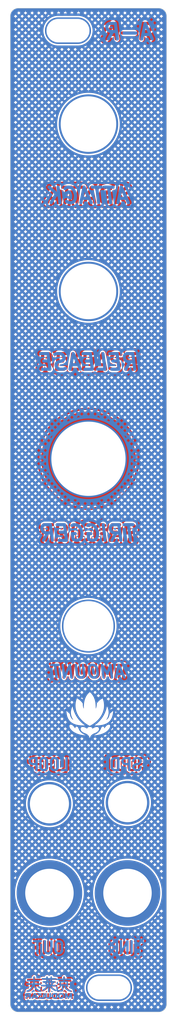
<source format=kicad_pcb>
(kicad_pcb (version 20241229) (generator "pcbnew") (generator_version "9.0")
  (layers (0 "F.Cu" signal) (2 "B.Cu" signal) (13 "F.Paste" user) (15 "B.Paste" user) (5 "F.SilkS" user "F.Silkscreen") (7 "B.SilkS" user "B.Silkscreen") (1 "F.Mask" user) (3 "B.Mask" user) (25 "Edge.Cuts" user))
  (net 0 "")
  (net 1 "GND")
  (footprint "clipboard:7bca3f90-dd57-426b-b790-816b81f408db" (layer "F.Cu") (at -21.05531 76.136822)
    (property "Reference" "")
    (property "Value" "")
  )
  (footprint "" (layer "F.Cu") (at -13.239235 116.053)
    (property "Reference" "")
    (property "Value" "")
  )
  (footprint "" (layer "F.Cu") (at -20.866349 92.507477)
    (property "Reference" "")
    (property "Value" "")
  )
  (footprint "" (layer "F.Cu") (at -10.871449 103.927675)
    (property "Reference" "")
    (property "Value" "")
  )
  (footprint "" (layer "F.Cu") (at -20.866349 103.927675)
    (property "Reference" "")
    (property "Value" "")
  )
  (footprint "LOGO" (layer "F.Cu") (at -15.697651 81.189373)
    (property "Reference" "G***" (hide yes))
    (property "Value" "LOGO" (hide yes))
  )
  (footprint "" (layer "F.Cu") (at -18.491435 -6.4642)
    (property "Reference" "")
    (property "Value" "")
  )
  (footprint "" (layer "B.Cu") (at -15.868899 69.759375 180)
    (property "Reference" "")
    (property "Value" "")
  )
  (footprint "" (layer "B.Cu") (at -15.868899 26.918041 180)
    (property "Reference" "")
    (property "Value" "")
  )
  (footprint "clipboard:7bca3f90-dd57-426b-b790-816b81f408db" (layer "B.Cu") (at -10.349991 76.136822 180)
    (property "Reference" "")
    (property "Value" "")
  )
  (footprint "" (layer "B.Cu") (at -10.865397 92.365375 180)
    (property "Reference" "")
    (property "Value" "")
  )
  (footprint "" (layer "B.Cu") (at -15.868899 5.497375 180)
    (property "Reference" "")
    (property "Value" "")
  )
  (footprint "LOGO" (layer "B.Cu") (at -15.697651 81.189373 180)
    (property "Reference" "G***" (hide yes))
    (property "Value" "LOGO" (hide yes))
  )
  (gr_line (start -10.778319 111.64626) (end -10.689869 111.62046) (stroke (width 0.3)) (layer "F.Cu"))
  (gr_poly (pts (xy -20.212589 13.3769) (xy -20.188354 13.377799) (xy -20.174611 13.384097) (xy -20.159752 13.386914) (xy -20.139462 13.400208) (xy -20.117414 13.410313) (xy -20.107126 13.421393) (xy -20.094478 13.42968) (xy -20.080822 13.449723) (xy -20.064317 13.467499) (xy -20.059053 13.481674) (xy -20.050538 13.49417) (xy -20.038818 13.531584) (xy -19.622152 15.531585) (xy -19.617956 15.570566) (xy -19.632487 15.647237) (xy -19.675253 15.712512) (xy -19.739743 15.756451) (xy -19.816139 15.772367) (xy -19.89281 15.757836) (xy -19.958084 15.71507) (xy -20.002024 15.65058) (xy -20.013744 15.613166) (xy -20.099623 15.200946) (xy -20.761036 15.200946) (xy -20.969468 15.655706) (xy -20.989219 15.689575) (xy -21.046405 15.742672) (xy -21.119558 15.769843) (xy -21.197541 15.766951) (xy -21.268481 15.734437) (xy -21.321578 15.677251) (xy -21.348749 15.604098) (xy -21.345857 15.526115) (xy -21.333094 15.489044) (xy -21.017716 14.800946) (xy -20.577703 14.800946) (xy -20.182956 14.800946) (xy -20.306315 14.208825) (xy -20.577703 14.800946) (xy -21.017716 14.800946) (xy -20.416427 13.489044) (xy -20.396676 13.455176) (xy -20.385597 13.444888) (xy -20.377309 13.432239) (xy -20.357265 13.418581) (xy -20.33949 13.402078) (xy -20.325315 13.396812) (xy -20.312819 13.388299) (xy -20.289074 13.383351) (xy -20.266337 13.374907) (xy -20.251228 13.375467) (xy -20.236423 13.372383)) (fill yes) (layer "F.Cu"))
  (gr_line (start -11.857589 110.30243) (end -11.907449 110.23631) (stroke (width 0.3)) (layer "F.Cu"))
  (gr_line (start -18.388765 116.376275) (end -18.242065 116.455555) (stroke (width 0.2)) (layer "F.Cu"))
  (gr_line (start -13.227072 86.655) (end -13.227072 88.204999) (stroke (width 0.3)) (layer "F.Cu"))
  (gr_line (start -20.388199 87.083) (end -20.388199 87.001999) (stroke (width 0.3)) (layer "F.Cu"))
  (gr_line (start -20.408409 87.16224) (end -20.388199 87.083) (stroke (width 0.3)) (layer "F.Cu"))
  (gr_line (start -9.895372 87.003749) (end -9.905863 86.92615) (stroke (width 0.3)) (layer "F.Cu"))
  (gr_line (start -22.581675 116.882205) (end -22.639695 116.917965) (stroke (width 0.2)) (layer "F.Cu"))
  (gr_line (start -18.629065 116.145055) (end -18.498515 116.291035) (stroke (width 0.2)) (layer "F.Cu"))
  (gr_line (start -20.753969 87.421529) (end -20.661518 87.3965) (stroke (width 0.3)) (layer "F.Cu"))
  (gr_line (start -20.447949 87.23625) (end -20.408409 87.16224) (stroke (width 0.3)) (layer "F.Cu"))
  (gr_line (start -22.354175 117.391305) (end -22.282945 117.368495) (stroke (width 0.2)) (layer "F.Cu"))
  (gr_line (start -10.871449 111.655) (end -10.778319 111.64626) (stroke (width 0.3)) (layer "F.Cu"))
  (gr_line (start -22.687689 86.922761) (end -22.648149 86.848749) (stroke (width 0.3)) (layer "F.Cu"))
  (gr_line (start -22.117045 117.157345) (end -22.117045 117.093355) (stroke (width 0.2)) (layer "F.Cu"))
  (gr_line (start -21.815188 87.668891) (end -21.858058 87.60173) (stroke (width 0.3)) (layer "F.Cu"))
  (gr_line (start -19.048775 115.974605) (end -19.088085 116.041305) (stroke (width 0.2)) (layer "F.Cu"))
  (gr_line (start -21.496895 116.315365) (end -21.687375 116.415515) (stroke (width 0.2)) (layer "F.Cu"))
  (gr_line (start -21.093745 115.996495) (end -21.251015 116.141705) (stroke (width 0.2)) (layer "F.Cu"))
  (gr_line (start -21.858058 87.60173) (end -21.915919 87.542889) (stroke (width 0.3)) (layer "F.Cu"))
  (gr_line (start -8.503722 87.002) (end -8.523932 86.922759) (stroke (width 0.3)) (layer "F.Cu"))
  (gr_line (start -12.053069 110.13954) (end -12.141519 110.11374) (stroke (width 0.3)) (layer "F.Cu"))
  (gr_line (start -12.095572 87.00375) (end -12.095572 87.856249) (stroke (width 0.3)) (layer "F.Cu"))
  (gr_line (start -21.788979 87.74176) (end -21.815188 87.668891) (stroke (width 0.3)) (layer "F.Cu"))
  (gr_line (start -10.452949 111.30625) (end -10.452949 110.105) (stroke (width 0.3)) (layer "F.Cu"))
  (gr_line (start -22.958995 115.731215) (end -22.958995 115.912945) (stroke (width 0.2)) (layer "F.Cu"))
  (gr_line (start -12.495579 111.57891) (end -12.416229 111.62046) (stroke (width 0.3)) (layer "F.Cu"))
  (gr_line (start -12.561849 110.23631) (end -12.611709 110.30243) (stroke (width 0.3)) (layer "F.Cu"))
  (gr_line (start -20.543875 115.597305) (end -20.743925 115.814795) (stroke (width 0.2)) (layer "F.Cu"))
  (gr_line (start -20.447949 86.84875) (end -20.505089 86.78321) (stroke (width 0.3)) (layer "F.Cu"))
  (gr_line (start -10.052943 88.12891) (end -9.986672 88.073689) (stroke (width 0.3)) (layer "F.Cu"))
  (gr_line (start -11.416143 88.12891) (end -11.349872 88.073689) (stroke (width 0.3)) (layer "F.Cu"))
  (gr_line (start -11.816149 110.45375) (end -11.826639 110.37615) (stroke (width 0.3)) (layer "F.Cu"))
  (gr_line (start -18.070175 117.129355) (end -18.457895 117.129355) (stroke (width 0.2)) (layer "F.Cu"))
  (gr_line (start -21.238025 115.552355) (end -21.228475 115.564325) (stroke (width 0.2)) (layer "F.Cu"))
  (gr_line (start -23.052855 116.171065) (end -23.104125 116.230755) (stroke (width 0.2)) (layer "F.Cu"))
  (gr_line (start -20.927125 115.801015) (end -21.075965 115.977955) (stroke (width 0.2)) (layer "F.Cu"))
  (gr_line (start -12.642659 110.37615) (end -12.653149 110.45375) (stroke (width 0.3)) (layer "F.Cu"))
  (gr_line (start -11.857589 111.45757) (end -11.826639 111.38385) (stroke (width 0.3)) (layer "F.Cu"))
  (gr_line (start -21.934299 88.10547) (end -21.86926 88.04527) (stroke (width 0.3)) (layer "F.Cu"))
  (gr_line (start -20.505089 86.78321) (end -20.577329 86.729009) (stroke (width 0.3)) (layer "F.Cu"))
  (gr_line (start -11.583942 86.663739) (end -11.677074 86.654999) (stroke (width 0.3)) (layer "F.Cu"))
  (gr_line (start -22.067119 86.68395) (end -21.986529 86.71967) (stroke (width 0.3)) (layer "F.Cu"))
  (gr_line (start -20.57733 87.35599) (end -20.505089 87.301789) (stroke (width 0.3)) (layer "F.Cu"))
  (gr_line (start -12.004273 88.073689) (end -11.938002 88.12891) (stroke (width 0.3)) (layer "F.Cu"))
  (gr_line (start -22.958995 115.912945) (end -22.973625 116.016635) (stroke (width 0.2)) (layer "F.Cu"))
  (gr_line (start -22.282945 116.882205) (end -22.354175 116.859395) (stroke (width 0.2)) (layer "F.Cu"))
  (gr_line (start -21.962965 116.473335) (end -21.899495 116.018835) (stroke (width 0.2)) (layer "F.Cu"))
  (gr_line (start -18.070175 116.852845) (end -18.006095 116.859615) (stroke (width 0.2)) (layer "F.Cu"))
  (gr_line (start -18.457895 116.852845) (end -18.070175 116.852845) (stroke (width 0.2)) (layer "F.Cu"))
  (gr_line (start -19.859249 88.205) (end -19.859249 86.654999) (stroke (width 0.3)) (layer "F.Cu"))
  (gr_line (start -11.583942 88.19626) (end -11.495492 88.17046) (stroke (width 0.3)) (layer "F.Cu"))
  (gr_line (start -18.411695 116.360575) (end -18.388765 116.376275) (stroke (width 0.2)) (layer "F.Cu"))
  (gr_line (start -10.132292 88.17046) (end -10.052943 88.12891) (stroke (width 0.3)) (layer "F.Cu"))
  (gr_line (start -17.902405 117.072365) (end -17.948285 117.102955) (stroke (width 0.2)) (layer "F.Cu"))
  (gr_poly (pts (xy -11.265029 74.583074) (xy -11.207352 74.606965) (xy -11.163208 74.651109) (xy -11.139317 74.708786) (xy -11.139317 74.771214) (xy -11.163208 74.828891) (xy -11.207352 74.873035) (xy -11.265029 74.896926) (xy -11.296243 74.9) (xy -11.612139 74.9) (xy -11.794621 76.359846) (xy -11.801542 76.390437) (xy -11.832403 76.444706) (xy -11.881681 76.483033) (xy -11.941876 76.499586) (xy -12.003822 76.491843) (xy -12.058091 76.460982) (xy -12.096418 76.411704) (xy -12.112971 76.351509) (xy -12.112149 76.320154) (xy -11.93463 74.9) (xy -12.210528 74.9) (xy -12.241742 74.896926) (xy -12.299419 74.873035) (xy -12.343563 74.828891) (xy -12.367454 74.771214) (xy -12.367454 74.708786) (xy -12.343563 74.651109) (xy -12.299419 74.606965) (xy -12.241742 74.583074) (xy -12.210528 74.58) (xy -11.296243 74.58)) (fill yes) (layer "F.Cu"))
  (gr_line (start -21.023935 117.264315) (end -20.991955 117.311005) (stroke (width 0.2)) (layer "F.Cu"))
  (gr_line (start -19.133065 116.104905) (end -19.183125 116.165125) (stroke (width 0.2)) (layer "F.Cu"))
  (gr_line (start -11.053029 111.62046) (end -10.964579 111.64626) (stroke (width 0.3)) (layer "F.Cu"))
  (gr_line (start -11.349872 88.073689) (end -11.300013 88.007569) (stroke (width 0.3)) (layer "F.Cu"))
  (gr_line (start -11.677074 86.654999) (end -11.770202 86.66374) (stroke (width 0.3)) (layer "F.Cu"))
  (gr_line (start -20.330945 116.259525) (end -20.315635 116.270305) (stroke (width 0.2)) (layer "F.Cu"))
  (gr_line (start -22.510455 116.859395) (end -22.581675 116.882205) (stroke (width 0.2)) (layer "F.Cu"))
  (gr_line (start -22.596755 116.418055) (end -22.589905 116.426235) (stroke (width 0.2)) (layer "F.Cu"))
  (gr_line (start -21.620975 116.852845) (end -21.855415 116.852845) (stroke (width 0.2)) (layer "F.Cu"))
  (gr_line (start -22.484875 116.473335) (end -21.962965 116.473335) (stroke (width 0.2)) (layer "F.Cu"))
  (gr_line (start -8.563472 86.848749) (end -8.620613 86.78321) (stroke (width 0.3)) (layer "F.Cu"))
  (gr_line (start -22.729025 117.030565) (end -22.747585 117.093355) (stroke (width 0.2)) (layer "F.Cu"))
  (gr_poly (pts (xy -10.223537 56.583243) (xy -10.214456 56.587004) (xy -10.204673 56.587959) (xy -10.168437 56.602929) (xy -9.989866 56.698168) (xy -9.9656 56.71435) (xy -9.962055 56.716103) (xy -9.959809 56.718212) (xy -9.957247 56.71992) (xy -9.954739 56.72297) (xy -9.933469 56.742936) (xy -9.850135 56.838175) (xy -9.833479 56.861473) (xy -9.830682 56.864467) (xy -9.829236 56.867409) (xy -9.827334 56.870069) (xy -9.826025 56.87394) (xy -9.813384 56.899652) (xy -9.741956 57.090127) (xy -9.731854 57.128011) (xy -9.732165 57.137149) (xy -9.72974 57.145966) (xy -9.730766 57.185159) (xy -9.76648 57.470873) (xy -9.775133 57.509113) (xy -9.77722 57.512781) (xy -9.777916 57.516942) (xy -9.795336 57.552066) (xy -9.914385 57.742542) (xy -9.922457 57.753012) (xy -9.924501 57.757228) (xy -9.93178 57.765104) (xy -9.938323 57.773592) (xy -9.942135 57.77631) (xy -9.95111 57.786023) (xy -10.058252 57.881262) (xy -10.069122 57.889161) (xy -10.072299 57.892654) (xy -10.081395 57.898081) (xy -10.089967 57.904312) (xy -10.094431 57.90586) (xy -10.105967 57.912745) (xy -10.308348 58.007983) (xy -10.338332 58.018645) (xy -9.958222 58.679705) (xy -9.942104 58.715446) (xy -9.932055 58.792832) (xy -9.952385 58.868174) (xy -10 58.93) (xy -10.06765 58.968899) (xy -10.145036 58.978948) (xy -10.220377 58.958618) (xy -10.282204 58.911003) (xy -10.304984 58.879094) (xy -10.794927 58.027019) (xy -10.978856 58.027019) (xy -11.076004 58.804207) (xy -11.084657 58.842447) (xy -11.123232 58.910282) (xy -11.18483 58.958192) (xy -11.260074 58.978882) (xy -11.337507 58.969203) (xy -11.405342 58.930628) (xy -11.453252 58.86903) (xy -11.473942 58.793786) (xy -11.472916 58.754593) (xy -11.331969 57.627019) (xy -10.928856 57.627019) (xy -10.438214 57.627019) (xy -10.302417 57.563113) (xy -10.238345 57.50616) (xy -10.15792 57.377481) (xy -10.13379 57.184438) (xy -10.175135 57.074184) (xy -10.210398 57.033884) (xy -10.312556 56.9794) (xy -10.847903 56.9794) (xy -10.928856 57.627019) (xy -11.331969 57.627019) (xy -11.222916 56.754593) (xy -11.220617 56.744433) (xy -11.220617 56.740382) (xy -11.218597 56.735504) (xy -11.214263 56.716353) (xy -11.201012 56.69305) (xy -11.190754 56.668286) (xy -11.181887 56.659418) (xy -11.175688 56.648518) (xy -11.15453 56.632061) (xy -11.135574 56.613106) (xy -11.123987 56.608306) (xy -11.11409 56.600609) (xy -11.08825 56.593503) (xy -11.063478 56.583243) (xy -11.043934 56.581318) (xy -11.038846 56.579919) (xy -11.034829 56.580421) (xy -11.02446 56.5794) (xy -10.262555 56.5794)) (fill yes) (layer "F.Cu"))
  (gr_line (start -9.905863 86.92615) (end -9.936813 86.85243) (stroke (width 0.3)) (layer "F.Cu"))
  (gr_line (start -21.542855 117.386145) (end -21.471615 117.363435) (stroke (width 0.2)) (layer "F.Cu"))
  (gr_line (start -18.989465 115.832965) (end -19.015705 115.905065) (stroke (width 0.2)) (layer "F.Cu"))
  (gr_line (start -12.653149 111.30625) (end -12.642659 111.38385) (stroke (width 0.3)) (layer "F.Cu"))
  (gr_line (start -10.495453 88.17046) (end -10.407002 88.196259) (stroke (width 0.3)) (layer "F.Cu"))
  (gr_line (start -22.434579 86.688499) (end -22.342129 86.663469) (stroke (width 0.3)) (layer "F.Cu"))
  (gr_line (start -22.707899 87.082999) (end -22.707899 87.002) (stroke (width 0.3)) (layer "F.Cu"))
  (gr_line (start -8.777042 86.688499) (end -8.869492 86.663469) (stroke (width 0.3)) (layer "F.Cu"))
  (gr_line (start -22.581675 117.368495) (end -22.510455 117.391305) (stroke (width 0.2)) (layer "F.Cu"))
  (gr_line (start -10.407002 86.66374) (end -10.495453 86.689538) (stroke (width 0.3)) (layer "F.Cu"))
  (gr_line (start -20.223395 117.393845) (end -19.682395 117.393845) (stroke (width 0.2)) (layer "F.Cu"))
  (gr_line (start -22.224925 116.917965) (end -22.282945 116.882205) (stroke (width 0.2)) (layer "F.Cu"))
  (gr_line (start -11.258572 87.003749) (end -11.269063 86.92615) (stroke (width 0.3)) (layer "F.Cu"))
  (gr_line (start -18.855315 115.610495) (end -18.781085 115.861115) (stroke (width 0.2)) (layer "F.Cu"))
  (gr_line (start -19.774955 115.608655) (end -18.034785 115.608655) (stroke (width 0.2)) (layer "F.Cu"))
  (gr_line (start -10.220742 86.663739) (end -10.313872 86.654999) (stroke (width 0.3)) (layer "F.Cu"))
  (gr_line (start -8.692853 87.35599) (end -8.620612 87.30179) (stroke (width 0.3)) (layer "F.Cu"))
  (gr_line (start -12.561849 111.52369) (end -12.495579 111.57891) (stroke (width 0.3)) (layer "F.Cu"))
  (gr_line (start -9.905862 87.933849) (end -9.895372 87.85625) (stroke (width 0.3)) (layer "F.Cu"))
  (gr_line (start -19.487249 86.654999) (end -19.396359 86.66211) (stroke (width 0.3)) (layer "F.Cu"))
  (gr_line (start -22.172025 117.279335) (end -22.135605 117.220135) (stroke (width 0.2)) (layer "F.Cu"))
  (gr_line (start -20.184449 111.655) (end -20.184449 110.105) (stroke (width 0.3)) (layer "F.Cu"))
  (gr_line (start -21.021449 111.655) (end -21.021449 110.105) (stroke (width 0.3)) (layer "F.Cu"))
  (gr_poly (pts (xy -18.71461 34.682444) (xy -18.642514 34.712307) (xy -18.587334 34.767487) (xy -18.557471 34.839583) (xy -18.557471 34.917619) (xy -18.587334 34.989715) (xy -18.642514 35.044895) (xy -18.71461 35.074758) (xy -18.753628 35.078601) (xy -19.529452 35.078601) (xy -19.5985 35.630982) (xy -19.15839 35.630982) (xy -19.119372 35.634825) (xy -19.047276 35.664688) (xy -18.992096 35.719868) (xy -18.962233 35.791964) (xy -18.962233 35.87) (xy -18.992096 35.942096) (xy -19.047276 35.997276) (xy -19.119372 36.027139) (xy -19.15839 36.030982) (xy -19.6485 36.030982) (xy -19.729452 36.678601) (xy -19.003628 36.678601) (xy -18.96461 36.682444) (xy -18.892514 36.712307) (xy -18.837334 36.767487) (xy -18.807471 36.839583) (xy -18.807471 36.917619) (xy -18.837334 36.989715) (xy -18.892514 37.044895) (xy -18.96461 37.074758) (xy -19.003628 37.078601) (xy -19.956009 37.078601) (xy -19.995027 37.074758) (xy -20.006612 37.069959) (xy -20.019056 37.068404) (xy -20.042359 37.055152) (xy -20.067123 37.044895) (xy -20.075991 37.036027) (xy -20.086891 37.029829) (xy -20.103349 37.008669) (xy -20.122303 36.989715) (xy -20.127102 36.97813) (xy -20.134801 36.968231) (xy -20.141909 36.942382) (xy -20.152166 36.917619) (xy -20.152166 36.905079) (xy -20.155491 36.892987) (xy -20.154465 36.853794) (xy -19.904465 34.853794) (xy -19.902166 34.843634) (xy -19.902166 34.839583) (xy -19.900146 34.834705) (xy -19.895812 34.815554) (xy -19.882561 34.792251) (xy -19.872303 34.767487) (xy -19.863436 34.758619) (xy -19.857237 34.747719) (xy -19.836079 34.731262) (xy -19.817123 34.712307) (xy -19.805536 34.707507) (xy -19.795639 34.69981) (xy -19.769799 34.692704) (xy -19.745027 34.682444) (xy -19.725483 34.680519) (xy -19.720395 34.67912) (xy -19.716378 34.679622) (xy -19.706009 34.678601) (xy -18.753628 34.678601)) (fill yes) (layer "F.Cu"))
  (gr_line (start -23.636625 115.008515) (end -21.912955 115.008515) (stroke (width 0.2)) (layer "F.Cu"))
  (gr_line (start -22.591008 86.78321) (end -22.518769 86.72901) (stroke (width 0.3)) (layer "F.Cu"))
  (gr_poly (pts (xy -18.985442 56.583243) (xy -18.976361 56.587004) (xy -18.966578 56.587959) (xy -18.930342 56.602929) (xy -18.751771 56.698168) (xy -18.727505 56.71435) (xy -18.72396 56.716103) (xy -18.721714 56.718212) (xy -18.719152 56.71992) (xy -18.716644 56.72297) (xy -18.695374 56.742936) (xy -18.61204 56.838175) (xy -18.595384 56.861473) (xy -18.592587 56.864467) (xy -18.591141 56.867409) (xy -18.589239 56.870069) (xy -18.58793 56.87394) (xy -18.575289 56.899652) (xy -18.503861 57.090127) (xy -18.493759 57.128011) (xy -18.49407 57.137149) (xy -18.491645 57.145966) (xy -18.492671 57.185159) (xy -18.528385 57.470873) (xy -18.537038 57.509113) (xy -18.539125 57.512781) (xy -18.539821 57.516942) (xy -18.557241 57.552066) (xy -18.67629 57.742542) (xy -18.684362 57.753012) (xy -18.686406 57.757228) (xy -18.693685 57.765104) (xy -18.700228 57.773592) (xy -18.70404 57.77631) (xy -18.713015 57.786023) (xy -18.820157 57.881262) (xy -18.831027 57.889161) (xy -18.834204 57.892654) (xy -18.8433 57.898081) (xy -18.851872 57.904312) (xy -18.856336 57.90586) (xy -18.867872 57.912745) (xy -19.070253 58.007983) (xy -19.100237 58.018645) (xy -18.720127 58.679705) (xy -18.704009 58.715446) (xy -18.69396 58.792832) (xy -18.71429 58.868174) (xy -18.761905 58.93) (xy -18.829555 58.968899) (xy -18.906941 58.978948) (xy -18.982282 58.958618) (xy -19.044109 58.911003) (xy -19.066889 58.879094) (xy -19.556832 58.027019) (xy -19.740761 58.027019) (xy -19.837909 58.804207) (xy -19.846562 58.842447) (xy -19.885137 58.910282) (xy -19.946735 58.958192) (xy -20.021979 58.978882) (xy -20.099412 58.969203) (xy -20.167247 58.930628) (xy -20.215157 58.86903) (xy -20.235847 58.793786) (xy -20.234821 58.754593) (xy -20.093874 57.627019) (xy -19.690761 57.627019) (xy -19.200119 57.627019) (xy -19.064322 57.563113) (xy -19.00025 57.50616) (xy -18.919825 57.377481) (xy -18.895695 57.184438) (xy -18.93704 57.074184) (xy -18.972303 57.033884) (xy -19.074461 56.9794) (xy -19.609808 56.9794) (xy -19.690761 57.627019) (xy -20.093874 57.627019) (xy -19.984821 56.754593) (xy -19.982522 56.744433) (xy -19.982522 56.740382) (xy -19.980502 56.735504) (xy -19.976168 56.716353) (xy -19.962917 56.69305) (xy -19.952659 56.668286) (xy -19.943792 56.659418) (xy -19.937593 56.648518) (xy -19.916435 56.632061) (xy -19.897479 56.613106) (xy -19.885892 56.608306) (xy -19.875995 56.600609) (xy -19.850155 56.593503) (xy -19.825383 56.583243) (xy -19.805839 56.581318) (xy -19.800751 56.579919) (xy -19.796734 56.580421) (xy -19.786365 56.5794) (xy -19.02446 56.5794)) (fill yes) (layer "F.Cu"))
  (gr_line (start -12.053069 111.62046) (end -11.973719 111.57891) (stroke (width 0.3)) (layer "F.Cu"))
  (gr_line (start -19.157719 86.76789) (end -19.099859 86.82673) (stroke (width 0.3)) (layer "F.Cu"))
  (gr_line (start -22.434579 87.3965) (end -22.518768 87.35599) (stroke (width 0.3)) (layer "F.Cu"))
  (gr_line (start -22.700289 87.89807) (end -22.670249 87.975109) (stroke (width 0.3)) (layer "F.Cu"))
  (gr_line (start -12.416229 111.62046) (end -12.327779 111.64626) (stroke (width 0.3)) (layer "F.Cu"))
  (gr_line (start -8.503723 87.083) (end -8.503722 87.002) (stroke (width 0.3)) (layer "F.Cu"))
  (gr_line (start -19.308919 88.17605) (end -19.396359 88.197889) (stroke (width 0.3)) (layer "F.Cu"))
  (gr_line (start -19.022249 87.0425) (end -19.022249 87.817499) (stroke (width 0.3)) (layer "F.Cu"))
  (gr_line (start -23.240925 115.298875) (end -23.240925 115.889865) (stroke (width 0.2)) (layer "F.Cu"))
  (gr_line (start -17.862795 116.991105) (end -17.872945 117.033825) (stroke (width 0.2)) (layer "F.Cu"))
  (gr_line (start -10.690932 86.85243) (end -10.721882 86.92615) (stroke (width 0.3)) (layer "F.Cu"))
  (gr_line (start -13.227072 88.204999) (end -12.622572 88.204999) (stroke (width 0.3)) (layer "F.Cu"))
  (gr_line (start -10.052943 86.73109) (end -10.132292 86.689539) (stroke (width 0.3)) (layer "F.Cu"))
  (gr_line (start -12.004273 86.78631) (end -12.054132 86.85243) (stroke (width 0.3)) (layer "F.Cu"))
  (gr_line (start -11.770202 88.196259) (end -11.677073 88.205) (stroke (width 0.3)) (layer "F.Cu"))
  (gr_poly (pts (xy -17.833438 34.688799) (xy -17.765603 34.727374) (xy -17.717693 34.788972) (xy -17.697003 34.864215) (xy -17.698029 34.903408) (xy -17.919928 36.678601) (xy -17.194104 36.678601) (xy -17.155086 36.682444) (xy -17.08299 36.712307) (xy -17.02781 36.767487) (xy -16.997947 36.839583) (xy -16.997947 36.917619) (xy -17.02781 36.989715) (xy -17.08299 37.044895) (xy -17.155086 37.074758) (xy -17.194104 37.078601) (xy -18.146485 37.078601) (xy -18.185503 37.074758) (xy -18.197088 37.069959) (xy -18.209532 37.068404) (xy -18.232835 37.055152) (xy -18.257599 37.044895) (xy -18.266467 37.036027) (xy -18.277367 37.029829) (xy -18.293825 37.008669) (xy -18.312779 36.989715) (xy -18.317578 36.97813) (xy -18.325277 36.968231) (xy -18.332385 36.942382) (xy -18.342642 36.917619) (xy -18.342642 36.905079) (xy -18.345967 36.892987) (xy -18.344941 36.853794) (xy -18.094941 34.853794) (xy -18.086288 34.815554) (xy -18.047713 34.747719) (xy -17.986115 34.69981) (xy -17.910871 34.67912)) (fill yes) (layer "F.Cu"))
  (gr_line (start -11.269062 87.933849) (end -11.258572 87.85625) (stroke (width 0.3)) (layer "F.Cu"))
  (gr_line (start -20.991955 117.311005) (end -20.941535 117.349795) (stroke (width 0.2)) (layer "F.Cu"))
  (gr_line (start -20.802895 117.392005) (end -20.725895 117.392005) (stroke (width 0.2)) (layer "F.Cu"))
  (gr_line (start -19.099859 88.033269) (end -19.157719 88.09211) (stroke (width 0.3)) (layer "F.Cu"))
  (gr_line (start -10.574802 86.73109) (end -10.641073 86.78631) (stroke (width 0.3)) (layer "F.Cu"))
  (gr_line (start -22.710449 87.817499) (end -22.700289 87.89807) (stroke (width 0.3)) (layer "F.Cu"))
  (gr_line (start -22.067119 87.458949) (end -22.154559 87.43711) (stroke (width 0.3)) (layer "F.Cu"))
  (gr_poly (pts (xy -9.980205 -6.363623) (xy -9.908109 -6.33376) (xy -9.852929 -6.27858) (xy -9.823066 -6.206484) (xy -9.823066 -6.128448) (xy -9.852929 -6.056352) (xy -9.908109 -6.001172) (xy -9.980205 -5.971309) (xy -10.019223 -5.967466) (xy -11.543033 -5.967466) (xy -11.582051 -5.971309) (xy -11.654147 -6.001172) (xy -11.709327 -6.056352) (xy -11.73919 -6.128448) (xy -11.73919 -6.206484) (xy -11.709327 -6.27858) (xy -11.654147 -6.33376) (xy -11.582051 -6.363623) (xy -11.543033 -6.367466) (xy -10.019223 -6.367466)) (fill yes) (layer "F.Cu"))
  (gr_line (start -12.085082 86.92615) (end -12.095572 87.00375) (stroke (width 0.3)) (layer "F.Cu"))
  (gr_line (start -22.342129 87.42153) (end -22.434579 87.3965) (stroke (width 0.3)) (layer "F.Cu"))
  (gr_line (start -20.422785 115.450925) (end -20.543875 115.597305) (stroke (width 0.2)) (layer "F.Cu"))
  (gr_line (start -21.251015 116.141705) (end -21.284355 116.168685) (stroke (width 0.2)) (layer "F.Cu"))
  (gr_line (start -10.407002 88.196259) (end -10.313872 88.205) (stroke (width 0.3)) (layer "F.Cu"))
  (gr_line (start -11.300013 86.85243) (end -11.349872 86.786309) (stroke (width 0.3)) (layer "F.Cu"))
  (gr_line (start -21.075965 115.977955) (end -21.093745 115.996495) (stroke (width 0.2)) (layer "F.Cu"))
  (gr_line (start -19.396359 86.66211) (end -19.308919 86.68395) (stroke (width 0.3)) (layer "F.Cu"))
  (gr_line (start -23.162425 116.284905) (end -23.176555 116.296505) (stroke (width 0.2)) (layer "F.Cu"))
  (gr_poly (pts (xy -18.00512 13.376218) (xy -17.933024 13.406081) (xy -17.877844 13.461261) (xy -17.853662 13.519642) (xy -17.829479 13.461261) (xy -17.774299 13.406081) (xy -17.702203 13.376218) (xy -17.663185 13.372375) (xy -16.520328 13.372375) (xy -16.48131 13.376218) (xy -16.409214 13.406081) (xy -16.354034 13.461261) (xy -16.324171 13.533357) (xy -16.324171 13.611393) (xy -16.354034 13.683489) (xy -16.409214 13.738669) (xy -16.48131 13.768532) (xy -16.520328 13.772375) (xy -16.915199 13.772375) (xy -17.1433 15.597182) (xy -17.151953 15.635422) (xy -17.190528 15.703257) (xy -17.252126 15.751167) (xy -17.32737 15.771857) (xy -17.404803 15.762178) (xy -17.472638 15.723603) (xy -17.520548 15.662005) (xy -17.541238 15.586761) (xy -17.540212 15.547568) (xy -17.318313 13.772375) (xy -17.663185 13.772375) (xy -17.702203 13.768532) (xy -17.774299 13.738669) (xy -17.829479 13.683489) (xy -17.853662 13.625107) (xy -17.877844 13.683489) (xy -17.933024 13.738669) (xy -18.00512 13.768532) (xy -18.044138 13.772375) (xy -18.439009 13.772375) (xy -18.66711 15.597182) (xy -18.675763 15.635422) (xy -18.714338 15.703257) (xy -18.775936 15.751167) (xy -18.85118 15.771857) (xy -18.928613 15.762178) (xy -18.996448 15.723603) (xy -19.044358 15.662005) (xy -19.065048 15.586761) (xy -19.064022 15.547568) (xy -18.842123 13.772375) (xy -19.186995 13.772375) (xy -19.226013 13.768532) (xy -19.298109 13.738669) (xy -19.353289 13.683489) (xy -19.383152 13.611393) (xy -19.383152 13.533357) (xy -19.353289 13.461261) (xy -19.298109 13.406081) (xy -19.226013 13.376218) (xy -19.186995 13.372375) (xy -18.044138 13.372375)) (fill yes) (layer "F.Cu"))
  (gr_line (start -21.915919 87.542889) (end -21.986528 87.49467) (stroke (width 0.3)) (layer "F.Cu"))
  (gr_line (start -22.294059 88.202879) (end -22.196839 88.202879) (stroke (width 0.3)) (layer "F.Cu"))
  (gr_line (start -20.504855 117.264315) (end -20.493895 117.213515) (stroke (width 0.2)) (layer "F.Cu"))
  (gr_line (start -19.088085 116.041305) (end -19.133065 116.104905) (stroke (width 0.2)) (layer "F.Cu"))
  (gr_line (start -12.416229 110.13954) (end -12.495579 110.18109) (stroke (width 0.3)) (layer "F.Cu"))
  (gr_line (start -12.234649 111.655) (end -12.141519 111.64626) (stroke (width 0.3)) (layer "F.Cu"))
  (gr_line (start -18.477575 116.309405) (end -18.411695 116.360575) (stroke (width 0.2)) (layer "F.Cu"))
  (gr_line (start -20.855855 115.153425) (end -20.855855 116.555775) (stroke (width 0.2)) (layer "F.Cu"))
  (gr_line (start -22.747585 117.093355) (end -22.747585 117.157345) (stroke (width 0.2)) (layer "F.Cu"))
  (gr_line (start -21.269149 86.655) (end -21.269149 88.204999) (stroke (width 0.3)) (layer "F.Cu"))
  (gr_line (start -20.627785 114.723835) (end -20.627785 115.186575) (stroke (width 0.2)) (layer "F.Cu"))
  (gr_line (start -20.661519 86.6885) (end -20.753969 86.66347) (stroke (width 0.3)) (layer "F.Cu"))
  (gr_line (start -20.743925 115.801015) (end -20.637935 115.953335) (stroke (width 0.2)) (layer "F.Cu"))
  (gr_circle (center -15.868899 48.338707) (end -9.868899 48.338707) (stroke (width 0.1)) (fill yes) (layer "F.Cu") (net 1))
  (gr_line (start -18.457895 117.129355) (end -18.097225 117.129355) (stroke (width 0.2)) (layer "F.Cu"))
  (gr_line (start -11.907449 111.52369) (end -11.857589 111.45757) (stroke (width 0.3)) (layer "F.Cu"))
  (gr_line (start -21.694155 115.800285) (end -19.952525 115.800285) (stroke (width 0.2)) (layer "F.Cu"))
  (gr_line (start -22.317625 115.298875) (end -22.317625 115.889865) (stroke (width 0.2)) (layer "F.Cu"))
  (gr_line (start -22.589905 116.426235) (end -22.582495 116.433885) (stroke (width 0.2)) (layer "F.Cu"))
  (gr_line (start -12.234649 110.105) (end -12.327779 110.11374) (stroke (width 0.3)) (layer "F.Cu"))
  (gr_line (start -21.413595 117.327725) (end -21.361455 117.275105) (stroke (width 0.2)) (layer "F.Cu"))
  (gr_line (start -22.518769 86.72901) (end -22.434579 86.688499) (stroke (width 0.3)) (layer "F.Cu"))
  (gr_line (start -10.495453 86.689538) (end -10.574802 86.73109) (stroke (width 0.3)) (layer "F.Cu"))
  (gr_line (start -22.432315 117.399145) (end -22.354175 117.391305) (stroke (width 0.2)) (layer "F.Cu"))
  (gr_line (start -21.687375 116.415515) (end -21.726765 116.433035) (stroke (width 0.2)) (layer "F.Cu"))
  (gr_line (start -11.269063 86.92615) (end -11.300013 86.85243) (stroke (width 0.3)) (layer "F.Cu"))
  (gr_line (start -21.548249 110.105) (end -21.548249 111.655) (stroke (width 0.3)) (layer "F.Cu"))
  (gr_line (start -18.006095 116.859615) (end -17.948285 116.879245) (stroke (width 0.2)) (layer "F.Cu"))
  (gr_line (start -22.648149 86.848749) (end -22.591008 86.78321) (stroke (width 0.3)) (layer "F.Cu"))
  (gr_poly (pts (xy -11.969279 34.680811) (xy -11.964133 34.680513) (xy -11.958486 34.681874) (xy -11.952704 34.682444) (xy -11.947943 34.684416) (xy -11.926018 34.689702) (xy -11.652208 34.784939) (xy -11.616618 34.801387) (xy -11.558335 34.853278) (xy -11.524345 34.923523) (xy -11.519824 35.001428) (xy -11.545461 35.075133) (xy -11.597351 35.133417) (xy -11.667596 35.167406) (xy -11.745501 35.171927) (xy -11.783616 35.162738) (xy -12.025511 35.078601) (xy -12.423205 35.078601) (xy -12.559006 35.142507) (xy -12.623075 35.199457) (xy -12.703501 35.328137) (xy -12.715726 35.425942) (xy -12.67438 35.536197) (xy -12.639118 35.576497) (xy -12.513889 35.643287) (xy -12.167936 35.732565) (xy -12.162559 35.734532) (xy -12.16003 35.734779) (xy -12.145688 35.740704) (xy -12.131116 35.746035) (xy -12.129087 35.747562) (xy -12.123794 35.749749) (xy -11.945223 35.844988) (xy -11.920954 35.861171) (xy -11.917411 35.862924) (xy -11.915166 35.865032) (xy -11.912604 35.86674) (xy -11.910096 35.86979) (xy -11.888825 35.889757) (xy -11.805493 35.984995) (xy -11.788833 36.008299) (xy -11.786041 36.011287) (xy -11.784597 36.014223) (xy -11.782691 36.01689) (xy -11.78138 36.020768) (xy -11.768742 36.046471) (xy -11.697313 36.236947) (xy -11.687211 36.27483) (xy -11.687522 36.283969) (xy -11.685097 36.292786) (xy -11.686124 36.33198) (xy -11.709933 36.522455) (xy -11.718586 36.560695) (xy -11.720673 36.564364) (xy -11.721369 36.568524) (xy -11.738789 36.603648) (xy -11.857836 36.794123) (xy -11.865909 36.804594) (xy -11.867953 36.808811) (xy -11.875229 36.816684) (xy -11.881774 36.825174) (xy -11.88559 36.827895) (xy -11.894563 36.837605) (xy -12.001706 36.932844) (xy -12.012573 36.940741) (xy -12.015752 36.944236) (xy -12.024854 36.949666) (xy -12.033421 36.955894) (xy -12.037882 36.957441) (xy -12.04942 36.964327) (xy -12.251801 37.059565) (xy -12.288741 37.072701) (xy -12.293521 37.072926) (xy -12.297942 37.074758) (xy -12.33696 37.078601) (xy -12.813151 37.078601) (xy -12.835596 37.07639) (xy -12.840741 37.076689) (xy -12.84639 37.075327) (xy -12.852169 37.074758) (xy -12.85693 37.072786) (xy -12.878856 37.0675) (xy -13.152664 36.972262) (xy -13.188254 36.955814) (xy -13.246538 36.903924) (xy -13.280527 36.833679) (xy -13.285048 36.755774) (xy -13.259411 36.682069) (xy -13.207521 36.623785) (xy -13.137276 36.589796) (xy -13.059371 36.585275) (xy -13.021256 36.594464) (xy -12.779362 36.678601) (xy -12.381667 36.678601) (xy -12.245867 36.614694) (xy -12.181799 36.557744) (xy -12.101373 36.429062) (xy -12.089147 36.331258) (xy -12.130493 36.221004) (xy -12.165756 36.180703) (xy -12.290985 36.113915) (xy -12.636936 36.024637) (xy -12.642314 36.022669) (xy -12.644842 36.022423) (xy -12.659181 36.016498) (xy -12.673755 36.011167) (xy -12.675786 36.009638) (xy -12.681078 36.007452) (xy -12.85965 35.912213) (xy -12.88392 35.896029) (xy -12.887462 35.894277) (xy -12.889708 35.892168) (xy -12.892269 35.890461) (xy -12.894778 35.88741) (xy -12.916048 35.867444) (xy -12.999381 35.772206) (xy -13.016042 35.7489) (xy -13.018833 35.745913) (xy -13.020278 35.742975) (xy -13.022182 35.740311) (xy -13.023494 35.736434) (xy -13.036131 35.710729) (xy -13.107559 35.520253) (xy -13.117661 35.48237) (xy -13.117351 35.473231) (xy -13.119775 35.464416) (xy -13.118749 35.425223) (xy -13.09494 35.234747) (xy -13.086287 35.196507) (xy -13.084201 35.192838) (xy -13.083504 35.188677) (xy -13.066083 35.153553) (xy -12.947035 34.963077) (xy -12.938963 34.952605) (xy -12.936918 34.948389) (xy -12.929641 34.940514) (xy -12.923097 34.932026) (xy -12.919284 34.929306) (xy -12.910309 34.919595) (xy -12.803166 34.824357) (xy -12.792298 34.816458) (xy -12.78912 34.812966) (xy -12.780023 34.807537) (xy -12.77145 34.801307) (xy -12.766988 34.799758) (xy -12.755452 34.792875) (xy -12.553071 34.697637) (xy -12.516131 34.684501) (xy -12.511352 34.684275) (xy -12.50693 34.682444) (xy -12.467912 34.678601) (xy -11.991722 34.678601)) (fill yes) (layer "F.Cu"))
  (gr_line (start -18.097225 117.129355) (end -17.916895 117.393845) (stroke (width 0.2)) (layer "F.Cu"))
  (gr_line (start -19.396359 88.197889) (end -19.487249 88.205) (stroke (width 0.3)) (layer "F.Cu"))
  (gr_line (start -21.168025 114.723835) (end -21.168025 115.191345) (stroke (width 0.2)) (layer "F.Cu"))
  (gr_line (start -8.523932 86.922759) (end -8.563472 86.848749) (stroke (width 0.3)) (layer "F.Cu"))
  (gr_line (start -22.510455 117.391305) (end -22.432315 117.399145) (stroke (width 0.2)) (layer "F.Cu"))
  (gr_line (start -23.739395 117.392845) (end -23.739395 116.851845) (stroke (width 0.2)) (layer "F.Cu"))
  (gr_line (start -11.973719 111.57891) (end -11.907449 111.52369) (stroke (width 0.3)) (layer "F.Cu"))
  (gr_poly (pts (xy -12.076328 13.382573) (xy -12.008493 13.421148) (xy -11.960583 13.482746) (xy -11.939893 13.557989) (xy -11.940919 13.597182) (xy -12.017851 14.212634) (xy -11.129391 13.422893) (xy -11.097676 13.399844) (xy -11.02395 13.374266) (xy -10.946049 13.378848) (xy -10.875831 13.412893) (xy -10.823987 13.471218) (xy -10.798409 13.544943) (xy -10.802991 13.622845) (xy -10.837036 13.693063) (xy -10.863646 13.721857) (xy -11.701671 14.466768) (xy -11.076918 15.466375) (xy -11.059498 15.501499) (xy -11.046611 15.578464) (xy -11.064158 15.654502) (xy -11.109468 15.718036) (xy -11.175642 15.759395) (xy -11.252607 15.772282) (xy -11.328645 15.754735) (xy -11.392179 15.709425) (xy -11.416118 15.678375) (xy -12.004907 14.736311) (xy -12.093111 14.814715) (xy -12.190919 15.597182) (xy -12.199572 15.635422) (xy -12.238147 15.703257) (xy -12.299745 15.751167) (xy -12.374989 15.771857) (xy -12.452422 15.762178) (xy -12.520257 15.723603) (xy -12.568167 15.662005) (xy -12.588857 15.586761) (xy -12.587831 15.547568) (xy -12.337831 13.547568) (xy -12.329178 13.509328) (xy -12.290603 13.441493) (xy -12.229005 13.393584) (xy -12.153761 13.372894)) (fill yes) (layer "F.Cu"))
  (gr_line (start -11.770202 86.66374) (end -11.858653 86.689538) (stroke (width 0.3)) (layer "F.Cu"))
  (gr_line (start -8.966172 86.654999) (end -9.384673 86.655) (stroke (width 0.3)) (layer "F.Cu"))
  (gr_line (start -22.648149 87.236249) (end -22.687689 87.162239) (stroke (width 0.3)) (layer "F.Cu"))
  (gr_line (start -19.487249 88.205) (end -19.859249 88.205) (stroke (width 0.3)) (layer "F.Cu"))
  (gr_line (start -22.692605 116.971365) (end -22.729025 117.030565) (stroke (width 0.2)) (layer "F.Cu"))
  (gr_line (start -22.62164 88.04527) (end -22.556599 88.10547) (stroke (width 0.3)) (layer "F.Cu"))
  (gr_line (start -11.816149 111.30625) (end -11.816149 110.45375) (stroke (width 0.3)) (layer "F.Cu"))
  (gr_line (start -19.03078 87.89324) (end -19.056988 87.96611) (stroke (width 0.3)) (layer "F.Cu"))
  (gr_line (start -9.089749 110.105) (end -9.508249 110.105) (stroke (width 0.3)) (layer "F.Cu"))
  (gr_line (start -19.725995 116.500895) (end -19.776325 116.513675) (stroke (width 0.2)) (layer "F.Cu"))
  (gr_line (start -23.593215 116.490855) (end -23.633275 116.498045) (stroke (width 0.2)) (layer "F.Cu"))
  (gr_line (start -12.327779 111.64626) (end -12.234649 111.655) (stroke (width 0.3)) (layer "F.Cu"))
  (gr_line (start -23.739395 116.851845) (end -23.694315 116.851845) (stroke (width 0.2)) (layer "F.Cu"))
  (gr_line (start -21.780448 87.8175) (end -21.788979 87.74176) (stroke (width 0.3)) (layer "F.Cu"))
  (gr_line (start -19.314215 117.273625) (end -18.818295 117.273625) (stroke (width 0.2)) (layer "F.Cu"))
  (gr_line (start -18.006095 117.122585) (end -18.070175 117.129355) (stroke (width 0.2)) (layer "F.Cu"))
  (gr_line (start -20.493895 117.213515) (end -20.493895 116.852845) (stroke (width 0.2)) (layer "F.Cu"))
  (gr_line (start -19.433575 116.373445) (end -19.460135 116.389265) (stroke (width 0.2)) (layer "F.Cu"))
  (gr_line (start -21.703495 114.945675) (end -20.041005 114.945675) (stroke (width 0.2)) (layer "F.Cu"))
  (gr_line (start -10.964579 111.64626) (end -10.871449 111.655) (stroke (width 0.3)) (layer "F.Cu"))
  (gr_line (start -12.054132 88.007569) (end -12.004273 88.073689) (stroke (width 0.3)) (layer "F.Cu"))
  (gr_line (start -20.510445 116.103115) (end -20.488005 116.126185) (stroke (width 0.2)) (layer "F.Cu"))
  (gr_line (start -18.957165 114.723835) (end -18.957165 115.622765) (stroke (width 0.2)) (layer "F.Cu"))
  (gr_line (start -22.729025 117.220135) (end -22.692605 117.279335) (stroke (width 0.2)) (layer "F.Cu"))
  (gr_line (start -22.135605 117.030565) (end -22.172025 116.971365) (stroke (width 0.2)) (layer "F.Cu"))
  (gr_line (start -21.361455 117.275105) (end -21.325565 117.216755) (stroke (width 0.2)) (layer "F.Cu"))
  (gr_line (start -17.948285 116.879245) (end -17.902405 116.909835) (stroke (width 0.2)) (layer "F.Cu"))
  (gr_line (start -8.620612 87.30179) (end -8.563472 87.236249) (stroke (width 0.3)) (layer "F.Cu"))
  (gr_line (start -12.054132 86.85243) (end -12.085082 86.92615) (stroke (width 0.3)) (layer "F.Cu"))
  (gr_line (start -8.620613 86.78321) (end -8.692852 86.72901) (stroke (width 0.3)) (layer "F.Cu"))
  (gr_line (start -22.628145 115.731215) (end -22.628145 116.326045) (stroke (width 0.2)) (layer "F.Cu"))
  (gr_line (start -23.010715 116.106175) (end -23.052855 116.171065) (stroke (width 0.2)) (layer "F.Cu"))
  (gr_line (start -19.237705 116.221685) (end -19.407435 116.356895) (stroke (width 0.2)) (layer "F.Cu"))
  (gr_line (start -20.223395 116.852845) (end -20.223395 117.393845) (stroke (width 0.2)) (layer "F.Cu"))
  (gr_line (start -11.858653 88.17046) (end -11.770202 88.196259) (stroke (width 0.3)) (layer "F.Cu"))
  (gr_line (start -18.190075 116.476045) (end -18.136755 116.493415) (stroke (width 0.2)) (layer "F.Cu"))
  (gr_line (start -11.289949 110.105) (end -11.289949 111.30625) (stroke (width 0.3)) (layer "F.Cu"))
  (gr_line (start -9.986672 86.786309) (end -10.052943 86.73109) (stroke (width 0.3)) (layer "F.Cu"))
  (gr_line (start -10.689869 111.62046) (end -10.610519 111.57891) (stroke (width 0.3)) (layer "F.Cu"))
  (gr_line (start -11.938002 86.73109) (end -12.004273 86.78631) (stroke (width 0.3)) (layer "F.Cu"))
  (gr_line (start -10.641073 86.78631) (end -10.690932 86.85243) (stroke (width 0.3)) (layer "F.Cu"))
  (gr_line (start -20.536835 117.311005) (end -20.504855 117.264315) (stroke (width 0.2)) (layer "F.Cu"))
  (gr_line (start -22.154559 87.43711) (end -22.245449 87.429999) (stroke (width 0.3)) (layer "F.Cu"))
  (gr_line (start -10.494389 111.45757) (end -10.463439 111.38385) (stroke (width 0.3)) (layer "F.Cu"))
  (gr_line (start -18.242065 116.455555) (end -18.190075 116.476045) (stroke (width 0.2)) (layer "F.Cu"))
  (gr_line (start -19.025675 116.852845) (end -18.728125 117.393845) (stroke (width 0.2)) (layer "F.Cu"))
  (gr_line (start -20.577329 86.729009) (end -20.661519 86.6885) (stroke (width 0.3)) (layer "F.Cu"))
  (gr_line (start -11.858653 86.689538) (end -11.938002 86.73109) (stroke (width 0.3)) (layer "F.Cu"))
  (gr_line (start -21.361455 116.971585) (end -21.413595 116.918965) (stroke (width 0.2)) (layer "F.Cu"))
  (gr_line (start -21.586985 115.328185) (end -20.152755 115.328185) (stroke (width 0.2)) (layer "F.Cu"))
  (gr_line (start -22.354175 116.859395) (end -22.432315 116.851565) (stroke (width 0.2)) (layer "F.Cu"))
  (gr_poly (pts (xy -20.905086 34.682444) (xy -20.896005 34.686205) (xy -20.886222 34.68716) (xy -20.849986 34.70213) (xy -20.671415 34.797369) (xy -20.647149 34.813551) (xy -20.643604 34.815304) (xy -20.641358 34.817413) (xy -20.638796 34.819121) (xy -20.636288 34.822171) (xy -20.615018 34.842137) (xy -20.531684 34.937376) (xy -20.515028 34.960674) (xy -20.512231 34.963668) (xy -20.510785 34.96661) (xy -20.508883 34.96927) (xy -20.507574 34.973141) (xy -20.494933 34.998853) (xy -20.423505 35.189328) (xy -20.413403 35.227212) (xy -20.413714 35.23635) (xy -20.411289 35.245167) (xy -20.412315 35.28436) (xy -20.448029 35.570074) (xy -20.456682 35.608314) (xy -20.458769 35.611982) (xy -20.459465 35.616143) (xy -20.476885 35.651267) (xy -20.595934 35.841743) (xy -20.604006 35.852213) (xy -20.60605 35.856429) (xy -20.613329 35.864305) (xy -20.619872 35.872793) (xy -20.623684 35.875511) (xy -20.632659 35.885224) (xy -20.739801 35.980463) (xy -20.750671 35.988362) (xy -20.753848 35.991855) (xy -20.762944 35.997282) (xy -20.771516 36.003513) (xy -20.77598 36.005061) (xy -20.787516 36.011946) (xy -20.989897 36.107184) (xy -21.019881 36.117846) (xy -20.639771 36.778906) (xy -20.623653 36.814647) (xy -20.613604 36.892033) (xy -20.633934 36.967375) (xy -20.681549 37.029201) (xy -20.749199 37.0681) (xy -20.826585 37.078149) (xy -20.901926 37.057819) (xy -20.963753 37.010204) (xy -20.986533 36.978295) (xy -21.476476 36.12622) (xy -21.660405 36.12622) (xy -21.757553 36.903408) (xy -21.766206 36.941648) (xy -21.804781 37.009483) (xy -21.866379 37.057393) (xy -21.941623 37.078083) (xy -22.019056 37.068404) (xy -22.086891 37.029829) (xy -22.134801 36.968231) (xy -22.155491 36.892987) (xy -22.154465 36.853794) (xy -22.013518 35.72622) (xy -21.610405 35.72622) (xy -21.119763 35.72622) (xy -20.983966 35.662314) (xy -20.919894 35.605361) (xy -20.839469 35.476682) (xy -20.815339 35.283639) (xy -20.856684 35.173385) (xy -20.891947 35.133085) (xy -20.994105 35.078601) (xy -21.529452 35.078601) (xy -21.610405 35.72622) (xy -22.013518 35.72622) (xy -21.904465 34.853794) (xy -21.902166 34.843634) (xy -21.902166 34.839583) (xy -21.900146 34.834705) (xy -21.895812 34.815554) (xy -21.882561 34.792251) (xy -21.872303 34.767487) (xy -21.863436 34.758619) (xy -21.857237 34.747719) (xy -21.836079 34.731262) (xy -21.817123 34.712307) (xy -21.805536 34.707507) (xy -21.795639 34.69981) (xy -21.769799 34.692704) (xy -21.745027 34.682444) (xy -21.725483 34.680519) (xy -21.720395 34.67912) (xy -21.716378 34.679622) (xy -21.706009 34.678601) (xy -20.944104 34.678601)) (fill yes) (layer "F.Cu"))
  (gr_line (start -18.498515 116.291035) (end -18.477575 116.309405) (stroke (width 0.2)) (layer "F.Cu"))
  (gr_line (start -22.670249 87.975109) (end -22.62164 88.04527) (stroke (width 0.3)) (layer "F.Cu"))
  (gr_line (start -21.296305 115.491975) (end -21.290615 115.497065) (stroke (width 0.2)) (layer "F.Cu"))
  (gr_line (start -23.381685 116.422465) (end -23.400185 116.430645) (stroke (width 0.2)) (layer "F.Cu"))
  (gr_line (start -19.097815 116.852845) (end -19.025675 116.852845) (stroke (width 0.2)) (layer "F.Cu"))
  (gr_line (start -10.544249 111.52369) (end -10.494389 111.45757) (stroke (width 0.3)) (layer "F.Cu"))
  (gr_line (start -11.248509 111.45757) (end -11.198649 111.52369) (stroke (width 0.3)) (layer "F.Cu"))
  (gr_poly (pts (xy -12.693424 74.588157) (xy -12.639155 74.619017) (xy -12.600828 74.668296) (xy -12.584275 74.728491) (xy -12.585096 74.759845) (xy -12.785097 76.359846) (xy -12.786205 76.364741) (xy -12.786145 76.366938) (xy -12.787507 76.370494) (xy -12.792018 76.390437) (xy -12.801561 76.407217) (xy -12.808459 76.425243) (xy -12.816849 76.434101) (xy -12.822879 76.444706) (xy -12.838112 76.456553) (xy -12.851387 76.470571) (xy -12.862531 76.475545) (xy -12.872157 76.483033) (xy -12.890763 76.488149) (xy -12.908393 76.49602) (xy -12.92059 76.496351) (xy -12.932352 76.499586) (xy -12.951507 76.497191) (xy -12.970799 76.497716) (xy -12.982191 76.493356) (xy -12.994298 76.491843) (xy -13.011079 76.4823) (xy -13.029104 76.475402) (xy -13.037963 76.467012) (xy -13.048567 76.460982) (xy -13.060415 76.445749) (xy -13.074432 76.432474) (xy -13.084558 76.414707) (xy -13.086894 76.411704) (xy -13.087476 76.409587) (xy -13.089963 76.405224) (xy -13.570504 75.328813) (xy -13.699383 76.359846) (xy -13.706304 76.390437) (xy -13.737165 76.444706) (xy -13.786443 76.483033) (xy -13.846638 76.499586) (xy -13.908584 76.491843) (xy -13.962853 76.460982) (xy -14.00118 76.411704) (xy -14.017733 76.351509) (xy -14.016911 76.320154) (xy -13.816911 74.720154) (xy -13.815804 74.715257) (xy -13.815863 74.713062) (xy -13.814502 74.709505) (xy -13.80999 74.689562) (xy -13.800447 74.67278) (xy -13.793549 74.654757) (xy -13.78516 74.645898) (xy -13.779129 74.635294) (xy -13.763896 74.623445) (xy -13.750621 74.609429) (xy -13.739481 74.604455) (xy -13.729851 74.596966) (xy -13.711238 74.591847) (xy -13.693615 74.583981) (xy -13.681423 74.583649) (xy -13.669656 74.580414) (xy -13.650499 74.582808) (xy -13.631209 74.582284) (xy -13.619818 74.586643) (xy -13.60771 74.588157) (xy -13.590929 74.597699) (xy -13.572904 74.604598) (xy -13.564048 74.612985) (xy -13.553441 74.619017) (xy -13.541592 74.634252) (xy -13.527576 74.647526) (xy -13.517451 74.665292) (xy -13.515114 74.668296) (xy -13.514533 74.670412) (xy -13.512045 74.674776) (xy -13.031505 75.751187) (xy -12.902625 74.720154) (xy -12.895704 74.689562) (xy -12.864843 74.635294) (xy -12.815565 74.596966) (xy -12.75537 74.580414)) (fill yes) (layer "F.Cu"))
  (gr_line (start -10.574802 88.12891) (end -10.495453 88.17046) (stroke (width 0.3)) (layer "F.Cu"))
  (gr_line (start -8.869492 87.42153) (end -8.777042 87.396499) (stroke (width 0.3)) (layer "F.Cu"))
  (gr_line (start -22.012949 88.153079) (end -21.934299 88.10547) (stroke (width 0.3)) (layer "F.Cu"))
  (gr_line (start -19.099859 86.82673) (end -19.056988 86.89389) (stroke (width 0.3)) (layer "F.Cu"))
  (gr_line (start -22.389139 88.18603) (end -22.294059 88.202879) (stroke (width 0.3)) (layer "F.Cu"))
  (gr_line (start -20.505089 87.301789) (end -20.447949 87.23625) (stroke (width 0.3)) (layer "F.Cu"))
  (gr_line (start -22.172025 116.971365) (end -22.224925 116.917965) (stroke (width 0.2)) (layer "F.Cu"))
  (gr_line (start -11.349872 86.786309) (end -11.416143 86.73109) (stroke (width 0.3)) (layer "F.Cu"))
  (gr_line (start -11.258572 87.85625) (end -11.258572 87.003749) (stroke (width 0.3)) (layer "F.Cu"))
  (gr_line (start -11.973719 110.18109) (end -12.053069 110.13954) (stroke (width 0.3)) (layer "F.Cu"))
  (gr_line (start -19.487115 116.404365) (end -19.725995 116.500895) (stroke (width 0.2)) (layer "F.Cu"))
  (gr_line (start -21.986528 87.49467) (end -22.067119 87.458949) (stroke (width 0.3)) (layer "F.Cu"))
  (gr_line (start -18.769465 115.889315) (end -18.654785 116.107515) (stroke (width 0.2)) (layer "F.Cu"))
  (gr_line (start -22.245449 87.429999) (end -22.342129 87.42153) (stroke (width 0.3)) (layer "F.Cu"))
  (gr_line (start -18.781085 115.861115) (end -18.769465 115.889315) (stroke (width 0.2)) (layer "F.Cu"))
  (gr_line (start -22.979815 116.036415) (end -23.010715 116.106175) (stroke (width 0.2)) (layer "F.Cu"))
  (gr_poly (pts (xy -19.888143 74.58362) (xy -19.868756 74.584339) (xy -19.857758 74.589379) (xy -19.845874 74.591632) (xy -19.829643 74.602265) (xy -19.812005 74.61035) (xy -19.803775 74.619213) (xy -19.793655 74.625844) (xy -19.782726 74.641884) (xy -19.769527 74.6561) (xy -19.765316 74.667436) (xy -19.758503 74.677436) (xy -19.749127 74.707367) (xy -19.415794 76.307367) (xy -19.412437 76.338552) (xy -19.424063 76.399889) (xy -19.458275 76.452109) (xy -19.509867 76.487261) (xy -19.570983 76.499993) (xy -19.632321 76.488368) (xy -19.68454 76.454155) (xy -19.719692 76.402563) (xy -19.729068 76.372632) (xy -19.797771 76.042857) (xy -20.326902 76.042857) (xy -20.493647 76.406665) (xy -20.509447 76.433759) (xy -20.555196 76.476237) (xy -20.613719 76.497974) (xy -20.676105 76.495661) (xy -20.732856 76.46965) (xy -20.775334 76.423901) (xy -20.797071 76.365378) (xy -20.794758 76.302992) (xy -20.784547 76.273335) (xy -20.532245 75.722857) (xy -20.180235 75.722857) (xy -19.864438 75.722857) (xy -19.963124 75.24916) (xy -20.180235 75.722857) (xy -20.532245 75.722857) (xy -20.051215 74.673336) (xy -20.035415 74.646241) (xy -20.026549 74.638009) (xy -20.01992 74.627891) (xy -20.003883 74.616964) (xy -19.989665 74.603763) (xy -19.978326 74.599551) (xy -19.968328 74.592739) (xy -19.949326 74.58878) (xy -19.931142 74.582026) (xy -19.919058 74.582474) (xy -19.907212 74.580006)) (fill yes) (layer "F.Cu"))
  (gr_poly (pts (xy -13.937823 56.583243) (xy -13.928742 56.587004) (xy -13.91896 56.587959) (xy -13.882724 56.602929) (xy -13.704152 56.698167) (xy -13.671533 56.719919) (xy -13.621972 56.780196) (xy -13.59925 56.854852) (xy -13.606828 56.932519) (xy -13.643551 57.001374) (xy -13.703828 57.050935) (xy -13.778483 57.073657) (xy -13.856151 57.066079) (xy -13.892387 57.051109) (xy -14.026841 56.9794) (xy -14.231334 56.9794) (xy -14.458923 57.052228) (xy -14.620099 57.195494) (xy -14.713281 57.344585) (xy -14.84083 57.684715) (xy -14.870523 57.922256) (xy -14.828925 58.255034) (xy -14.778546 58.389378) (xy -14.67069 58.512644) (xy -14.478764 58.5794) (xy -14.3533 58.5794) (xy -14.12571 58.506571) (xy -14.106439 58.489441) (xy -14.060541 58.122257) (xy -14.214936 58.122257) (xy -14.253954 58.118414) (xy -14.32605 58.088551) (xy -14.38123 58.033371) (xy -14.411093 57.961275) (xy -14.411093 57.883239) (xy -14.38123 57.811143) (xy -14.32605 57.755963) (xy -14.253954 57.7261) (xy -14.214936 57.722257) (xy -13.833984 57.722257) (xy -13.794966 57.7261) (xy -13.783382 57.730898) (xy -13.770937 57.732454) (xy -13.747635 57.745705) (xy -13.72287 57.755963) (xy -13.714003 57.76483) (xy -13.703102 57.771029) (xy -13.686645 57.792188) (xy -13.66769 57.811143) (xy -13.662892 57.822727) (xy -13.655192 57.832627) (xy -13.648085 57.858475) (xy -13.637827 57.883239) (xy -13.637827 57.895778) (xy -13.634502 57.907871) (xy -13.635528 57.947064) (xy -13.718861 58.61373) (xy -13.723481 58.634144) (xy -13.723789 58.639392) (xy -13.725437 58.64279) (xy -13.727514 58.65197) (xy -13.743618 58.680288) (xy -13.757834 58.70961) (xy -13.764223 58.716523) (xy -13.766089 58.719805) (xy -13.770238 58.723031) (xy -13.784444 58.738404) (xy -13.891587 58.833643) (xy -13.923302 58.856693) (xy -13.925631 58.8575) (xy -13.927514 58.859095) (xy -13.963505 58.874647) (xy -14.261124 58.969885) (xy -14.278241 58.97356) (xy -14.283061 58.975557) (xy -14.291335 58.976371) (xy -14.299457 58.978116) (xy -14.304654 58.977683) (xy -14.322079 58.9794) (xy -14.512555 58.9794) (xy -14.534999 58.977189) (xy -14.540144 58.977488) (xy -14.545792 58.976126) (xy -14.551573 58.975557) (xy -14.556335 58.973584) (xy -14.578259 58.968299) (xy -14.852069 58.873061) (xy -14.887659 58.856614) (xy -14.89704 58.848262) (xy -14.908295 58.842696) (xy -14.936881 58.815862) (xy -15.103547 58.625385) (xy -15.120204 58.602085) (xy -15.122998 58.599095) (xy -15.124444 58.596155) (xy -15.126348 58.593491) (xy -15.127659 58.589615) (xy -15.140297 58.56391) (xy -15.211726 58.373434) (xy -15.213091 58.368318) (xy -15.214263 58.366256) (xy -15.217754 58.35083) (xy -15.221828 58.335551) (xy -15.221748 58.333179) (xy -15.222916 58.328016) (xy -15.270535 57.947064) (xy -15.270729 57.939671) (xy -15.271561 57.936644) (xy -15.271185 57.922257) (xy -15.271561 57.907871) (xy -15.270729 57.904843) (xy -15.270535 57.89745) (xy -15.234821 57.611736) (xy -15.233653 57.606572) (xy -15.233733 57.6042) (xy -15.229657 57.588914) (xy -15.226168 57.573496) (xy -15.224996 57.571434) (xy -15.223631 57.566317) (xy -15.080774 57.185365) (xy -15.080567 57.184942) (xy -15.080528 57.184714) (xy -15.07201 57.167539) (xy -15.063475 57.150181) (xy -15.063316 57.15001) (xy -15.063107 57.14959) (xy -14.944059 56.959114) (xy -14.935987 56.948642) (xy -14.933942 56.944426) (xy -14.926665 56.936551) (xy -14.920121 56.928063) (xy -14.916308 56.925343) (xy -14.907333 56.915632) (xy -14.693046 56.725156) (xy -14.661331 56.702106) (xy -14.659003 56.701298) (xy -14.65712 56.699705) (xy -14.621129 56.684153) (xy -14.32351 56.588915) (xy -14.306394 56.585239) (xy -14.301573 56.583243) (xy -14.2933 56.582428) (xy -14.285177 56.580684) (xy -14.279981 56.581116) (xy -14.262555 56.5794) (xy -13.976841 56.5794)) (fill yes) (layer "F.Cu"))
  (gr_line (start -10.732372 87.856249) (end -10.721882 87.933849) (stroke (width 0.3)) (layer "F.Cu"))
  (gr_line (start -21.471615 116.883255) (end -21.542855 116.860545) (stroke (width 0.2)) (layer "F.Cu"))
  (gr_line (start -19.157719 88.09211) (end -19.22833 88.14033) (stroke (width 0.3)) (layer "F.Cu"))
  (gr_line (start -23.694315 116.851845) (end -23.378725 117.392845) (stroke (width 0.2)) (layer "F.Cu"))
  (gr_line (start -21.325565 117.216755) (end -21.307275 117.154875) (stroke (width 0.2)) (layer "F.Cu"))
  (gr_line (start -19.460135 116.389265) (end -19.487115 116.404365) (stroke (width 0.2)) (layer "F.Cu"))
  (gr_line (start -19.859249 86.654999) (end -19.487249 86.654999) (stroke (width 0.3)) (layer "F.Cu"))
  (gr_line (start -8.563472 87.236249) (end -8.523932 87.162239) (stroke (width 0.3)) (layer "F.Cu"))
  (gr_line (start -9.936813 86.85243) (end -9.986672 86.786309) (stroke (width 0.3)) (layer "F.Cu"))
  (gr_line (start -21.034895 117.213515) (end -21.023935 117.264315) (stroke (width 0.2)) (layer "F.Cu"))
  (gr_line (start -19.030779 86.96676) (end -19.022249 87.0425) (stroke (width 0.3)) (layer "F.Cu"))
  (gr_line (start -10.610519 111.57891) (end -10.544249 111.52369) (stroke (width 0.3)) (layer "F.Cu"))
  (gr_line (start -12.095572 87.856249) (end -12.085082 87.933849) (stroke (width 0.3)) (layer "F.Cu"))
  (gr_line (start -21.788979 86.96676) (end -21.780448 87.0425) (stroke (width 0.3)) (layer "F.Cu"))
  (gr_poly (pts (xy -8.111158 -7.601718) (xy -8.102076 -7.597956) (xy -8.092294 -7.597002) (xy -8.056058 -7.582032) (xy -7.877487 -7.486793) (xy -7.85322 -7.47061) (xy -7.849676 -7.468858) (xy -7.847429 -7.466748) (xy -7.844868 -7.465041) (xy -7.842359 -7.46199) (xy -7.82109 -7.442025) (xy -7.737756 -7.346786) (xy -7.721099 -7.323487) (xy -7.718303 -7.320494) (xy -7.716856 -7.317551) (xy -7.714955 -7.314892) (xy -7.713645 -7.31102) (xy -7.701005 -7.285309) (xy -7.629577 -7.094834) (xy -7.619475 -7.05695) (xy -7.619785 -7.047811) (xy -7.617361 -7.038995) (xy -7.618387 -6.999802) (xy -7.654101 -6.714088) (xy -7.662754 -6.675848) (xy -7.66484 -6.672179) (xy -7.665537 -6.668019) (xy -7.682957 -6.632895) (xy -7.802006 -6.442419) (xy -7.810077 -6.431948) (xy -7.812122 -6.427733) (xy -7.8194 -6.419856) (xy -7.825944 -6.411369) (xy -7.829755 -6.40865) (xy -7.838731 -6.398938) (xy -7.945873 -6.303699) (xy -7.956742 -6.295799) (xy -7.95992 -6.292307) (xy -7.969015 -6.286879) (xy -7.977588 -6.280649) (xy -7.982051 -6.2791) (xy -7.993588 -6.272216) (xy -8.195969 -6.176978) (xy -8.225952 -6.166315) (xy -7.845843 -5.505256) (xy -7.829725 -5.469515) (xy -7.819676 -5.392129) (xy -7.840006 -5.316787) (xy -7.887621 -5.254961) (xy -7.955271 -5.216062) (xy -8.032657 -5.206013) (xy -8.107998 -5.226343) (xy -8.169825 -5.273958) (xy -8.192605 -5.305867) (xy -8.682548 -6.157942) (xy -8.866477 -6.157942) (xy -8.963625 -5.380754) (xy -8.972278 -5.342514) (xy -9.010853 -5.274679) (xy -9.072451 -5.226769) (xy -9.147695 -5.206079) (xy -9.225128 -5.215758) (xy -9.292963 -5.254333) (xy -9.340873 -5.315931) (xy -9.361563 -5.391175) (xy -9.360537 -5.430368) (xy -9.21959 -6.557942) (xy -8.816477 -6.557942) (xy -8.325835 -6.557942) (xy -8.190037 -6.621847) (xy -8.125965 -6.6788) (xy -8.04554 -6.807479) (xy -8.02141 -7.000522) (xy -8.062755 -7.110776) (xy -8.098018 -7.151076) (xy -8.200177 -7.205561) (xy -8.735524 -7.205561) (xy -8.816477 -6.557942) (xy -9.21959 -6.557942) (xy -9.110537 -7.430368) (xy -9.108238 -7.440527) (xy -9.108238 -7.444579) (xy -9.106217 -7.449456) (xy -9.101884 -7.468608) (xy -9.088632 -7.49191) (xy -9.078375 -7.516675) (xy -9.069507 -7.525542) (xy -9.063309 -7.536443) (xy -9.04215 -7.552899) (xy -9.023195 -7.571855) (xy -9.011607 -7.576654) (xy -9.001711 -7.584352) (xy -8.97587 -7.591457) (xy -8.951099 -7.601718) (xy -8.931554 -7.603642) (xy -8.926467 -7.605042) (xy -8.922449 -7.604539) (xy -8.912081 -7.605561) (xy -8.150176 -7.605561)) (fill yes) (layer "F.Cu"))
  (gr_line (start -20.725895 117.392005) (end -20.652025 117.377545) (stroke (width 0.2)) (layer "F.Cu"))
  (gr_line (start -19.022249 87.817499) (end -19.03078 87.89324) (stroke (width 0.3)) (layer "F.Cu"))
  (gr_line (start -21.820649 87.975109) (end -21.790609 87.89807) (stroke (width 0.3)) (layer "F.Cu"))
  (gr_line (start -20.488005 116.126185) (end -20.330945 116.259525) (stroke (width 0.2)) (layer "F.Cu"))
  (gr_poly (pts (xy -14.064935 34.683126) (xy -14.0407 34.684025) (xy -14.026957 34.690323) (xy -14.012098 34.69314) (xy -13.991808 34.706434) (xy -13.96976 34.716539) (xy -13.959472 34.727619) (xy -13.946824 34.735906) (xy -13.933168 34.755949) (xy -13.916663 34.773725) (xy -13.911399 34.7879) (xy -13.902884 34.800396) (xy -13.891164 34.83781) (xy -13.474498 36.837811) (xy -13.470302 36.876792) (xy -13.484833 36.953463) (xy -13.527599 37.018738) (xy -13.592089 37.062677) (xy -13.668485 37.078593) (xy -13.745156 37.064062) (xy -13.81043 37.021296) (xy -13.85437 36.956806) (xy -13.86609 36.919392) (xy -13.951969 36.507172) (xy -14.613382 36.507172) (xy -14.821814 36.961932) (xy -14.841565 36.995801) (xy -14.898751 37.048898) (xy -14.971904 37.076069) (xy -15.049887 37.073177) (xy -15.120827 37.040663) (xy -15.173924 36.983477) (xy -15.201095 36.910324) (xy -15.198203 36.832341) (xy -15.18544 36.79527) (xy -14.870062 36.107172) (xy -14.430049 36.107172) (xy -14.035302 36.107172) (xy -14.158661 35.515051) (xy -14.430049 36.107172) (xy -14.870062 36.107172) (xy -14.268773 34.79527) (xy -14.249022 34.761402) (xy -14.237943 34.751114) (xy -14.229655 34.738465) (xy -14.209611 34.724807) (xy -14.191836 34.708304) (xy -14.177661 34.703038) (xy -14.165165 34.694525) (xy -14.14142 34.689577) (xy -14.118683 34.681133) (xy -14.103574 34.681693) (xy -14.088769 34.678609)) (fill yes) (layer "F.Cu"))
  (gr_line (start -12.611709 110.30243) (end -12.642659 110.37615) (stroke (width 0.3)) (layer "F.Cu"))
  (gr_line (start -12.653149 110.45375) (end -12.653149 111.30625) (stroke (width 0.3)) (layer "F.Cu"))
  (gr_line (start -12.611709 111.45757) (end -12.561849 111.52369) (stroke (width 0.3)) (layer "F.Cu"))
  (gr_poly (pts (xy -17.723318 56.589598) (xy -17.655483 56.628173) (xy -17.607573 56.689771) (xy -17.586883 56.765014) (xy -17.587909 56.804207) (xy -17.837909 58.804207) (xy -17.846562 58.842447) (xy -17.885137 58.910282) (xy -17.946735 58.958192) (xy -18.021979 58.978882) (xy -18.099412 58.969203) (xy -18.167247 58.930628) (xy -18.215157 58.86903) (xy -18.235847 58.793786) (xy -18.234821 58.754593) (xy -17.984821 56.754593) (xy -17.976168 56.716353) (xy -17.937593 56.648518) (xy -17.875995 56.600609) (xy -17.800751 56.579919)) (fill yes) (layer "F.Cu"))
  (gr_line (start -22.501665 116.472345) (end -22.484875 116.473335) (stroke (width 0.2)) (layer "F.Cu"))
  (gr_poly (pts (xy -13.355027 13.374585) (xy -13.349881 13.374287) (xy -13.344234 13.375648) (xy -13.338452 13.376218) (xy -13.333691 13.37819) (xy -13.311766 13.383476) (xy -13.037956 13.478713) (xy -13.002366 13.495161) (xy -12.992986 13.503512) (xy -12.98173 13.509079) (xy -12.953144 13.535912) (xy -12.869812 13.63115) (xy -12.84701 13.663045) (xy -12.822009 13.736968) (xy -12.8272 13.814831) (xy -12.861793 13.884781) (xy -12.920521 13.936168) (xy -12.994444 13.961169) (xy -13.072307 13.955978) (xy -13.142257 13.921385) (xy -13.170843 13.894552) (xy -13.219337 13.83913) (xy -13.411259 13.772375) (xy -13.536725 13.772375) (xy -13.764314 13.845203) (xy -13.92549 13.988469) (xy -14.018672 14.13756) (xy -14.146221 14.47769) (xy -14.175914 14.715231) (xy -14.134316 15.048009) (xy -14.083937 15.182353) (xy -13.976081 15.305619) (xy -13.784155 15.372375) (xy -13.658691 15.372375) (xy -13.431101 15.299546) (xy -13.355581 15.232417) (xy -13.323866 15.209367) (xy -13.250141 15.183788) (xy -13.172239 15.18837) (xy -13.102021 15.222415) (xy -13.050177 15.28074) (xy -13.024598 15.354465) (xy -13.02918 15.432367) (xy -13.063225 15.502585) (xy -13.089835 15.531379) (xy -13.196978 15.626618) (xy -13.228693 15.649668) (xy -13.231022 15.650475) (xy -13.232905 15.65207) (xy -13.268896 15.667622) (xy -13.566515 15.76286) (xy -13.583632 15.766535) (xy -13.588452 15.768532) (xy -13.596726 15.769346) (xy -13.604848 15.771091) (xy -13.610045 15.770658) (xy -13.62747 15.772375) (xy -13.817946 15.772375) (xy -13.84039 15.770164) (xy -13.845535 15.770463) (xy -13.851183 15.769101) (xy -13.856964 15.768532) (xy -13.861726 15.766559) (xy -13.88365 15.761274) (xy -14.15746 15.666036) (xy -14.19305 15.649589) (xy -14.202431 15.641237) (xy -14.213686 15.635671) (xy -14.242272 15.608837) (xy -14.408938 15.41836) (xy -14.425595 15.39506) (xy -14.428389 15.39207) (xy -14.429835 15.38913) (xy -14.431739 15.386466) (xy -14.43305 15.38259) (xy -14.445688 15.356885) (xy -14.517117 15.166409) (xy -14.518482 15.161293) (xy -14.519654 15.159231) (xy -14.523145 15.143805) (xy -14.527219 15.128526) (xy -14.527139 15.126154) (xy -14.528307 15.120991) (xy -14.575926 14.740039) (xy -14.57612 14.732646) (xy -14.576952 14.729619) (xy -14.576576 14.715232) (xy -14.576952 14.700846) (xy -14.57612 14.697818) (xy -14.575926 14.690425) (xy -14.540212 14.404711) (xy -14.539044 14.399547) (xy -14.539124 14.397175) (xy -14.535048 14.381889) (xy -14.531559 14.366471) (xy -14.530387 14.364409) (xy -14.529022 14.359292) (xy -14.386165 13.97834) (xy -14.385958 13.977917) (xy -14.385919 13.977689) (xy -14.377401 13.960514) (xy -14.368866 13.943156) (xy -14.368707 13.942985) (xy -14.368498 13.942565) (xy -14.24945 13.752089) (xy -14.241378 13.741617) (xy -14.239333 13.737401) (xy -14.232056 13.729526) (xy -14.225512 13.721038) (xy -14.221699 13.718318) (xy -14.212724 13.708607) (xy -13.998437 13.518131) (xy -13.966722 13.495081) (xy -13.964394 13.494273) (xy -13.962511 13.49268) (xy -13.92652 13.477128) (xy -13.628901 13.38189) (xy -13.611785 13.378214) (xy -13.606964 13.376218) (xy -13.598691 13.375403) (xy -13.590568 13.373659) (xy -13.585372 13.374091) (xy -13.567946 13.372375) (xy -13.37747 13.372375)) (fill yes) (layer "F.Cu"))
  (gr_line (start -19.22833 88.14033) (end -19.308919 88.17605) (stroke (width 0.3)) (layer "F.Cu"))
  (gr_line (start -12.495579 110.18109) (end -12.561849 110.23631) (stroke (width 0.3)) (layer "F.Cu"))
  (gr_line (start -21.363495 115.441585) (end -21.296305 115.491975) (stroke (width 0.2)) (layer "F.Cu"))
  (gr_line (start -9.926749 110.105) (end -9.089749 110.105) (stroke (width 0.3)) (layer "F.Cu"))
  (gr_line (start -19.594325 115.171005) (end -18.139385 115.171005) (stroke (width 0.2)) (layer "F.Cu"))
  (gr_line (start -18.136755 116.493415) (end -18.082235 116.507595) (stroke (width 0.2)) (layer "F.Cu"))
  (gr_line (start -21.620975 117.393845) (end -21.542855 117.386145) (stroke (width 0.2)) (layer "F.Cu"))
  (gr_line (start -21.542855 116.860545) (end -21.620975 116.852845) (stroke (width 0.2)) (layer "F.Cu"))
  (gr_line (start -11.300013 88.007569) (end -11.269062 87.933849) (stroke (width 0.3)) (layer "F.Cu"))
  (gr_line (start -20.388199 87.001999) (end -20.408409 86.92276) (stroke (width 0.3)) (layer "F.Cu"))
  (gr_line (start -22.747585 117.157345) (end -22.729025 117.220135) (stroke (width 0.2)) (layer "F.Cu"))
  (gr_line (start -22.135605 117.220135) (end -22.117045 117.157345) (stroke (width 0.2)) (layer "F.Cu"))
  (gr_line (start -19.308919 86.68395) (end -19.228329 86.71967) (stroke (width 0.3)) (layer "F.Cu"))
  (gr_line (start -21.307275 117.154875) (end -21.307275 117.091815) (stroke (width 0.2)) (layer "F.Cu"))
  (gr_line (start -18.982085 115.807525) (end -18.989465 115.832965) (stroke (width 0.2)) (layer "F.Cu"))
  (gr_line (start -21.269149 87.43) (end -20.850648 87.43) (stroke (width 0.3)) (layer "F.Cu"))
  (gr_poly (pts (xy -16.369789 74.583074) (xy -16.362524 74.586083) (xy -16.354698 74.586847) (xy -16.325709 74.598823) (xy -16.182853 74.675013) (xy -16.16343 74.687964) (xy -16.160602 74.689363) (xy -16.158811 74.691044) (xy -16.156757 74.692414) (xy -16.154746 74.69486) (xy -16.137734 74.710829) (xy -16.0044 74.863211) (xy -16.00406 74.863687) (xy -16.003831 74.863865) (xy -16.003437 74.864558) (xy -15.986159 74.888726) (xy -15.980973 74.904062) (xy -15.972971 74.918133) (xy -15.966415 74.947109) (xy -15.966159 74.947865) (xy -15.966179 74.948153) (xy -15.966049 74.948725) (xy -15.927953 75.253487) (xy -15.927799 75.259398) (xy -15.927131 75.261824) (xy -15.927433 75.273339) (xy -15.927131 75.284841) (xy -15.927798 75.287263) (xy -15.927952 75.293178) (xy -15.99462 75.826513) (xy -15.995555 75.830643) (xy -15.99549 75.832541) (xy -15.998749 75.844762) (xy -16.001541 75.857104) (xy -16.00248 75.858755) (xy -16.003571 75.862847) (xy -16.117857 76.167609) (xy -16.131696 76.195756) (xy -16.136814 76.201232) (xy -16.140084 76.207979) (xy -16.161372 76.231015) (xy -16.3328 76.383395) (xy -16.341494 76.389713) (xy -16.344037 76.392509) (xy -16.351315 76.396851) (xy -16.358171 76.401835) (xy -16.361743 76.403073) (xy -16.370971 76.408581) (xy -16.532876 76.484771) (xy -16.562428 76.495281) (xy -16.566254 76.495461) (xy -16.569789 76.496926) (xy -16.601003 76.5) (xy -16.905765 76.5) (xy -16.936979 76.496926) (xy -16.944245 76.493916) (xy -16.952071 76.493153) (xy -16.981059 76.481176) (xy -17.123916 76.404987) (xy -17.143335 76.392037) (xy -17.146166 76.390637) (xy -17.147961 76.388952) (xy -17.150011 76.387585) (xy -17.152019 76.385142) (xy -17.169034 76.369171) (xy -17.302367 76.21679) (xy -17.302708 76.216313) (xy -17.302937 76.216135) (xy -17.303333 76.215439) (xy -17.320609 76.191274) (xy -17.325796 76.175937) (xy -17.333797 76.161867) (xy -17.340353 76.132893) (xy -17.340609 76.132136) (xy -17.34059 76.131846) (xy -17.340719 76.131275) (xy -17.378815 75.826513) (xy -17.37897 75.820601) (xy -17.379637 75.818176) (xy -17.379336 75.806667) (xy -17.379336 75.806666) (xy -17.058807 75.806666) (xy -17.029271 76.042951) (xy -16.947493 76.136412) (xy -16.865765 76.18) (xy -16.636768 76.18) (xy -16.528129 76.128875) (xy -16.403575 76.01816) (xy -16.309811 75.768123) (xy -16.247962 75.273333) (xy -16.277498 75.037048) (xy -16.359277 74.943586) (xy -16.441003 74.9) (xy -16.67 74.9) (xy -16.778638 74.951123) (xy -16.903193 75.061838) (xy -16.996956 75.311872) (xy -17.058807 75.806666) (xy -17.379336 75.806666) (xy -17.379637 75.795159) (xy -17.378971 75.792733) (xy -17.378815 75.786821) (xy -17.312148 75.253487) (xy -17.311214 75.249357) (xy -17.311278 75.247459) (xy -17.308017 75.235226) (xy -17.305226 75.222895) (xy -17.304289 75.221246) (xy -17.303197 75.217153) (xy -17.188911 74.912391) (xy -17.175072 74.884244) (xy -17.169955 74.878767) (xy -17.166684 74.872021) (xy -17.145396 74.848986) (xy -16.973969 74.696605) (xy -16.965274 74.690285) (xy -16.962731 74.687491) (xy -16.955455 74.683149) (xy -16.948597 74.678165) (xy -16.945027 74.676926) (xy -16.935797 74.671419) (xy -16.773892 74.595229) (xy -16.74434 74.58472) (xy -16.740518 74.584539) (xy -16.736979 74.583074) (xy -16.705765 74.58) (xy -16.401003 74.58)) (fill yes) (layer "F.Cu"))
  (gr_line (start -21.284355 116.168685) (end -21.478485 116.304225) (stroke (width 0.2)) (layer "F.Cu"))
  (gr_line (start -23.400185 116.430645) (end -23.593215 116.490855) (stroke (width 0.2)) (layer "F.Cu"))
  (gr_line (start -18.957165 115.622765) (end -18.982085 115.807525) (stroke (width 0.2)) (layer "F.Cu"))
  (gr_line (start -18.457895 117.393845) (end -18.457895 116.852845) (stroke (width 0.2)) (layer "F.Cu"))
  (gr_line (start -22.282945 117.368495) (end -22.224925 117.332735) (stroke (width 0.2)) (layer "F.Cu"))
  (gr_line (start -22.101759 88.18603) (end -22.012949 88.153079) (stroke (width 0.3)) (layer "F.Cu"))
  (gr_poly (pts (xy -12.699578 -7.601035) (xy -12.675344 -7.600137) (xy -12.6616 -7.593838) (xy -12.646742 -7.591022) (xy -12.626451 -7.577727) (xy -12.604404 -7.567623) (xy -12.594115 -7.556542) (xy -12.581468 -7.548256) (xy -12.567811 -7.528212) (xy -12.551307 -7.510437) (xy -12.546042 -7.496261) (xy -12.537528 -7.483766) (xy -12.525808 -7.446352) (xy -12.109142 -5.446351) (xy -12.104946 -5.40737) (xy -12.119477 -5.330699) (xy -12.162243 -5.265424) (xy -12.226733 -5.221485) (xy -12.303129 -5.205569) (xy -12.3798 -5.2201) (xy -12.445074 -5.262866) (xy -12.489014 -5.327356) (xy -12.500734 -5.36477) (xy -12.586613 -5.77699) (xy -13.248026 -5.77699) (xy -13.456458 -5.32223) (xy -13.476209 -5.288361) (xy -13.533395 -5.235264) (xy -13.606548 -5.208093) (xy -13.684531 -5.210985) (xy -13.755471 -5.243499) (xy -13.808568 -5.300685) (xy -13.835739 -5.373838) (xy -13.832847 -5.451821) (xy -13.820084 -5.488892) (xy -13.504706 -6.17699) (xy -13.064693 -6.17699) (xy -12.669946 -6.17699) (xy -12.793304 -6.76911) (xy -13.064693 -6.17699) (xy -13.504706 -6.17699) (xy -12.903417 -7.488892) (xy -12.883666 -7.52276) (xy -12.872586 -7.533047) (xy -12.864299 -7.545697) (xy -12.844254 -7.559354) (xy -12.82648 -7.575858) (xy -12.812304 -7.581123) (xy -12.799809 -7.589637) (xy -12.776063 -7.594584) (xy -12.753327 -7.603029) (xy -12.738217 -7.602468) (xy -12.723413 -7.605553)) (fill yes) (layer "F.Cu"))
  (gr_line (start -19.407435 116.356895) (end -19.433575 116.373445) (stroke (width 0.2)) (layer "F.Cu"))
  (gr_line (start -20.624625 115.970415) (end -20.510445 116.103115) (stroke (width 0.2)) (layer "F.Cu"))
  (gr_line (start -21.915919 86.76789) (end -21.858059 86.82673) (stroke (width 0.3)) (layer "F.Cu"))
  (gr_line (start -22.591009 87.30179) (end -22.648149 87.236249) (stroke (width 0.3)) (layer "F.Cu"))
  (gr_line (start -10.463439 111.38385) (end -10.452949 111.30625) (stroke (width 0.3)) (layer "F.Cu"))
  (gr_line (start -22.154559 86.66211) (end -22.067119 86.68395) (stroke (width 0.3)) (layer "F.Cu"))
  (gr_line (start -10.132292 86.689539) (end -10.220742 86.663739) (stroke (width 0.3)) (layer "F.Cu"))
  (gr_line (start -20.652025 117.377545) (end -20.587255 117.349795) (stroke (width 0.2)) (layer "F.Cu"))
  (gr_poly (pts (xy -11.842585 56.583243) (xy -11.770489 56.613106) (xy -11.715309 56.668286) (xy -11.685446 56.740382) (xy -11.685446 56.818418) (xy -11.715309 56.890514) (xy -11.770489 56.945694) (xy -11.842585 56.975557) (xy -11.881603 56.9794) (xy -12.657427 56.9794) (xy -12.726475 57.531781) (xy -12.286365 57.531781) (xy -12.247347 57.535624) (xy -12.175251 57.565487) (xy -12.120071 57.620667) (xy -12.090208 57.692763) (xy -12.090208 57.770799) (xy -12.120071 57.842895) (xy -12.175251 57.898075) (xy -12.247347 57.927938) (xy -12.286365 57.931781) (xy -12.776475 57.931781) (xy -12.857427 58.5794) (xy -12.131603 58.5794) (xy -12.092585 58.583243) (xy -12.020489 58.613106) (xy -11.965309 58.668286) (xy -11.935446 58.740382) (xy -11.935446 58.818418) (xy -11.965309 58.890514) (xy -12.020489 58.945694) (xy -12.092585 58.975557) (xy -12.131603 58.9794) (xy -13.083984 58.9794) (xy -13.123002 58.975557) (xy -13.134587 58.970758) (xy -13.147031 58.969203) (xy -13.170334 58.955951) (xy -13.195098 58.945694) (xy -13.203966 58.936826) (xy -13.214866 58.930628) (xy -13.231324 58.909468) (xy -13.250278 58.890514) (xy -13.255077 58.878929) (xy -13.262776 58.86903) (xy -13.269884 58.843181) (xy -13.280141 58.818418) (xy -13.280141 58.805878) (xy -13.283466 58.793786) (xy -13.28244 58.754593) (xy -13.03244 56.754593) (xy -13.030141 56.744433) (xy -13.030141 56.740382) (xy -13.028121 56.735504) (xy -13.023787 56.716353) (xy -13.010536 56.69305) (xy -13.000278 56.668286) (xy -12.991411 56.659418) (xy -12.985212 56.648518) (xy -12.964054 56.632061) (xy -12.945098 56.613106) (xy -12.933511 56.608306) (xy -12.923614 56.600609) (xy -12.897774 56.593503) (xy -12.873002 56.583243) (xy -12.853458 56.581318) (xy -12.84837 56.579919) (xy -12.844353 56.580421) (xy -12.833984 56.5794) (xy -11.881603 56.5794)) (fill yes) (layer "F.Cu"))
  (gr_line (start -22.786055 114.723835) (end -22.786055 115.298875) (stroke (width 0.2)) (layer "F.Cu"))
  (gr_line (start -22.639695 117.332735) (end -22.581675 117.368495) (stroke (width 0.2)) (layer "F.Cu"))
  (gr_line (start -10.313872 88.205) (end -10.220742 88.19626) (stroke (width 0.3)) (layer "F.Cu"))
  (gr_line (start -20.850648 87.43) (end -20.753969 87.421529) (stroke (width 0.3)) (layer "F.Cu"))
  (gr_line (start -20.753969 86.66347) (end -20.850649 86.655) (stroke (width 0.3)) (layer "F.Cu"))
  (gr_line (start -9.384673 86.655) (end -9.384672 88.204999) (stroke (width 0.3)) (layer "F.Cu"))
  (gr_line (start -10.721882 87.933849) (end -10.690932 88.007569) (stroke (width 0.3)) (layer "F.Cu"))
  (gr_line (start -19.056988 86.89389) (end -19.030779 86.96676) (stroke (width 0.3)) (layer "F.Cu"))
  (gr_line (start -23.063145 116.851845) (end -23.018065 116.851845) (stroke (width 0.2)) (layer "F.Cu"))
  (gr_line (start -11.826639 111.38385) (end -11.816149 111.30625) (stroke (width 0.3)) (layer "F.Cu"))
  (gr_line (start -20.876765 117.377545) (end -20.802895 117.392005) (stroke (width 0.2)) (layer "F.Cu"))
  (gr_line (start -21.021449 110.105) (end -20.184449 111.655) (stroke (width 0.3)) (layer "F.Cu"))
  (gr_line (start -21.986529 86.71967) (end -21.915919 86.76789) (stroke (width 0.3)) (layer "F.Cu"))
  (gr_line (start -21.307275 117.091815) (end -21.325565 117.029935) (stroke (width 0.2)) (layer "F.Cu"))
  (gr_line (start -22.477949 88.153079) (end -22.389139 88.18603) (stroke (width 0.3)) (layer "F.Cu"))
  (gr_line (start -8.869492 86.663469) (end -8.966172 86.654999) (stroke (width 0.3)) (layer "F.Cu"))
  (gr_line (start -20.941535 117.349795) (end -20.876765 117.377545) (stroke (width 0.2)) (layer "F.Cu"))
  (gr_poly (pts (xy -20.414014 56.583243) (xy -20.341918 56.613106) (xy -20.286738 56.668286) (xy -20.256875 56.740382) (xy -20.256875 56.818418) (xy -20.286738 56.890514) (xy -20.341918 56.945694) (xy -20.414014 56.975557) (xy -20.453032 56.9794) (xy -20.847903 56.9794) (xy -21.076004 58.804207) (xy -21.084657 58.842447) (xy -21.123232 58.910282) (xy -21.18483 58.958192) (xy -21.260074 58.978882) (xy -21.337507 58.969203) (xy -21.405342 58.930628) (xy -21.453252 58.86903) (xy -21.473942 58.793786) (xy -21.472916 58.754593) (xy -21.251017 56.9794) (xy -21.595889 56.9794) (xy -21.634907 56.975557) (xy -21.707003 56.945694) (xy -21.762183 56.890514) (xy -21.792046 56.818418) (xy -21.792046 56.740382) (xy -21.762183 56.668286) (xy -21.707003 56.613106) (xy -21.634907 56.583243) (xy -21.595889 56.5794) (xy -20.453032 56.5794)) (fill yes) (layer "F.Cu"))
  (gr_line (start -22.196839 88.202879) (end -22.101759 88.18603) (stroke (width 0.3)) (layer "F.Cu"))
  (gr_line (start -23.190915 116.307795) (end -23.381685 116.422465) (stroke (width 0.2)) (layer "F.Cu"))
  (gr_line (start -11.677073 88.205) (end -11.583942 88.19626) (stroke (width 0.3)) (layer "F.Cu"))
  (gr_line (start -23.104125 116.230755) (end -23.162425 116.284905) (stroke (width 0.2)) (layer "F.Cu"))
  (gr_poly (pts (xy -15.450683 13.3769) (xy -15.426448 13.377799) (xy -15.412705 13.384097) (xy -15.397846 13.386914) (xy -15.377556 13.400208) (xy -15.355508 13.410313) (xy -15.34522 13.421393) (xy -15.332572 13.42968) (xy -15.318916 13.449723) (xy -15.302411 13.467499) (xy -15.297147 13.481674) (xy -15.288632 13.49417) (xy -15.276912 13.531584) (xy -14.860246 15.531585) (xy -14.85605 15.570566) (xy -14.870581 15.647237) (xy -14.913347 15.712512) (xy -14.977837 15.756451) (xy -15.054233 15.772367) (xy -15.130904 15.757836) (xy -15.196178 15.71507) (xy -15.240118 15.65058) (xy -15.251838 15.613166) (xy -15.337717 15.200946) (xy -15.99913 15.200946) (xy -16.207562 15.655706) (xy -16.227313 15.689575) (xy -16.284499 15.742672) (xy -16.357652 15.769843) (xy -16.435635 15.766951) (xy -16.506575 15.734437) (xy -16.559672 15.677251) (xy -16.586843 15.604098) (xy -16.583951 15.526115) (xy -16.571188 15.489044) (xy -16.25581 14.800946) (xy -15.815797 14.800946) (xy -15.42105 14.800946) (xy -15.544409 14.208825) (xy -15.815797 14.800946) (xy -16.25581 14.800946) (xy -15.654521 13.489044) (xy -15.63477 13.455176) (xy -15.623691 13.444888) (xy -15.615403 13.432239) (xy -15.595359 13.418581) (xy -15.577584 13.402078) (xy -15.563409 13.396812) (xy -15.550913 13.388299) (xy -15.527168 13.383351) (xy -15.504431 13.374907) (xy -15.489322 13.375467) (xy -15.474517 13.372383)) (fill yes) (layer "F.Cu"))
  (gr_line (start -11.938002 88.12891) (end -11.858653 88.17046) (stroke (width 0.3)) (layer "F.Cu"))
  (gr_line (start -21.858059 86.82673) (end -21.815188 86.89389) (stroke (width 0.3)) (layer "F.Cu"))
  (gr_line (start -12.327779 110.11374) (end -12.416229 110.13954) (stroke (width 0.3)) (layer "F.Cu"))
  (gr_line (start -17.872945 117.033825) (end -17.902405 117.072365) (stroke (width 0.2)) (layer "F.Cu"))
  (gr_line (start -21.86926 88.04527) (end -21.820649 87.975109) (stroke (width 0.3)) (layer "F.Cu"))
  (gr_line (start -22.707899 87.002) (end -22.687689 86.922761) (stroke (width 0.3)) (layer "F.Cu"))
  (gr_line (start -10.641073 88.073689) (end -10.574802 88.12891) (stroke (width 0.3)) (layer "F.Cu"))
  (gr_line (start -22.582495 116.433885) (end -22.574545 116.440955) (stroke (width 0.2)) (layer "F.Cu"))
  (gr_line (start -21.471615 117.363435) (end -21.413595 117.327725) (stroke (width 0.2)) (layer "F.Cu"))
  (gr_line (start -22.117045 117.093355) (end -22.135605 117.030565) (stroke (width 0.2)) (layer "F.Cu"))
  (gr_line (start -10.690932 88.007569) (end -10.641073 88.073689) (stroke (width 0.3)) (layer "F.Cu"))
  (gr_line (start -10.313872 86.654999) (end -10.407002 86.66374) (stroke (width 0.3)) (layer "F.Cu"))
  (gr_line (start -8.523932 87.162239) (end -8.503723 87.083) (stroke (width 0.3)) (layer "F.Cu"))
  (gr_line (start -21.478485 116.304225) (end -21.496895 116.315365) (stroke (width 0.2)) (layer "F.Cu"))
  (gr_line (start -21.034895 116.852845) (end -21.034895 117.213515) (stroke (width 0.2)) (layer "F.Cu"))
  (gr_line (start -23.240925 115.298875) (end -22.317625 115.298875) (stroke (width 0.2)) (layer "F.Cu"))
  (gr_line (start -11.416143 86.73109) (end -11.495492 86.689539) (stroke (width 0.3)) (layer "F.Cu"))
  (gr_line (start -22.432315 116.851565) (end -22.510455 116.859395) (stroke (width 0.2)) (layer "F.Cu"))
  (gr_line (start -8.777042 87.396499) (end -8.692853 87.35599) (stroke (width 0.3)) (layer "F.Cu"))
  (gr_poly (pts (xy -14.369614 74.588157) (xy -14.315345 74.619018) (xy -14.277018 74.668296) (xy -14.260465 74.728491) (xy -14.261287 74.759845) (xy -14.423192 76.055084) (xy -14.430113 76.085675) (xy -14.431783 76.088611) (xy -14.43234 76.091939) (xy -14.446276 76.120038) (xy -14.541514 76.272419) (xy -14.547974 76.280797) (xy -14.549608 76.284169) (xy -14.555427 76.290465) (xy -14.560664 76.297259) (xy -14.563717 76.299435) (xy -14.570895 76.307204) (xy -14.656609 76.383395) (xy -14.665305 76.389714) (xy -14.667847 76.392509) (xy -14.675124 76.39685) (xy -14.681981 76.401835) (xy -14.685552 76.403073) (xy -14.694781 76.408581) (xy -14.856686 76.484771) (xy -14.886238 76.495281) (xy -14.890064 76.495461) (xy -14.893599 76.496926) (xy -14.924813 76.5) (xy -15.229575 76.5) (xy -15.260789 76.496926) (xy -15.268055 76.493916) (xy -15.275881 76.493153) (xy -15.304869 76.481176) (xy -15.447726 76.404987) (xy -15.467146 76.392036) (xy -15.469976 76.390637) (xy -15.471771 76.388952) (xy -15.473821 76.387585) (xy -15.475829 76.385142) (xy -15.492844 76.369171) (xy -15.559511 76.29298) (xy -15.572838 76.274338) (xy -15.575073 76.271946) (xy -15.57623 76.269593) (xy -15.577752 76.267464) (xy -15.5788 76.264366) (xy -15.588912 76.243799) (xy -15.646055 76.091418) (xy -15.654136 76.061112) (xy -15.653888 76.053802) (xy -15.655828 76.046747) (xy -15.655006 76.015392) (xy -15.493101 74.720154) (xy -15.48618 74.689563) (xy -15.455319 74.635294) (xy -15.406041 74.596967) (xy -15.345846 74.580414) (xy -15.2839 74.588157) (xy -15.229631 74.619018) (xy -15.191304 74.668296) (xy -15.174751 74.728491) (xy -15.175573 74.759845) (xy -15.332589 76.015966) (xy -15.299511 76.104174) (xy -15.271303 76.136412) (xy -15.189575 76.18) (xy -14.960578 76.18) (xy -14.851941 76.128876) (xy -14.800685 76.083315) (xy -14.736342 75.980367) (xy -14.578815 74.720154) (xy -14.571894 74.689563) (xy -14.541033 74.635294) (xy -14.491755 74.596967) (xy -14.43156 74.580414)) (fill yes) (layer "F.Cu"))
  (gr_line (start -22.342129 86.663469) (end -22.245449 86.654999) (stroke (width 0.3)) (layer "F.Cu"))
  (gr_line (start -22.639695 116.917965) (end -22.692605 116.971365) (stroke (width 0.2)) (layer "F.Cu"))
  (gr_line (start -9.508249 110.105) (end -9.508249 111.655) (stroke (width 0.3)) (layer "F.Cu"))
  (gr_line (start -12.085082 87.933849) (end -12.054132 88.007569) (stroke (width 0.3)) (layer "F.Cu"))
  (gr_line (start -23.176555 116.296505) (end -23.190915 116.307795) (stroke (width 0.2)) (layer "F.Cu"))
  (gr_line (start -19.228329 86.71967) (end -19.157719 86.76789) (stroke (width 0.3)) (layer "F.Cu"))
  (gr_line (start -11.132379 111.57891) (end -11.053029 111.62046) (stroke (width 0.3)) (layer "F.Cu"))
  (gr_line (start -17.948285 117.102955) (end -18.006095 117.122585) (stroke (width 0.2)) (layer "F.Cu"))
  (gr_line (start -21.790609 87.89807) (end -21.780448 87.8175) (stroke (width 0.3)) (layer "F.Cu"))
  (gr_line (start -11.826639 110.37615) (end -11.857589 110.30243) (stroke (width 0.3)) (layer "F.Cu"))
  (gr_poly (pts (xy -15.286038 34.682444) (xy -15.213942 34.712307) (xy -15.158762 34.767487) (xy -15.128899 34.839583) (xy -15.128899 34.917619) (xy -15.158762 34.989715) (xy -15.213942 35.044895) (xy -15.286038 35.074758) (xy -15.325056 35.078601) (xy -16.10088 35.078601) (xy -16.169928 35.630982) (xy -15.729818 35.630982) (xy -15.6908 35.634825) (xy -15.618704 35.664688) (xy -15.563524 35.719868) (xy -15.533661 35.791964) (xy -15.533661 35.87) (xy -15.563524 35.942096) (xy -15.618704 35.997276) (xy -15.6908 36.027139) (xy -15.729818 36.030982) (xy -16.219928 36.030982) (xy -16.30088 36.678601) (xy -15.575056 36.678601) (xy -15.536038 36.682444) (xy -15.463942 36.712307) (xy -15.408762 36.767487) (xy -15.378899 36.839583) (xy -15.378899 36.917619) (xy -15.408762 36.989715) (xy -15.463942 37.044895) (xy -15.536038 37.074758) (xy -15.575056 37.078601) (xy -16.527437 37.078601) (xy -16.566455 37.074758) (xy -16.57804 37.069959) (xy -16.590484 37.068404) (xy -16.613787 37.055152) (xy -16.638551 37.044895) (xy -16.647419 37.036027) (xy -16.658319 37.029829) (xy -16.674777 37.008669) (xy -16.693731 36.989715) (xy -16.69853 36.97813) (xy -16.706229 36.968231) (xy -16.713337 36.942382) (xy -16.723594 36.917619) (xy -16.723594 36.905079) (xy -16.726919 36.892987) (xy -16.725893 36.853794) (xy -16.475893 34.853794) (xy -16.473594 34.843634) (xy -16.473594 34.839583) (xy -16.471574 34.834705) (xy -16.46724 34.815554) (xy -16.453989 34.792251) (xy -16.443731 34.767487) (xy -16.434864 34.758619) (xy -16.428665 34.747719) (xy -16.407507 34.731262) (xy -16.388551 34.712307) (xy -16.376964 34.707507) (xy -16.367067 34.69981) (xy -16.341227 34.692704) (xy -16.316455 34.682444) (xy -16.296911 34.680519) (xy -16.291823 34.67912) (xy -16.287806 34.679622) (xy -16.277437 34.678601) (xy -15.325056 34.678601)) (fill yes) (layer "F.Cu"))
  (gr_line (start -20.315635 116.270305) (end -20.154145 116.365005) (stroke (width 0.2)) (layer "F.Cu"))
  (gr_line (start -11.907449 110.23631) (end -11.973719 110.18109) (stroke (width 0.3)) (layer "F.Cu"))
  (gr_line (start -20.587255 117.349795) (end -20.536835 117.311005) (stroke (width 0.2)) (layer "F.Cu"))
  (gr_line (start -23.378725 117.392845) (end -23.063145 116.851845) (stroke (width 0.2)) (layer "F.Cu"))
  (gr_line (start -10.732372 87.00375) (end -10.732372 87.856249) (stroke (width 0.3)) (layer "F.Cu"))
  (gr_line (start -12.141519 110.11374) (end -12.234649 110.105) (stroke (width 0.3)) (layer "F.Cu"))
  (gr_poly (pts (xy -17.751642 74.584451) (xy -17.721994 74.588157) (xy -17.720776 74.58885) (xy -17.719386 74.589048) (xy -17.693664 74.604266) (xy -17.667725 74.619017) (xy -17.666865 74.620122) (xy -17.665658 74.620837) (xy -17.647732 74.644723) (xy -17.629398 74.668296) (xy -17.629027 74.669648) (xy -17.628185 74.670769) (xy -17.620769 74.699675) (xy -17.612845 74.728491) (xy -17.612895 74.730369) (xy -17.612671 74.73124) (xy -17.612973 74.733354) (xy -17.613666 74.759845) (xy -17.813667 76.359846) (xy -17.820588 76.390437) (xy -17.851449 76.444706) (xy -17.900727 76.483033) (xy -17.960922 76.499586) (xy -18.022868 76.491843) (xy -18.077137 76.460982) (xy -18.115464 76.411704) (xy -18.132017 76.351509) (xy -18.131195 76.320154) (xy -18.026664 75.4839) (xy -18.310918 75.964331) (xy -18.319641 75.976232) (xy -18.321492 75.980006) (xy -18.324069 75.982274) (xy -18.329459 75.98963) (xy -18.349527 76.004691) (xy -18.368347 76.021262) (xy -18.374331 76.023306) (xy -18.37939 76.027103) (xy -18.403686 76.033336) (xy -18.427422 76.041446) (xy -18.433733 76.041044) (xy -18.439861 76.042617) (xy -18.464701 76.039076) (xy -18.489726 76.037486) (xy -18.495402 76.0347) (xy -18.501666 76.033808) (xy -18.523259 76.021031) (xy -18.545771 76.009986) (xy -18.549949 76.00524) (xy -18.555394 76.002019) (xy -18.570449 75.981958) (xy -18.587027 75.963131) (xy -18.590805 75.954834) (xy -18.592867 75.952088) (xy -18.593911 75.948014) (xy -18.600028 75.934587) (xy -18.766332 75.447843) (xy -18.880333 76.359846) (xy -18.887254 76.390437) (xy -18.918115 76.444706) (xy -18.967393 76.483033) (xy -19.027588 76.499586) (xy -19.089534 76.491843) (xy -19.143803 76.460982) (xy -19.18213 76.411704) (xy -19.198683 76.351509) (xy -19.197861 76.320154) (xy -18.997861 74.720154) (xy -18.99399 74.703047) (xy -18.993727 74.698896) (xy -18.992473 74.696342) (xy -18.99094 74.689562) (xy -18.977865 74.666571) (xy -18.966226 74.64285) (xy -18.96252 74.639587) (xy -18.960079 74.635294) (xy -18.939209 74.619061) (xy -18.919371 74.601594) (xy -18.914698 74.599997) (xy -18.910801 74.596966) (xy -18.885312 74.589957) (xy -18.860296 74.58141) (xy -18.855367 74.581723) (xy -18.850606 74.580414) (xy -18.824368 74.583693) (xy -18.797993 74.58537) (xy -18.793561 74.587544) (xy -18.78866 74.588157) (xy -18.765667 74.601231) (xy -18.741947 74.612871) (xy -18.738685 74.616574) (xy -18.734391 74.619017) (xy -18.718158 74.639887) (xy -18.700691 74.659726) (xy -18.69781 74.666051) (xy -18.696064 74.668296) (xy -18.694961 74.672304) (xy -18.68769 74.688269) (xy -18.409491 75.502511) (xy -17.910133 74.658526) (xy -17.894471 74.637153) (xy -17.893413 74.635294) (xy -17.892704 74.634741) (xy -17.891593 74.633227) (xy -17.867728 74.615316) (xy -17.844135 74.596966) (xy -17.842781 74.596593) (xy -17.841662 74.595754) (xy -17.812782 74.588344) (xy -17.78394 74.580414) (xy -17.782548 74.580588) (xy -17.781191 74.58024)) (fill yes) (layer "F.Cu"))
  (gr_line (start -20.408409 86.92276) (end -20.447949 86.84875) (stroke (width 0.3)) (layer "F.Cu"))
  (gr_line (start -22.692605 117.279335) (end -22.639695 117.332735) (stroke (width 0.2)) (layer "F.Cu"))
  (gr_line (start -19.015705 115.905065) (end -19.048775 115.974605) (stroke (width 0.2)) (layer "F.Cu"))
  (gr_line (start -18.654785 116.107515) (end -18.629065 116.145055) (stroke (width 0.2)) (layer "F.Cu"))
  (gr_line (start -19.413395 117.393845) (end -19.097815 116.852845) (stroke (width 0.2)) (layer "F.Cu"))
  (gr_line (start -8.966173 87.43) (end -8.869492 87.42153) (stroke (width 0.3)) (layer "F.Cu"))
  (gr_line (start -17.902405 116.909835) (end -17.872945 116.948375) (stroke (width 0.2)) (layer "F.Cu"))
  (gr_line (start -22.973625 116.016635) (end -22.979815 116.036415) (stroke (width 0.2)) (layer "F.Cu"))
  (gr_line (start -22.224925 117.332735) (end -22.172025 117.279335) (stroke (width 0.2)) (layer "F.Cu"))
  (gr_line (start -22.518768 87.35599) (end -22.591009 87.30179) (stroke (width 0.3)) (layer "F.Cu"))
  (gr_line (start -21.815188 86.89389) (end -21.788979 86.96676) (stroke (width 0.3)) (layer "F.Cu"))
  (gr_line (start -10.220742 88.19626) (end -10.132292 88.17046) (stroke (width 0.3)) (layer "F.Cu"))
  (gr_line (start -10.721882 86.92615) (end -10.732372 87.00375) (stroke (width 0.3)) (layer "F.Cu"))
  (gr_line (start -9.936812 88.007569) (end -9.905862 87.933849) (stroke (width 0.3)) (layer "F.Cu"))
  (gr_line (start -22.687689 87.162239) (end -22.707899 87.082999) (stroke (width 0.3)) (layer "F.Cu"))
  (gr_line (start -21.228475 115.564325) (end -21.153915 115.696415) (stroke (width 0.2)) (layer "F.Cu"))
  (gr_line (start -20.850649 86.655) (end -21.269149 86.655) (stroke (width 0.3)) (layer "F.Cu"))
  (gr_line (start -21.413595 116.918965) (end -21.471615 116.883255) (stroke (width 0.2)) (layer "F.Cu"))
  (gr_line (start -12.642659 111.38385) (end -12.611709 111.45757) (stroke (width 0.3)) (layer "F.Cu"))
  (gr_line (start -22.556599 88.10547) (end -22.477949 88.153079) (stroke (width 0.3)) (layer "F.Cu"))
  (gr_line (start -19.056988 87.96611) (end -19.099859 88.033269) (stroke (width 0.3)) (layer "F.Cu"))
  (gr_line (start -12.141519 111.64626) (end -12.053069 111.62046) (stroke (width 0.3)) (layer "F.Cu"))
  (gr_line (start -11.495492 88.17046) (end -11.416143 88.12891) (stroke (width 0.3)) (layer "F.Cu"))
  (gr_line (start -22.628145 116.326045) (end -22.596755 116.418055) (stroke (width 0.2)) (layer "F.Cu"))
  (gr_line (start -21.855415 116.852845) (end -21.855415 117.393845) (stroke (width 0.2)) (layer "F.Cu"))
  (gr_line (start -22.245449 86.654999) (end -22.154559 86.66211) (stroke (width 0.3)) (layer "F.Cu"))
  (gr_line (start -22.574545 116.440955) (end -22.501665 116.472345) (stroke (width 0.2)) (layer "F.Cu"))
  (gr_line (start -9.384672 87.43) (end -8.966173 87.43) (stroke (width 0.3)) (layer "F.Cu"))
  (gr_line (start -23.018065 116.851845) (end -23.018065 117.392845) (stroke (width 0.2)) (layer "F.Cu"))
  (gr_line (start -21.325565 117.029935) (end -21.361455 116.971585) (stroke (width 0.2)) (layer "F.Cu"))
  (gr_line (start -11.289949 111.30625) (end -11.279459 111.38385) (stroke (width 0.3)) (layer "F.Cu"))
  (gr_line (start -11.198649 111.52369) (end -11.132379 111.57891) (stroke (width 0.3)) (layer "F.Cu"))
  (gr_line (start -23.240925 115.727555) (end -22.317625 115.727555) (stroke (width 0.2)) (layer "F.Cu"))
  (gr_line (start -11.279459 111.38385) (end -11.248509 111.45757) (stroke (width 0.3)) (layer "F.Cu"))
  (gr_line (start -20.637935 115.953335) (end -20.624625 115.970415) (stroke (width 0.2)) (layer "F.Cu"))
  (gr_line (start -21.855415 117.393845) (end -21.620975 117.393845) (stroke (width 0.2)) (layer "F.Cu"))
  (gr_line (start -9.986672 88.073689) (end -9.936812 88.007569) (stroke (width 0.3)) (layer "F.Cu"))
  (gr_poly (pts (xy -15.937823 56.583243) (xy -15.928742 56.587004) (xy -15.91896 56.587959) (xy -15.882724 56.602929) (xy -15.704152 56.698167) (xy -15.671533 56.719919) (xy -15.621972 56.780196) (xy -15.59925 56.854852) (xy -15.606828 56.932519) (xy -15.643551 57.001374) (xy -15.703828 57.050935) (xy -15.778483 57.073657) (xy -15.856151 57.066079) (xy -15.892387 57.051109) (xy -16.026841 56.9794) (xy -16.231334 56.9794) (xy -16.458923 57.052228) (xy -16.620099 57.195494) (xy -16.713281 57.344585) (xy -16.84083 57.684715) (xy -16.870523 57.922256) (xy -16.828925 58.255034) (xy -16.778546 58.389378) (xy -16.67069 58.512644) (xy -16.478764 58.5794) (xy -16.3533 58.5794) (xy -16.12571 58.506571) (xy -16.106439 58.489441) (xy -16.060541 58.122257) (xy -16.214936 58.122257) (xy -16.253954 58.118414) (xy -16.32605 58.088551) (xy -16.38123 58.033371) (xy -16.411093 57.961275) (xy -16.411093 57.883239) (xy -16.38123 57.811143) (xy -16.32605 57.755963) (xy -16.253954 57.7261) (xy -16.214936 57.722257) (xy -15.833984 57.722257) (xy -15.794966 57.7261) (xy -15.783382 57.730898) (xy -15.770937 57.732454) (xy -15.747635 57.745705) (xy -15.72287 57.755963) (xy -15.714003 57.76483) (xy -15.703102 57.771029) (xy -15.686645 57.792188) (xy -15.66769 57.811143) (xy -15.662892 57.822727) (xy -15.655192 57.832627) (xy -15.648085 57.858475) (xy -15.637827 57.883239) (xy -15.637827 57.895778) (xy -15.634502 57.907871) (xy -15.635528 57.947064) (xy -15.718861 58.61373) (xy -15.723481 58.634144) (xy -15.723789 58.639392) (xy -15.725437 58.64279) (xy -15.727514 58.65197) (xy -15.743618 58.680288) (xy -15.757834 58.70961) (xy -15.764223 58.716523) (xy -15.766089 58.719805) (xy -15.770238 58.723031) (xy -15.784444 58.738404) (xy -15.891587 58.833643) (xy -15.923302 58.856693) (xy -15.925631 58.8575) (xy -15.927514 58.859095) (xy -15.963505 58.874647) (xy -16.261124 58.969885) (xy -16.278241 58.97356) (xy -16.283061 58.975557) (xy -16.291335 58.976371) (xy -16.299457 58.978116) (xy -16.304654 58.977683) (xy -16.322079 58.9794) (xy -16.512555 58.9794) (xy -16.534999 58.977189) (xy -16.540144 58.977488) (xy -16.545792 58.976126) (xy -16.551573 58.975557) (xy -16.556335 58.973584) (xy -16.578259 58.968299) (xy -16.852069 58.873061) (xy -16.887659 58.856614) (xy -16.89704 58.848262) (xy -16.908295 58.842696) (xy -16.936881 58.815862) (xy -17.103547 58.625385) (xy -17.120204 58.602085) (xy -17.122998 58.599095) (xy -17.124444 58.596155) (xy -17.126348 58.593491) (xy -17.127659 58.589615) (xy -17.140297 58.56391) (xy -17.211726 58.373434) (xy -17.213091 58.368318) (xy -17.214263 58.366256) (xy -17.217754 58.35083) (xy -17.221828 58.335551) (xy -17.221748 58.333179) (xy -17.222916 58.328016) (xy -17.270535 57.947064) (xy -17.270729 57.939671) (xy -17.271561 57.936644) (xy -17.271185 57.922257) (xy -17.271561 57.907871) (xy -17.270729 57.904843) (xy -17.270535 57.89745) (xy -17.234821 57.611736) (xy -17.233653 57.606572) (xy -17.233733 57.6042) (xy -17.229657 57.588914) (xy -17.226168 57.573496) (xy -17.224996 57.571434) (xy -17.223631 57.566317) (xy -17.080774 57.185365) (xy -17.080567 57.184942) (xy -17.080528 57.184714) (xy -17.07201 57.167539) (xy -17.063475 57.150181) (xy -17.063316 57.15001) (xy -17.063107 57.14959) (xy -16.944059 56.959114) (xy -16.935987 56.948642) (xy -16.933942 56.944426) (xy -16.926665 56.936551) (xy -16.920121 56.928063) (xy -16.916308 56.925343) (xy -16.907333 56.915632) (xy -16.693046 56.725156) (xy -16.661331 56.702106) (xy -16.659003 56.701298) (xy -16.65712 56.699705) (xy -16.621129 56.684153) (xy -16.32351 56.588915) (xy -16.306394 56.585239) (xy -16.301573 56.583243) (xy -16.2933 56.582428) (xy -16.285177 56.580684) (xy -16.279981 56.581116) (xy -16.262555 56.5794) (xy -15.976841 56.5794)) (fill yes) (layer "F.Cu"))
  (gr_line (start -17.872945 116.948375) (end -17.862795 116.991105) (stroke (width 0.2)) (layer "F.Cu"))
  (gr_line (start -20.154145 116.365005) (end -20.120145 116.381005) (stroke (width 0.2)) (layer "F.Cu"))
  (gr_line (start -19.183125 116.165125) (end -19.237705 116.221685) (stroke (width 0.2)) (layer "F.Cu"))
  (gr_poly (pts (xy -9.857466 34.682444) (xy -9.78537 34.712307) (xy -9.73019 34.767487) (xy -9.700327 34.839583) (xy -9.700327 34.917619) (xy -9.73019 34.989715) (xy -9.78537 35.044895) (xy -9.857466 35.074758) (xy -9.896484 35.078601) (xy -10.672308 35.078601) (xy -10.741356 35.630982) (xy -10.301246 35.630982) (xy -10.262228 35.634825) (xy -10.190132 35.664688) (xy -10.134952 35.719868) (xy -10.105089 35.791964) (xy -10.105089 35.87) (xy -10.134952 35.942096) (xy -10.190132 35.997276) (xy -10.262228 36.027139) (xy -10.301246 36.030982) (xy -10.791356 36.030982) (xy -10.872308 36.678601) (xy -10.146484 36.678601) (xy -10.107466 36.682444) (xy -10.03537 36.712307) (xy -9.98019 36.767487) (xy -9.950327 36.839583) (xy -9.950327 36.917619) (xy -9.98019 36.989715) (xy -10.03537 37.044895) (xy -10.107466 37.074758) (xy -10.146484 37.078601) (xy -11.098865 37.078601) (xy -11.137883 37.074758) (xy -11.149468 37.069959) (xy -11.161912 37.068404) (xy -11.185215 37.055152) (xy -11.209979 37.044895) (xy -11.218847 37.036027) (xy -11.229747 37.029829) (xy -11.246205 37.008669) (xy -11.265159 36.989715) (xy -11.269958 36.97813) (xy -11.277657 36.968231) (xy -11.284765 36.942382) (xy -11.295022 36.917619) (xy -11.295022 36.905079) (xy -11.298347 36.892987) (xy -11.297321 36.853794) (xy -11.047321 34.853794) (xy -11.045022 34.843634) (xy -11.045022 34.839583) (xy -11.043002 34.834705) (xy -11.038668 34.815554) (xy -11.025417 34.792251) (xy -11.015159 34.767487) (xy -11.006292 34.758619) (xy -11.000093 34.747719) (xy -10.978935 34.731262) (xy -10.959979 34.712307) (xy -10.948392 34.707507) (xy -10.938495 34.69981) (xy -10.912655 34.692704) (xy -10.887883 34.682444) (xy -10.868339 34.680519) (xy -10.863251 34.67912) (xy -10.859234 34.679622) (xy -10.848865 34.678601) (xy -9.896484 34.678601)) (fill yes) (layer "F.Cu"))
  (gr_line (start -20.661518 87.3965) (end -20.57733 87.35599) (stroke (width 0.3)) (layer "F.Cu"))
  (gr_line (start -8.692852 86.72901) (end -8.777042 86.688499) (stroke (width 0.3)) (layer "F.Cu"))
  (gr_line (start -11.495492 86.689539) (end -11.583942 86.663739) (stroke (width 0.3)) (layer "F.Cu"))
  (gr_line (start -21.290615 115.497065) (end -21.238025 115.552355) (stroke (width 0.2)) (layer "F.Cu"))
  (gr_line (start -9.895372 87.85625) (end -9.895372 87.003749) (stroke (width 0.3)) (layer "F.Cu"))
  (gr_line (start -19.520019 116.858871) (end -19.448789 116.836061) (stroke (width 0.2)) (layer "B.Cu") (net 1))
  (gr_line (start -19.342771 111.517178) (end -19.409041 111.572396) (stroke (width 0.3)) (layer "B.Cu") (net 1))
  (gr_line (start -19.292509 116.836061) (end -19.221289 116.858871) (stroke (width 0.2)) (layer "B.Cu") (net 1))
  (gr_line (start -21.329817 86.724578) (end -21.263547 86.779798) (stroke (width 0.3)) (layer "B.Cu") (net 1))
  (gr_line (start -20.625162 111.377336) (end -20.656112 111.451057) (stroke (width 0.3)) (layer "B.Cu") (net 1))
  (gr_line (start -20.088471 110.447237) (end -20.077981 110.369637) (stroke (width 0.3)) (layer "B.Cu") (net 1))
  (gr_line (start -21.294102 111.572397) (end -21.360372 111.517177) (stroke (width 0.3)) (layer "B.Cu") (net 1))
  (gr_line (start -22.565259 116.198351) (end -22.395529 116.33356) (stroke (width 0.2)) (layer "B.Cu") (net 1))
  (gr_line (start -19.409041 110.174576) (end -19.34277 110.229798) (stroke (width 0.3)) (layer "B.Cu") (net 1))
  (gr_line (start -19.630939 116.948029) (end -19.578038 116.894631) (stroke (width 0.2)) (layer "B.Cu") (net 1))
  (gr_poly (pts (xy -13.223534 -7.594727) (xy -13.232616 -7.590965) (xy -13.242398 -7.590011) (xy -13.278634 -7.575041) (xy -13.457205 -7.479804) (xy -13.481472 -7.463619) (xy -13.485015 -7.461867) (xy -13.487263 -7.459757) (xy -13.489824 -7.45805) (xy -13.492333 -7.454999) (xy -13.513602 -7.435034) (xy -13.596936 -7.339795) (xy -13.613593 -7.316496) (xy -13.616389 -7.313504) (xy -13.617836 -7.31056) (xy -13.619737 -7.307901) (xy -13.621047 -7.30403) (xy -13.633687 -7.278319) (xy -13.705115 -7.087843) (xy -13.715217 -7.049959) (xy -13.714906 -7.040821) (xy -13.717331 -7.032006) (xy -13.716304 -6.992812) (xy -13.680591 -6.707097) (xy -13.671938 -6.668859) (xy -13.669852 -6.665189) (xy -13.669154 -6.661029) (xy -13.651735 -6.625904) (xy -13.532686 -6.435428) (xy -13.524615 -6.424958) (xy -13.522571 -6.420743) (xy -13.515292 -6.412865) (xy -13.508748 -6.40438) (xy -13.504937 -6.401659) (xy -13.495961 -6.391948) (xy -13.388819 -6.296708) (xy -13.37795 -6.288808) (xy -13.374772 -6.285317) (xy -13.365677 -6.279889) (xy -13.357104 -6.273658) (xy -13.352641 -6.272109) (xy -13.341104 -6.265226) (xy -13.138723 -6.169988) (xy -13.10874 -6.159324) (xy -13.488849 -5.498265) (xy -13.504967 -5.462524) (xy -13.515016 -5.385138) (xy -13.494686 -5.309796) (xy -13.447071 -5.247971) (xy -13.379421 -5.209071) (xy -13.302035 -5.199023) (xy -13.226694 -5.219353) (xy -13.164867 -5.266967) (xy -13.142087 -5.298876) (xy -12.652144 -6.150951) (xy -12.468215 -6.150953) (xy -12.371067 -5.373763) (xy -12.362414 -5.335524) (xy -12.323839 -5.267688) (xy -12.262241 -5.219779) (xy -12.186997 -5.199088) (xy -12.109564 -5.208768) (xy -12.041728 -5.247343) (xy -11.993819 -5.308941) (xy -11.973129 -5.384184) (xy -11.974155 -5.423377) (xy -12.115102 -6.550951) (xy -12.518215 -6.550951) (xy -13.008857 -6.550951) (xy -13.144654 -6.614857) (xy -13.208727 -6.671809) (xy -13.289152 -6.800489) (xy -13.313282 -6.993532) (xy -13.271937 -7.103786) (xy -13.236674 -7.144085) (xy -13.134515 -7.198571) (xy -12.599168 -7.198571) (xy -12.518215 -6.550951) (xy -12.115102 -6.550951) (xy -12.224156 -7.423378) (xy -12.226454 -7.433537) (xy -12.226454 -7.437588) (xy -12.228475 -7.442465) (xy -12.232808 -7.461619) (xy -12.24606 -7.484919) (xy -12.256317 -7.509685) (xy -12.265185 -7.518551) (xy -12.271383 -7.529452) (xy -12.292542 -7.54591) (xy -12.311497 -7.564865) (xy -12.323085 -7.569663) (xy -12.332981 -7.577361) (xy -12.358822 -7.584467) (xy -12.383593 -7.594727) (xy -12.403138 -7.596651) (xy -12.408225 -7.598051) (xy -12.412242 -7.597549) (xy -12.422611 -7.59857) (xy -13.184516 -7.59857)) (fill yes) (layer "B.Cu") (net 1))
  (gr_line (start -9.659171 86.648486) (end -9.750061 86.655596) (stroke (width 0.3)) (layer "B.Cu") (net 1))
  (gr_line (start -23.211767 87.349477) (end -23.284008 87.295277) (stroke (width 0.3)) (layer "B.Cu") (net 1))
  (gr_line (start -21.329817 88.122398) (end -21.409167 88.163948) (stroke (width 0.3)) (layer "B.Cu") (net 1))
  (gr_line (start -23.900559 116.886501) (end -23.930019 116.925039) (stroke (width 0.2)) (layer "B.Cu") (net 1))
  (gr_line (start -20.324479 116.280891) (end -20.306069 116.292031) (stroke (width 0.2)) (layer "B.Cu") (net 1))
  (gr_line (start -9.970321 88.098957) (end -10.03536 88.038756) (stroke (width 0.3)) (layer "B.Cu") (net 1))
  (gr_line (start -19.930901 110.174577) (end -19.851551 110.133028) (stroke (width 0.3)) (layer "B.Cu") (net 1))
  (gr_poly (pts (xy -12.782461 56.583843) (xy -12.791542 56.587604) (xy -12.801325 56.588559) (xy -12.837561 56.603529) (xy -13.016132 56.698768) (xy -13.040398 56.71495) (xy -13.043943 56.716703) (xy -13.04619 56.718812) (xy -13.048751 56.72052) (xy -13.051259 56.72357) (xy -13.072529 56.743536) (xy -13.155863 56.838775) (xy -13.172519 56.862073) (xy -13.175316 56.865067) (xy -13.176762 56.868009) (xy -13.178664 56.87067) (xy -13.179973 56.87454) (xy -13.192614 56.900252) (xy -13.264041 57.090727) (xy -13.274144 57.128612) (xy -13.273833 57.137749) (xy -13.276258 57.146566) (xy -13.275232 57.185759) (xy -13.239518 57.471473) (xy -13.230865 57.509713) (xy -13.228778 57.513382) (xy -13.228082 57.517542) (xy -13.210662 57.552666) (xy -13.091613 57.743142) (xy -13.08354 57.753612) (xy -13.081497 57.757828) (xy -13.074218 57.765703) (xy -13.067675 57.774192) (xy -13.063863 57.77691) (xy -13.054888 57.786623) (xy -12.947746 57.881862) (xy -12.936877 57.889761) (xy -12.933699 57.893254) (xy -12.924603 57.898681) (xy -12.916031 57.904912) (xy -12.911566 57.90646) (xy -12.900031 57.913345) (xy -12.69765 58.008583) (xy -12.667665 58.019245) (xy -13.047776 58.680305) (xy -13.063894 58.716046) (xy -13.073943 58.793432) (xy -13.053613 58.868774) (xy -13.005998 58.9306) (xy -12.938347 58.969499) (xy -12.860962 58.979548) (xy -12.785621 58.959218) (xy -12.723794 58.911603) (xy -12.701014 58.879694) (xy -12.211071 58.027619) (xy -12.027142 58.027619) (xy -11.929994 58.804807) (xy -11.921341 58.843047) (xy -11.882766 58.910882) (xy -11.821168 58.958792) (xy -11.745924 58.979482) (xy -11.668491 58.969803) (xy -11.600656 58.931228) (xy -11.552746 58.86963) (xy -11.532056 58.794386) (xy -11.533082 58.755193) (xy -11.674028 57.627619) (xy -12.077142 57.627619) (xy -12.567785 57.627619) (xy -12.703581 57.563713) (xy -12.767653 57.50676) (xy -12.848077 57.378081) (xy -12.872208 57.185038) (xy -12.830863 57.074784) (xy -12.7956 57.034484) (xy -12.693442 56.98) (xy -12.158095 56.98) (xy -12.077142 57.627619) (xy -11.674028 57.627619) (xy -11.783082 56.755193) (xy -11.785381 56.745033) (xy -11.785381 56.740982) (xy -11.787401 56.736104) (xy -11.791735 56.716953) (xy -11.804986 56.69365) (xy -11.815244 56.668886) (xy -11.824111 56.660018) (xy -11.83031 56.649118) (xy -11.851468 56.632661) (xy -11.870424 56.613706) (xy -11.882011 56.608906) (xy -11.891909 56.601209) (xy -11.917748 56.594103) (xy -11.94252 56.583843) (xy -11.962064 56.581918) (xy -11.967152 56.580519) (xy -11.97117 56.581021) (xy -11.981539 56.58) (xy -12.743443 56.58)) (fill yes) (layer "B.Cu") (net 1))
  (gr_line (start -22.519947 87.423488) (end -22.938447 87.423488) (stroke (width 0.3)) (layer "B.Cu") (net 1))
  (gr_line (start -11.516421 86.995486) (end -11.496211 86.916247) (stroke (width 0.3)) (layer "B.Cu") (net 1))
  (gr_line (start -22.009248 87.849737) (end -22.009248 86.997235) (stroke (width 0.3)) (layer "B.Cu") (net 1))
  (gr_line (start -21.000069 117.36867) (end -21.077069 117.368671) (stroke (width 0.2)) (layer "B.Cu") (net 1))
  (gr_line (start -20.389369 116.895631) (end -20.331349 116.85992) (stroke (width 0.2)) (layer "B.Cu") (net 1))
  (gr_line (start -10.635472 86.648486) (end -10.635471 88.198485) (stroke (width 0.3)) (layer "B.Cu") (net 1))
  (gr_line (start -11.496211 86.916247) (end -11.456671 86.842237) (stroke (width 0.3)) (layer "B.Cu") (net 1))
  (gr_line (start -9.988702 87.536376) (end -9.918092 87.488156) (stroke (width 0.3)) (layer "B.Cu") (net 1))
  (gr_line (start -19.448789 116.836061) (end -19.370649 116.828231) (stroke (width 0.2)) (layer "B.Cu") (net 1))
  (gr_line (start -21.298109 117.240981) (end -21.309069 117.190181) (stroke (width 0.2)) (layer "B.Cu") (net 1))
  (gr_poly (pts (xy -11.692031 13.370388) (xy -11.716266 13.371287) (xy -11.730009 13.377585) (xy -11.744868 13.380402) (xy -11.765158 13.393696) (xy -11.787206 13.403801) (xy -11.797494 13.414881) (xy -11.810142 13.423168) (xy -11.823798 13.443211) (xy -11.840303 13.460987) (xy -11.845567 13.47516) (xy -11.854082 13.487656) (xy -11.865802 13.525071) (xy -12.282468 15.525072) (xy -12.286664 15.564054) (xy -12.272132 15.640725) (xy -12.229367 15.706) (xy -12.164877 15.749939) (xy -12.088481 15.765853) (xy -12.01181 15.751324) (xy -11.946536 15.708558) (xy -11.902596 15.644068) (xy -11.890875 15.606653) (xy -11.804997 15.194433) (xy -11.143584 15.194433) (xy -10.935153 15.649194) (xy -10.915401 15.683063) (xy -10.858214 15.736158) (xy -10.785062 15.763329) (xy -10.707079 15.760439) (xy -10.636139 15.727925) (xy -10.583042 15.670738) (xy -10.55587 15.597585) (xy -10.558763 15.519603) (xy -10.571527 15.482531) (xy -10.886905 14.794434) (xy -11.326917 14.794434) (xy -11.721664 14.794434) (xy -11.598306 14.202312) (xy -11.326917 14.794434) (xy -10.886905 14.794434) (xy -11.488194 13.482531) (xy -11.507944 13.448664) (xy -11.519023 13.438375) (xy -11.527311 13.425727) (xy -11.547355 13.412068) (xy -11.56513 13.395566) (xy -11.579305 13.390299) (xy -11.591801 13.381787) (xy -11.615546 13.376839) (xy -11.638283 13.368394) (xy -11.653392 13.368955) (xy -11.668198 13.36587)) (fill yes) (layer "B.Cu") (net 1))
  (gr_line (start -23.930019 116.925039) (end -23.940169 116.967771) (stroke (width 0.2)) (layer "B.Cu") (net 1))
  (gr_line (start -19.174819 115.70788) (end -19.174819 116.302711) (stroke (width 0.2)) (layer "B.Cu") (net 1))
  (gr_line (start -9.234371 87.968597) (end -9.28298 88.038756) (stroke (width 0.3)) (layer "B.Cu") (net 1))
  (gr_line (start -21.497618 88.189747) (end -21.590748 88.198488) (stroke (width 0.3)) (layer "B.Cu") (net 1))
  (gr_line (start -21.851676 86.724578) (end -21.772328 86.683027) (stroke (width 0.3)) (layer "B.Cu") (net 1))
  (gr_line (start -21.380179 115.42759) (end -21.259089 115.573971) (stroke (width 0.2)) (layer "B.Cu") (net 1))
  (gr_line (start -21.178338 115.947081) (end -21.292519 116.07978) (stroke (width 0.2)) (layer "B.Cu") (net 1))
  (gr_line (start -21.590748 88.198488) (end -21.683879 88.189747) (stroke (width 0.3)) (layer "B.Cu") (net 1))
  (gr_line (start -10.046562 87.595218) (end -9.988702 87.536376) (stroke (width 0.3)) (layer "B.Cu") (net 1))
  (gr_line (start -21.263547 88.067177) (end -21.329817 88.122398) (stroke (width 0.3)) (layer "B.Cu") (net 1))
  (gr_line (start -19.261961 110.369638) (end -19.251471 110.447238) (stroke (width 0.3)) (layer "B.Cu") (net 1))
  (gr_line (start -23.732789 116.829511) (end -23.796869 116.836281) (stroke (width 0.2)) (layer "B.Cu") (net 1))
  (gr_line (start -19.809049 86.997236) (end -19.809048 87.849735) (stroke (width 0.3)) (layer "B.Cu") (net 1))
  (gr_line (start -9.313611 87.295278) (end -9.256471 87.229737) (stroke (width 0.3)) (layer "B.Cu") (net 1))
  (gr_line (start -12.882371 87.810987) (end -12.87384 87.886726) (stroke (width 0.3)) (layer "B.Cu") (net 1))
  (gr_line (start -18.562039 115.704219) (end -19.48534 115.70422) (stroke (width 0.2)) (layer "B.Cu") (net 1))
  (gr_line (start -19.819539 87.927336) (end -19.850488 88.001057) (stroke (width 0.3)) (layer "B.Cu") (net 1))
  (gr_line (start -21.360372 111.517177) (end -21.410231 111.451058) (stroke (width 0.3)) (layer "B.Cu") (net 1))
  (gr_line (start -18.843969 115.889609) (end -18.829339 115.993301) (stroke (width 0.2)) (layer "B.Cu") (net 1))
  (gr_line (start -9.194172 87.810986) (end -9.204331 87.891558) (stroke (width 0.3)) (layer "B.Cu") (net 1))
  (gr_poly (pts (xy -21.544367 56.583843) (xy -21.553446 56.587604) (xy -21.56323 56.588559) (xy -21.599466 56.603529) (xy -21.778037 56.698768) (xy -21.802303 56.71495) (xy -21.805848 56.716703) (xy -21.808094 56.718812) (xy -21.810656 56.72052) (xy -21.813164 56.723569) (xy -21.834434 56.743536) (xy -21.917768 56.838775) (xy -21.934424 56.862073) (xy -21.937221 56.865066) (xy -21.938667 56.868009) (xy -21.940569 56.870669) (xy -21.941878 56.87454) (xy -21.95452 56.900252) (xy -22.025947 57.090727) (xy -22.036049 57.128611) (xy -22.035738 57.137749) (xy -22.038163 57.146566) (xy -22.037137 57.185759) (xy -22.001423 57.471473) (xy -21.99277 57.509713) (xy -21.990683 57.513381) (xy -21.989987 57.517542) (xy -21.972567 57.552666) (xy -21.853518 57.743142) (xy -21.845446 57.753612) (xy -21.843402 57.757828) (xy -21.836123 57.765704) (xy -21.82958 57.774192) (xy -21.825768 57.77691) (xy -21.816793 57.786622) (xy -21.709651 57.881862) (xy -21.698781 57.889761) (xy -21.695604 57.893253) (xy -21.686508 57.898681) (xy -21.677936 57.904912) (xy -21.673472 57.90646) (xy -21.661936 57.913345) (xy -21.459555 58.008583) (xy -21.429571 58.019245) (xy -21.809681 58.680305) (xy -21.825799 58.716046) (xy -21.835848 58.793432) (xy -21.815518 58.868774) (xy -21.767903 58.9306) (xy -21.700253 58.969499) (xy -21.622867 58.979548) (xy -21.547526 58.959218) (xy -21.485699 58.911603) (xy -21.462919 58.879694) (xy -20.972976 58.027619) (xy -20.789047 58.027619) (xy -20.691899 58.804807) (xy -20.683246 58.843047) (xy -20.644671 58.910882) (xy -20.583073 58.958792) (xy -20.507829 58.979482) (xy -20.430395 58.969803) (xy -20.362561 58.931228) (xy -20.314651 58.86963) (xy -20.293961 58.794386) (xy -20.294987 58.755193) (xy -20.435934 57.627619) (xy -20.839047 57.627619) (xy -21.329689 57.627619) (xy -21.465486 57.563713) (xy -21.529558 57.50676) (xy -21.609983 57.378081) (xy -21.634113 57.185038) (xy -21.592768 57.074784) (xy -21.557505 57.034484) (xy -21.455347 56.98) (xy -20.92 56.98) (xy -20.839047 57.627619) (xy -20.435934 57.627619) (xy -20.544987 56.755193) (xy -20.547286 56.745033) (xy -20.547287 56.740982) (xy -20.549306 56.736104) (xy -20.553641 56.716953) (xy -20.566891 56.69365) (xy -20.577148 56.668886) (xy -20.586016 56.660018) (xy -20.592215 56.649118) (xy -20.613373 56.632661) (xy -20.632329 56.613706) (xy -20.643916 56.608906) (xy -20.653813 56.601209) (xy -20.679653 56.594103) (xy -20.704426 56.583843) (xy -20.723969 56.581918) (xy -20.729058 56.580519) (xy -20.733074 56.581021) (xy -20.743443 56.58) (xy -21.505348 56.58)) (fill yes) (layer "B.Cu") (net 1))
  (gr_line (start -9.562492 87.415017) (end -9.470042 87.389988) (stroke (width 0.3)) (layer "B.Cu") (net 1))
  (gr_line (start -20.488476 88.122398) (end -20.554748 88.067177) (stroke (width 0.3)) (layer "B.Cu") (net 1))
  (gr_line (start -22.619839 116.141791) (end -22.565259 116.198351) (stroke (width 0.2)) (layer "B.Cu") (net 1))
  (gr_line (start -20.441508 117.25177) (end -20.477398 117.193421) (stroke (width 0.2)) (layer "B.Cu") (net 1))
  (gr_line (start -23.341148 86.842237) (end -23.284007 86.776698) (stroke (width 0.3)) (layer "B.Cu") (net 1))
  (gr_line (start -21.917948 86.779797) (end -21.851676 86.724578) (stroke (width 0.3)) (layer "B.Cu") (net 1))
  (gr_line (start -22.8135 115.80963) (end -22.78726 115.88173) (stroke (width 0.2)) (layer "B.Cu") (net 1))
  (gr_line (start -20.772241 111.572396) (end -20.851591 111.613948) (stroke (width 0.3)) (layer "B.Cu") (net 1))
  (gr_line (start -19.578038 116.894631) (end -19.520019 116.858871) (stroke (width 0.2)) (layer "B.Cu") (net 1))
  (gr_line (start -22.396371 110.098488) (end -22.396371 111.648488) (stroke (width 0.3)) (layer "B.Cu") (net 1))
  (gr_line (start -20.09947 114.922341) (end -21.761959 114.92234) (stroke (width 0.2)) (layer "B.Cu") (net 1))
  (gr_line (start -20.768069 116.829511) (end -20.768069 117.190181) (stroke (width 0.2)) (layer "B.Cu") (net 1))
  (gr_line (start -21.213688 86.845917) (end -21.182739 86.919636) (stroke (width 0.3)) (layer "B.Cu") (net 1))
  (gr_line (start -10.083971 87.968597) (end -10.114011 87.891558) (stroke (width 0.3)) (layer "B.Cu") (net 1))
  (gr_line (start -19.851551 110.133028) (end -19.763101 110.107228) (stroke (width 0.3)) (layer "B.Cu") (net 1))
  (gr_line (start -12.417371 88.198486) (end -12.045371 88.198488) (stroke (width 0.3)) (layer "B.Cu") (net 1))
  (gr_line (start -19.576841 110.107228) (end -19.488391 110.133028) (stroke (width 0.3)) (layer "B.Cu") (net 1))
  (gr_line (start -20.488476 86.724578) (end -20.409128 86.683027) (stroke (width 0.3)) (layer "B.Cu") (net 1))
  (gr_line (start -21.917948 88.067177) (end -21.967807 88.001057) (stroke (width 0.3)) (layer "B.Cu") (net 1))
  (gr_line (start -21.292519 116.07978) (end -21.314959 116.102851) (stroke (width 0.2)) (layer "B.Cu") (net 1))
  (gr_line (start -22.009248 86.997235) (end -21.998757 86.919638) (stroke (width 0.3)) (layer "B.Cu") (net 1))
  (gr_line (start -19.110359 117.256001) (end -19.163269 117.3094) (stroke (width 0.2)) (layer "B.Cu") (net 1))
  (gr_line (start -23.705739 117.10602) (end -23.88607 117.370511) (stroke (width 0.2)) (layer "B.Cu") (net 1))
  (gr_line (start -19.073938 117.007229) (end -19.055378 117.070021) (stroke (width 0.2)) (layer "B.Cu") (net 1))
  (gr_line (start -23.304449 116.2677) (end -23.325389 116.286069) (stroke (width 0.2)) (layer "B.Cu") (net 1))
  (gr_line (start -20.389369 117.30439) (end -20.441508 117.25177) (stroke (width 0.2)) (layer "B.Cu") (net 1))
  (gr_line (start -10.089432 86.887378) (end -10.115641 86.960248) (stroke (width 0.3)) (layer "B.Cu") (net 1))
  (gr_line (start -19.292912 111.451057) (end -19.342771 111.517178) (stroke (width 0.3)) (layer "B.Cu") (net 1))
  (gr_line (start -20.077981 110.369637) (end -20.047031 110.295917) (stroke (width 0.3)) (layer "B.Cu") (net 1))
  (gr_line (start -19.947548 117.370511) (end -20.18199 117.370511) (stroke (width 0.2)) (layer "B.Cu") (net 1))
  (gr_line (start -18.640539 116.261571) (end -18.626409 116.273171) (stroke (width 0.2)) (layer "B.Cu") (net 1))
  (gr_line (start -12.87384 87.886726) (end -12.847632 87.959598) (stroke (width 0.3)) (layer "B.Cu") (net 1))
  (gr_line (start -19.851551 111.613948) (end -19.930901 111.572397) (stroke (width 0.3)) (layer "B.Cu") (net 1))
  (gr_line (start -23.345069 116.82951) (end -23.732789 116.829511) (stroke (width 0.2)) (layer "B.Cu") (net 1))
  (gr_line (start -21.967807 88.001057) (end -21.998757 87.927336) (stroke (width 0.3)) (layer "B.Cu") (net 1))
  (gr_line (start -21.165029 115.93) (end -21.178338 115.947081) (stroke (width 0.2)) (layer "B.Cu") (net 1))
  (gr_line (start -20.875839 115.777681) (end -20.726999 115.95462) (stroke (width 0.2)) (layer "B.Cu") (net 1))
  (gr_line (start -22.938447 87.423488) (end -23.035129 87.415016) (stroke (width 0.3)) (layer "B.Cu") (net 1))
  (gr_poly (pts (xy -17.839685 34.676613) (xy -17.86392 34.677513) (xy -17.877663 34.683811) (xy -17.892522 34.686628) (xy -17.912812 34.699922) (xy -17.93486 34.710027) (xy -17.945148 34.721107) (xy -17.957796 34.729394) (xy -17.971452 34.749436) (xy -17.987957 34.767213) (xy -17.993221 34.781386) (xy -18.001736 34.793882) (xy -18.013456 34.831298) (xy -18.430122 36.831298) (xy -18.434318 36.87028) (xy -18.419787 36.946951) (xy -18.377021 37.012225) (xy -18.312531 37.056165) (xy -18.236135 37.072081) (xy -18.159465 37.057549) (xy -18.094189 37.014783) (xy -18.05025 36.950294) (xy -18.03853 36.912879) (xy -17.952651 36.50066) (xy -17.291238 36.50066) (xy -17.082805 36.95542) (xy -17.063055 36.989289) (xy -17.005869 37.042385) (xy -16.932716 37.069557) (xy -16.854732 37.066665) (xy -16.783793 37.03415) (xy -16.730696 36.976965) (xy -16.703525 36.903811) (xy -16.706417 36.825828) (xy -16.71918 36.788756) (xy -17.034558 36.100659) (xy -17.474571 36.100659) (xy -17.869318 36.10066) (xy -17.745959 35.508537) (xy -17.474571 36.100659) (xy -17.034558 36.100659) (xy -17.635847 34.788758) (xy -17.655598 34.75489) (xy -17.666677 34.744602) (xy -17.674965 34.731952) (xy -17.695009 34.718294) (xy -17.712785 34.70179) (xy -17.726959 34.696525) (xy -17.739455 34.688012) (xy -17.7632 34.683065) (xy -17.785938 34.674621) (xy -17.801046 34.675181) (xy -17.815851 34.672096)) (fill yes) (layer "B.Cu") (net 1))
  (gr_line (start -10.635471 87.423488) (end -11.053972 87.423488) (stroke (width 0.3)) (layer "B.Cu") (net 1))
  (gr_line (start -9.610561 88.196367) (end -9.707781 88.196367) (stroke (width 0.3)) (layer "B.Cu") (net 1))
  (gr_line (start -22.845799 115.599431) (end -22.820879 115.784191) (stroke (width 0.2)) (layer "B.Cu") (net 1))
  (gr_line (start -23.900559 117.049031) (end -23.85468 117.07962) (stroke (width 0.2)) (layer "B.Cu") (net 1))
  (gr_line (start -9.470042 87.389988) (end -9.385852 87.349476) (stroke (width 0.3)) (layer "B.Cu") (net 1))
  (gr_line (start -19.174819 116.302711) (end -19.206208 116.394719) (stroke (width 0.2)) (layer "B.Cu") (net 1))
  (gr_line (start -20.047031 110.295917) (end -19.997171 110.229798) (stroke (width 0.3)) (layer "B.Cu") (net 1))
  (gr_line (start -18.209749 116.46752) (end -18.16969 116.474709) (stroke (width 0.2)) (layer "B.Cu") (net 1))
  (gr_line (start -19.206208 116.394719) (end -19.213059 116.402901) (stroke (width 0.2)) (layer "B.Cu") (net 1))
  (gr_line (start -11.399532 86.776698) (end -11.327291 86.722497) (stroke (width 0.3)) (layer "B.Cu") (net 1))
  (gr_line (start -23.400898 86.995487) (end -23.380688 86.916247) (stroke (width 0.3)) (layer "B.Cu") (net 1))
  (gr_line (start -20.227547 88.198488) (end -20.320679 88.189747) (stroke (width 0.3)) (layer "B.Cu") (net 1))
  (gr_line (start -19.448789 117.367971) (end -19.520019 117.345161) (stroke (width 0.2)) (layer "B.Cu") (net 1))
  (gr_line (start -19.667359 117.196801) (end -19.68592 117.134009) (stroke (width 0.2)) (layer "B.Cu") (net 1))
  (gr_line (start -19.966617 88.122398) (end -20.045967 88.163948) (stroke (width 0.3)) (layer "B.Cu") (net 1))
  (gr_line (start -12.847632 86.887378) (end -12.873841 86.960248) (stroke (width 0.3)) (layer "B.Cu") (net 1))
  (gr_line (start -10.124172 87.810988) (end -10.115641 87.735247) (stroke (width 0.3)) (layer "B.Cu") (net 1))
  (gr_line (start -19.488391 111.613947) (end -19.57684 111.639747) (stroke (width 0.3)) (layer "B.Cu") (net 1))
  (gr_line (start -9.891671 88.146565) (end -9.970321 88.098957) (stroke (width 0.3)) (layer "B.Cu") (net 1))
  (gr_line (start -20.926199 117.354211) (end -21.000069 117.36867) (stroke (width 0.2)) (layer "B.Cu") (net 1))
  (gr_line (start -9.385851 86.722498) (end -9.470042 86.681986) (stroke (width 0.3)) (layer "B.Cu") (net 1))
  (gr_line (start -9.426671 88.146567) (end -9.515482 88.179518) (stroke (width 0.3)) (layer "B.Cu") (net 1))
  (gr_line (start -9.256471 87.229737) (end -9.216931 87.155727) (stroke (width 0.3)) (layer "B.Cu") (net 1))
  (gr_line (start -18.792249 116.082841) (end -18.750108 116.147731) (stroke (width 0.2)) (layer "B.Cu") (net 1))
  (gr_line (start -21.772328 86.683027) (end -21.683879 86.657226) (stroke (width 0.3)) (layer "B.Cu") (net 1))
  (gr_line (start -23.021879 115.83778) (end -23.0335 115.86598) (stroke (width 0.2)) (layer "B.Cu") (net 1))
  (gr_line (start -10.046561 86.820218) (end -10.089432 86.887378) (stroke (width 0.3)) (layer "B.Cu") (net 1))
  (gr_line (start -20.811009 117.287669) (end -20.861429 117.326461) (stroke (width 0.2)) (layer "B.Cu") (net 1))
  (gr_line (start -12.676291 86.713158) (end -12.746901 86.761376) (stroke (width 0.3)) (layer "B.Cu") (net 1))
  (gr_line (start -22.947649 115.587161) (end -23.021879 115.83778) (stroke (width 0.2)) (layer "B.Cu") (net 1))
  (gr_line (start -19.370649 116.828231) (end -19.292509 116.836061) (stroke (width 0.2)) (layer "B.Cu") (net 1))
  (gr_line (start -23.211768 86.722497) (end -23.127578 86.681986) (stroke (width 0.3)) (layer "B.Cu") (net 1))
  (gr_line (start -19.251471 110.447238) (end -19.251472 111.299736) (stroke (width 0.3)) (layer "B.Cu") (net 1))
  (gr_line (start -11.456671 86.842237) (end -11.399532 86.776698) (stroke (width 0.3)) (layer "B.Cu") (net 1))
  (gr_line (start -21.172248 87.849735) (end -21.182738 87.927335) (stroke (width 0.3)) (layer "B.Cu") (net 1))
  (gr_line (start -21.579569 116.82951) (end -21.579569 117.370511) (stroke (width 0.2)) (layer "B.Cu") (net 1))
  (gr_line (start -20.551949 116.118371) (end -20.518609 116.14535) (stroke (width 0.2)) (layer "B.Cu") (net 1))
  (gr_line (start -20.215979 115.304851) (end -21.650209 115.304851) (stroke (width 0.2)) (layer "B.Cu") (net 1))
  (gr_line (start -12.882371 87.035987) (end -12.882371 87.810987) (stroke (width 0.3)) (layer "B.Cu") (net 1))
  (gr_line (start -19.68592 117.070021) (end -19.667359 117.007229) (stroke (width 0.2)) (layer "B.Cu") (net 1))
  (gr_line (start -21.772328 88.163948) (end -21.851676 88.122398) (stroke (width 0.3)) (layer "B.Cu") (net 1))
  (gr_line (start -19.520019 117.345161) (end -19.578038 117.3094) (stroke (width 0.2)) (layer "B.Cu") (net 1))
  (gr_line (start -20.260109 116.837211) (end -20.181989 116.829511) (stroke (width 0.2)) (layer "B.Cu") (net 1))
  (gr_line (start -12.045371 88.198488) (end -12.045371 86.648487) (stroke (width 0.3)) (layer "B.Cu") (net 1))
  (gr_line (start -20.115589 116.392181) (end -20.076199 116.4097) (stroke (width 0.2)) (layer "B.Cu") (net 1))
  (gr_line (start -20.861429 117.326461) (end -20.926199 117.354211) (stroke (width 0.2)) (layer "B.Cu") (net 1))
  (gr_line (start -22.78726 115.88173) (end -22.75419 115.951269) (stroke (width 0.2)) (layer "B.Cu") (net 1))
  (gr_line (start -21.266129 117.287671) (end -21.298109 117.240981) (stroke (width 0.2)) (layer "B.Cu") (net 1))
  (gr_line (start -20.851591 111.613948) (end -20.94004 111.639747) (stroke (width 0.3)) (layer "B.Cu") (net 1))
  (gr_line (start -22.369388 116.350109) (end -22.342829 116.365931) (stroke (width 0.2)) (layer "B.Cu") (net 1))
  (gr_line (start -20.604607 86.845918) (end -20.554748 86.779797) (stroke (width 0.3)) (layer "B.Cu") (net 1))
  (gr_line (start -21.182738 87.927335) (end -21.213688 88.001057) (stroke (width 0.3)) (layer "B.Cu") (net 1))
  (gr_line (start -18.677548 88.198486) (end -19.282048 88.198486) (stroke (width 0.3)) (layer "B.Cu") (net 1))
  (gr_line (start -12.804761 86.820218) (end -12.847632 86.887378) (stroke (width 0.3)) (layer "B.Cu") (net 1))
  (gr_line (start -12.804761 88.026756) (end -12.746901 88.085598) (stroke (width 0.3)) (layer "B.Cu") (net 1))
  (gr_line (start -9.802861 88.179518) (end -9.891671 88.146565) (stroke (width 0.3)) (layer "B.Cu") (net 1))
  (gr_line (start -20.077981 111.377338) (end -20.088471 111.299738) (stroke (width 0.3)) (layer "B.Cu") (net 1))
  (gr_line (start -20.047031 111.451058) (end -20.077981 111.377338) (stroke (width 0.3)) (layer "B.Cu") (net 1))
  (gr_line (start -19.163269 116.894631) (end -19.110359 116.94803) (stroke (width 0.2)) (layer "B.Cu") (net 1))
  (gr_line (start -22.208639 115.14767) (end -23.663579 115.14767) (stroke (width 0.2)) (layer "B.Cu") (net 1))
  (gr_line (start -11.456671 87.229737) (end -11.496211 87.155727) (stroke (width 0.3)) (layer "B.Cu") (net 1))
  (gr_line (start -21.648819 116.34167) (end -21.68282 116.357671) (stroke (width 0.2)) (layer "B.Cu") (net 1))
  (gr_poly (pts (xy -11.354486 -6.356633) (xy -11.426583 -6.326769) (xy -11.481763 -6.27159) (xy -11.511626 -6.199494) (xy -11.511626 -6.121457) (xy -11.481763 -6.049362) (xy -11.426583 -5.994182) (xy -11.354487 -5.96432) (xy -11.31547 -5.960475) (xy -9.791659 -5.960475) (xy -9.752641 -5.964319) (xy -9.680545 -5.994181) (xy -9.625365 -6.049361) (xy -9.595502 -6.121457) (xy -9.595502 -6.199493) (xy -9.625365 -6.271589) (xy -9.680545 -6.326769) (xy -9.752641 -6.356633) (xy -9.791659 -6.360477) (xy -11.315469 -6.360475)) (fill yes) (layer "B.Cu") (net 1))
  (gr_line (start -22.342829 116.365931) (end -22.315848 116.381031) (stroke (width 0.2)) (layer "B.Cu") (net 1))
  (gr_line (start -18.166339 114.985181) (end -19.89001 114.985181) (stroke (width 0.2)) (layer "B.Cu") (net 1))
  (gr_line (start -20.726999 115.95462) (end -20.709219 115.973161) (stroke (width 0.2)) (layer "B.Cu") (net 1))
  (gr_line (start -20.554748 86.779797) (end -20.488476 86.724578) (stroke (width 0.3)) (layer "B.Cu") (net 1))
  (gr_line (start -21.033171 111.648488) (end -21.126301 111.639748) (stroke (width 0.3)) (layer "B.Cu") (net 1))
  (gr_line (start -12.746901 88.085598) (end -12.676291 88.133817) (stroke (width 0.3)) (layer "B.Cu") (net 1))
  (gr_line (start -18.784899 116.82851) (end -18.784899 117.369511) (stroke (width 0.2)) (layer "B.Cu") (net 1))
  (gr_line (start -19.251472 111.299736) (end -19.261961 111.377336) (stroke (width 0.3)) (layer "B.Cu") (net 1))
  (gr_line (start -23.796869 116.836281) (end -23.854679 116.85591) (stroke (width 0.2)) (layer "B.Cu") (net 1))
  (gr_line (start -12.508261 88.191375) (end -12.417371 88.198486) (stroke (width 0.3)) (layer "B.Cu") (net 1))
  (gr_line (start -9.256471 86.842237) (end -9.313612 86.776698) (stroke (width 0.3)) (layer "B.Cu") (net 1))
  (gr_poly (pts (xy -10.999534 34.675932) (xy -11.008615 34.679693) (xy -11.018398 34.680648) (xy -11.054634 34.695618) (xy -11.233205 34.790857) (xy -11.257471 34.807039) (xy -11.261016 34.808791) (xy -11.263262 34.810901) (xy -11.265824 34.812609) (xy -11.268332 34.815659) (xy -11.289602 34.835625) (xy -11.372937 34.930863) (xy -11.389592 34.954162) (xy -11.392389 34.957156) (xy -11.393835 34.960098) (xy -11.395737 34.962757) (xy -11.397046 34.966628) (xy -11.409687 34.992341) (xy -11.481115 35.182815) (xy -11.491217 35.2207) (xy -11.490906 35.229836) (xy -11.493331 35.238654) (xy -11.492305 35.277848) (xy -11.456592 35.563561) (xy -11.447938 35.601801) (xy -11.445851 35.605469) (xy -11.445156 35.609631) (xy -11.427735 35.644753) (xy -11.308686 35.835231) (xy -11.300614 35.8457) (xy -11.298569 35.849916) (xy -11.291291 35.857793) (xy -11.284748 35.866281) (xy -11.280936 35.868997) (xy -11.271961 35.878712) (xy -11.164819 35.973951) (xy -11.153948 35.98185) (xy -11.150772 35.985343) (xy -11.141676 35.990769) (xy -11.133104 35.997001) (xy -11.12864 35.998549) (xy -11.117104 36.005433) (xy -10.914723 36.100672) (xy -10.884739 36.111334) (xy -11.26485 36.772394) (xy -11.280967 36.808134) (xy -11.291016 36.88552) (xy -11.270686 36.960863) (xy -11.223071 37.022688) (xy -11.155421 37.061588) (xy -11.078035 37.071637) (xy -11.002694 37.051306) (xy -10.940867 37.003692) (xy -10.918087 36.971783) (xy -10.428144 36.119708) (xy -10.244215 36.119708) (xy -10.147067 36.896896) (xy -10.138414 36.935136) (xy -10.09984 37.00297) (xy -10.038241 37.050881) (xy -9.962997 37.07157) (xy -9.885564 37.061892) (xy -9.817729 37.023317) (xy -9.769819 36.961719) (xy -9.749129 36.886475) (xy -9.750155 36.847282) (xy -9.891102 35.719707) (xy -10.294216 35.719707) (xy -10.784857 35.719708) (xy -10.920653 35.655801) (xy -10.984726 35.598849) (xy -11.065151 35.470169) (xy -11.089281 35.277126) (xy -11.047935 35.166872) (xy -11.012673 35.126573) (xy -10.910515 35.072088) (xy -10.375168 35.072089) (xy -10.294216 35.719707) (xy -9.891102 35.719707) (xy -10.000155 34.847281) (xy -10.002454 34.837122) (xy -10.002454 34.833071) (xy -10.004474 34.828191) (xy -10.008808 34.809042) (xy -10.022059 34.785737) (xy -10.032317 34.760975) (xy -10.041184 34.752107) (xy -10.047383 34.741207) (xy -10.068541 34.72475) (xy -10.087497 34.705795) (xy -10.099084 34.700995) (xy -10.108981 34.693298) (xy -10.134822 34.686192) (xy -10.159593 34.675932) (xy -10.179137 34.674007) (xy -10.184225 34.672606) (xy -10.188241 34.67311) (xy -10.198611 34.672089) (xy -10.960517 34.672088)) (fill yes) (layer "B.Cu") (net 1))
  (gr_line (start -22.70515 116.82951) (end -22.777289 116.82951) (stroke (width 0.2)) (layer "B.Cu") (net 1))
  (gr_line (start -9.515482 88.179518) (end -9.610561 88.196367) (stroke (width 0.3)) (layer "B.Cu") (net 1))
  (gr_line (start -11.243101 86.681988) (end -11.150651 86.656958) (stroke (width 0.3)) (layer "B.Cu") (net 1))
  (gr_line (start -21.215709 117.326461) (end -21.266129 117.287671) (stroke (width 0.2)) (layer "B.Cu") (net 1))
  (gr_line (start -21.472019 116.236189) (end -21.487329 116.246971) (stroke (width 0.2)) (layer "B.Cu") (net 1))
  (gr_line (start -21.150939 117.354211) (end -21.215709 117.326461) (stroke (width 0.2)) (layer "B.Cu") (net 1))
  (gr_line (start -23.380688 87.155727) (end -23.400896 87.076488) (stroke (width 0.3)) (layer "B.Cu") (net 1))
  (gr_line (start -23.341148 87.229737) (end -23.380688 87.155727) (stroke (width 0.3)) (layer "B.Cu") (net 1))
  (gr_line (start -23.85468 117.07962) (end -23.796869 117.099251) (stroke (width 0.2)) (layer "B.Cu") (net 1))
  (gr_line (start -23.035129 87.415016) (end -23.127578 87.389987) (stroke (width 0.3)) (layer "B.Cu") (net 1))
  (gr_line (start -10.115641 86.960248) (end -10.124173 87.035987) (stroke (width 0.3)) (layer "B.Cu") (net 1))
  (gr_poly (pts (xy -13.899501 13.369705) (xy -13.971596 13.399569) (xy -14.026776 13.454748) (xy -14.050958 13.51313) (xy -14.075141 13.454747) (xy -14.130321 13.399569) (xy -14.202417 13.369705) (xy -14.241435 13.365863) (xy -15.384292 13.365863) (xy -15.42331 13.369704) (xy -15.495406 13.399569) (xy -15.550586 13.454748) (xy -15.58045 13.526844) (xy -15.580449 13.604881) (xy -15.550586 13.676977) (xy -15.495407 13.732156) (xy -15.42331 13.76202) (xy -15.384293 13.765863) (xy -14.989421 13.765863) (xy -14.76132 15.590669) (xy -14.752667 15.628909) (xy -14.714093 15.696744) (xy -14.652494 15.744654) (xy -14.57725 15.765344) (xy -14.499817 15.755665) (xy -14.431982 15.717091) (xy -14.384072 15.655492) (xy -14.363382 15.580248) (xy -14.364408 15.541056) (xy -14.586307 13.765863) (xy -14.241435 13.765863) (xy -14.202417 13.76202) (xy -14.130321 13.732156) (xy -14.075141 13.676977) (xy -14.050958 13.618595) (xy -14.026776 13.676977) (xy -13.971596 13.732156) (xy -13.899501 13.76202) (xy -13.860482 13.765863) (xy -13.465611 13.765863) (xy -13.23751 15.59067) (xy -13.228857 15.628908) (xy -13.190282 15.696744) (xy -13.128683 15.744654) (xy -13.05344 15.765345) (xy -12.976007 15.755664) (xy -12.908172 15.717091) (xy -12.860262 15.655491) (xy -12.839572 15.580248) (xy -12.840598 15.541056) (xy -13.062498 13.765863) (xy -12.717625 13.765863) (xy -12.678607 13.76202) (xy -12.606511 13.732156) (xy -12.551331 13.676977) (xy -12.521468 13.604881) (xy -12.521468 13.526844) (xy -12.551331 13.454748) (xy -12.606511 13.399569) (xy -12.678607 13.369704) (xy -12.717625 13.365863) (xy -13.860482 13.365862)) (fill yes) (layer "B.Cu") (net 1))
  (gr_line (start -22.8458 114.7005) (end -22.845799 115.599431) (stroke (width 0.2)) (layer "B.Cu") (net 1))
  (gr_line (start -20.512349 115.473731) (end -20.564939 115.529021) (stroke (width 0.2)) (layer "B.Cu") (net 1))
  (gr_line (start -22.389569 117.370511) (end -22.70515 116.82951) (stroke (width 0.2)) (layer "B.Cu") (net 1))
  (gr_line (start -20.439468 115.41825) (end -20.506659 115.468641) (stroke (width 0.2)) (layer "B.Cu") (net 1))
  (gr_line (start -21.590748 86.648486) (end -21.497618 86.657227) (stroke (width 0.3)) (layer "B.Cu") (net 1))
  (gr_line (start -22.714879 116.017971) (end -22.669899 116.08157) (stroke (width 0.2)) (layer "B.Cu") (net 1))
  (gr_line (start -9.837501 86.677438) (end -9.918091 86.713158) (stroke (width 0.3)) (layer "B.Cu") (net 1))
  (gr_line (start -20.604607 88.001057) (end -20.635558 87.927337) (stroke (width 0.3)) (layer "B.Cu") (net 1))
  (gr_line (start -19.213059 116.402901) (end -19.220469 116.410551) (stroke (width 0.2)) (layer "B.Cu") (net 1))
  (gr_line (start -20.518609 116.14535) (end -20.324479 116.280891) (stroke (width 0.2)) (layer "B.Cu") (net 1))
  (gr_line (start -19.667359 117.007229) (end -19.630939 116.948029) (stroke (width 0.2)) (layer "B.Cu") (net 1))
  (gr_line (start -23.284007 86.776698) (end -23.211768 86.722497) (stroke (width 0.3)) (layer "B.Cu") (net 1))
  (gr_line (start -9.562492 86.656955) (end -9.659171 86.648486) (stroke (width 0.3)) (layer "B.Cu") (net 1))
  (gr_line (start -22.75419 115.951269) (end -22.714879 116.017971) (stroke (width 0.2)) (layer "B.Cu") (net 1))
  (gr_line (start -12.847632 87.959598) (end -12.804761 88.026756) (stroke (width 0.3)) (layer "B.Cu") (net 1))
  (gr_line (start -20.705971 111.517178) (end -20.772241 111.572396) (stroke (width 0.3)) (layer "B.Cu") (net 1))
  (gr_line (start -19.900347 86.779798) (end -19.850488 86.845917) (stroke (width 0.3)) (layer "B.Cu") (net 1))
  (gr_line (start -11.053971 86.648488) (end -10.635472 86.648486) (stroke (width 0.3)) (layer "B.Cu") (net 1))
  (gr_line (start -22.028009 115.58532) (end -23.768179 115.58532) (stroke (width 0.2)) (layer "B.Cu") (net 1))
  (gr_line (start -19.947549 116.829511) (end -19.947548 117.370511) (stroke (width 0.2)) (layer "B.Cu") (net 1))
  (gr_line (start -20.409128 88.163948) (end -20.488476 88.122398) (stroke (width 0.3)) (layer "B.Cu") (net 1))
  (gr_line (start -21.410231 111.451058) (end -21.441181 111.377338) (stroke (width 0.3)) (layer "B.Cu") (net 1))
  (gr_line (start -18.562038 115.275541) (end -19.485339 115.275541) (stroke (width 0.2)) (layer "B.Cu") (net 1))
  (gr_poly (pts (xy -17.535006 74.581645) (xy -17.589275 74.612506) (xy -17.627602 74.661783) (xy -17.644155 74.721979) (xy -17.643333 74.753333) (xy -17.481428 76.048572) (xy -17.474507 76.079163) (xy -17.472837 76.082099) (xy -17.472281 76.085426) (xy -17.458344 76.113525) (xy -17.363106 76.265906) (xy -17.356647 76.274285) (xy -17.355012 76.277656) (xy -17.349193 76.283953) (xy -17.343956 76.290747) (xy -17.340903 76.292923) (xy -17.333724 76.300691) (xy -17.248011 76.376883) (xy -17.239315 76.383202) (xy -17.236773 76.385997) (xy -17.229496 76.390338) (xy -17.222639 76.395323) (xy -17.219068 76.39656) (xy -17.209839 76.402069) (xy -17.047934 76.478259) (xy -17.018382 76.488768) (xy -17.014556 76.488949) (xy -17.011021 76.490414) (xy -16.979807 76.493488) (xy -16.675045 76.493488) (xy -16.643831 76.490412) (xy -16.636565 76.487404) (xy -16.628739 76.486641) (xy -16.599751 76.474663) (xy -16.456894 76.398474) (xy -16.437474 76.385524) (xy -16.434645 76.384124) (xy -16.432849 76.38244) (xy -16.430799 76.381073) (xy -16.428791 76.37863) (xy -16.411776 76.362658) (xy -16.345109 76.286468) (xy -16.331782 76.267826) (xy -16.329547 76.265434) (xy -16.32839 76.26308) (xy -16.326868 76.260952) (xy -16.32582 76.257854) (xy -16.315708 76.237287) (xy -16.258565 76.084906) (xy -16.250484 76.054599) (xy -16.250732 76.04729) (xy -16.248792 76.040233) (xy -16.249614 76.00888) (xy -16.411519 74.713642) (xy -16.41844 74.68305) (xy -16.449301 74.628781) (xy -16.498579 74.590455) (xy -16.558774 74.573901) (xy -16.62072 74.581645) (xy -16.674989 74.612506) (xy -16.713316 74.661782) (xy -16.729869 74.721979) (xy -16.729047 74.753333) (xy -16.57203 76.009453) (xy -16.60511 76.097661) (xy -16.633317 76.1299) (xy -16.715045 76.173488) (xy -16.944041 76.173487) (xy -17.052678 76.122363) (xy -17.103935 76.076802) (xy -17.168278 75.973855) (xy -17.325806 74.713641) (xy -17.332726 74.683049) (xy -17.363588 74.628781) (xy -17.412865 74.590455) (xy -17.473061 74.573901)) (fill yes) (layer "B.Cu") (net 1))
  (gr_line (start -12.417371 86.648486) (end -12.508262 86.655596) (stroke (width 0.3)) (layer "B.Cu") (net 1))
  (gr_line (start -19.34277 110.229798) (end -19.292911 110.295918) (stroke (width 0.3)) (layer "B.Cu") (net 1))
  (gr_line (start -19.966617 86.724578) (end -19.900347 86.779798) (stroke (width 0.3)) (layer "B.Cu") (net 1))
  (gr_line (start -22.488749 117.25029) (end -22.98467 117.25029) (stroke (width 0.2)) (layer "B.Cu") (net 1))
  (gr_line (start -19.850488 88.001057) (end -19.900347 88.067177) (stroke (width 0.3)) (layer "B.Cu") (net 1))
  (gr_poly (pts (xy -13.190009 34.675932) (xy -13.262106 34.705794) (xy -13.317286 34.760975) (xy -13.347149 34.833071) (xy -13.347149 34.911106) (xy -13.317286 34.983203) (xy -13.262106 35.038383) (xy -13.19001 35.068245) (xy -13.150992 35.072089) (xy -12.375169 35.072087) (xy -12.30612 35.624469) (xy -12.746231 35.624469) (xy -12.785248 35.628313) (xy -12.857344 35.658175) (xy -12.912524 35.713356) (xy -12.942387 35.785452) (xy -12.942387 35.863487) (xy -12.912524 35.935584) (xy -12.857344 35.990764) (xy -12.785248 36.020626) (xy -12.74623 36.02447) (xy -12.25612 36.02447) (xy -12.175168 36.672088) (xy -12.900992 36.672088) (xy -12.94001 36.675931) (xy -13.012106 36.705795) (xy -13.067286 36.760975) (xy -13.097149 36.83307) (xy -13.097149 36.911107) (xy -13.067286 36.983202) (xy -13.012106 37.038382) (xy -12.94001 37.068246) (xy -12.900992 37.072089) (xy -11.948611 37.072089) (xy -11.909592 37.068246) (xy -11.898008 37.063447) (xy -11.885564 37.061892) (xy -11.862261 37.04864) (xy -11.837497 37.038382) (xy -11.828629 37.029515) (xy -11.817729 37.023317) (xy -11.801271 37.002157) (xy -11.782317 36.983203) (xy -11.777518 36.971617) (xy -11.769819 36.961719) (xy -11.762711 36.93587) (xy -11.752454 36.911107) (xy -11.752454 36.898565) (xy -11.749129 36.886475) (xy -11.750155 36.847282) (xy -12.000155 34.847282) (xy -12.002454 34.837122) (xy -12.002454 34.833071) (xy -12.004474 34.828193) (xy -12.008808 34.809041) (xy -12.022059 34.785739) (xy -12.032316 34.760975) (xy -12.041184 34.752107) (xy -12.047384 34.741207) (xy -12.068542 34.72475) (xy -12.087497 34.705794) (xy -12.099084 34.700994) (xy -12.108981 34.693296) (xy -12.134821 34.686192) (xy -12.159594 34.675932) (xy -12.179137 34.674007) (xy -12.184225 34.672608) (xy -12.188242 34.67311) (xy -12.198611 34.672087) (xy -13.150992 34.672087)) (fill yes) (layer "B.Cu") (net 1))
  (gr_poly (pts (xy -11.353889 56.583843) (xy -11.425985 56.613706) (xy -11.481164 56.668886) (xy -11.511028 56.740982) (xy -11.511028 56.819018) (xy -11.481165 56.891113) (xy -11.425985 56.946294) (xy -11.353889 56.976157) (xy -11.314871 56.98) (xy -10.92 56.98) (xy -10.691899 58.804807) (xy -10.683246 58.843046) (xy -10.64467 58.910882) (xy -10.583073 58.958793) (xy -10.507829 58.979482) (xy -10.430397 58.969803) (xy -10.362561 58.931228) (xy -10.314651 58.869629) (xy -10.293961 58.794386) (xy -10.294987 58.755193) (xy -10.516886 56.98) (xy -10.172014 56.98) (xy -10.132996 56.976156) (xy -10.060899 56.946294) (xy -10.00572 56.891114) (xy -9.975857 56.819018) (xy -9.975856 56.740982) (xy -10.00572 56.668886) (xy -10.0609 56.613706) (xy -10.132996 56.583842) (xy -10.172014 56.58) (xy -11.314871 56.58)) (fill yes) (layer "B.Cu") (net 1))
  (gr_line (start -19.055378 117.070021) (end -19.055379 117.13401) (stroke (width 0.2)) (layer "B.Cu") (net 1))
  (gr_line (start -23.173899 116.121721) (end -23.304449 116.2677) (stroke (width 0.2)) (layer "B.Cu") (net 1))
  (gr_line (start -19.930901 111.572397) (end -19.997172 111.517177) (stroke (width 0.3)) (layer "B.Cu") (net 1))
  (gr_line (start -18.750108 116.147731) (end -18.69884 116.20742) (stroke (width 0.2)) (layer "B.Cu") (net 1))
  (gr_line (start -21.409167 86.683026) (end -21.329817 86.724578) (stroke (width 0.3)) (layer "B.Cu") (net 1))
  (gr_line (start -21.059039 115.777681) (end -21.165029 115.93) (stroke (width 0.2)) (layer "B.Cu") (net 1))
  (gr_line (start -21.263547 86.779798) (end -21.213688 86.845917) (stroke (width 0.3)) (layer "B.Cu") (net 1))
  (gr_line (start -21.077069 117.368671) (end -21.150939 117.354211) (stroke (width 0.2)) (layer "B.Cu") (net 1))
  (gr_line (start -18.69884 116.20742) (end -18.640539 116.261571) (stroke (width 0.2)) (layer "B.Cu") (net 1))
  (gr_line (start -19.221289 116.858871) (end -19.163269 116.894631) (stroke (width 0.2)) (layer "B.Cu") (net 1))
  (gr_line (start -20.088471 111.299738) (end -20.088471 110.447237) (stroke (width 0.3)) (layer "B.Cu") (net 1))
  (gr_line (start -18.063568 117.369511) (end -18.063569 116.828511) (stroke (width 0.2)) (layer "B.Cu") (net 1))
  (gr_line (start -20.045967 88.163948) (end -20.134418 88.189747) (stroke (width 0.3)) (layer "B.Cu") (net 1))
  (gr_line (start -20.441508 116.94825) (end -20.389369 116.895631) (stroke (width 0.2)) (layer "B.Cu") (net 1))
  (gr_line (start -19.220469 116.410551) (end -19.228419 116.417621) (stroke (width 0.2)) (layer "B.Cu") (net 1))
  (gr_line (start -23.127578 87.389987) (end -23.211767 87.349477) (stroke (width 0.3)) (layer "B.Cu") (net 1))
  (gr_line (start -21.579569 117.370511) (end -22.12057 117.370511) (stroke (width 0.2)) (layer "B.Cu") (net 1))
  (gr_line (start -19.261961 111.377336) (end -19.292912 111.451057) (stroke (width 0.3)) (layer "B.Cu") (net 1))
  (gr_line (start -12.595701 86.677438) (end -12.676291 86.713158) (stroke (width 0.3)) (layer "B.Cu") (net 1))
  (gr_line (start -19.292509 117.367971) (end -19.37065 117.37581) (stroke (width 0.2)) (layer "B.Cu") (net 1))
  (gr_line (start -11.32729 87.349476) (end -11.399532 87.295276) (stroke (width 0.3)) (layer "B.Cu") (net 1))
  (gr_line (start -9.348021 88.098958) (end -9.426671 88.146567) (stroke (width 0.3)) (layer "B.Cu") (net 1))
  (gr_line (start -18.063569 116.828511) (end -18.108649 116.82851) (stroke (width 0.2)) (layer "B.Cu") (net 1))
  (gr_line (start -23.796869 117.099251) (end -23.732789 117.106021) (stroke (width 0.2)) (layer "B.Cu") (net 1))
  (gr_line (start -20.947109 115.130091) (end -20.947109 116.532441) (stroke (width 0.2)) (layer "B.Cu") (net 1))
  (gr_line (start -23.732789 117.106021) (end -23.345069 117.10602) (stroke (width 0.2)) (layer "B.Cu") (net 1))
  (gr_line (start -21.182739 86.919636) (end -21.172249 86.997236) (stroke (width 0.3)) (layer "B.Cu") (net 1))
  (gr_line (start -23.345069 117.10602) (end -23.705739 117.10602) (stroke (width 0.2)) (layer "B.Cu") (net 1))
  (gr_poly (pts (xy -12.016477 74.577107) (xy -12.035864 74.577827) (xy -12.046862 74.582867) (xy -12.058746 74.585119) (xy -12.074977 74.595751) (xy -12.092615 74.603836) (xy -12.100845 74.612701) (xy -12.110964 74.619332) (xy -12.121893 74.635372) (xy -12.135093 74.649588) (xy -12.139304 74.660924) (xy -12.146118 74.670923) (xy -12.155493 74.700855) (xy -12.488826 76.300855) (xy -12.492183 76.33204) (xy -12.480557 76.393377) (xy -12.446345 76.445596) (xy -12.394753 76.480748) (xy -12.333637 76.493481) (xy -12.272299 76.481856) (xy -12.22008 76.447642) (xy -12.184929 76.39605) (xy -12.175552 76.366119) (xy -12.106848 76.036345) (xy -11.577718 76.036345) (xy -11.410973 76.400152) (xy -11.395173 76.427247) (xy -11.349424 76.469725) (xy -11.290901 76.491461) (xy -11.228515 76.489148) (xy -11.171764 76.463138) (xy -11.129286 76.417389) (xy -11.10755 76.358864) (xy -11.109862 76.296479) (xy -11.120073 76.266821) (xy -11.372375 75.716345) (xy -11.724385 75.716344) (xy -12.040182 75.716345) (xy -11.941496 75.242648) (xy -11.724385 75.716344) (xy -11.372375 75.716345) (xy -11.853405 74.666824) (xy -11.869205 74.639729) (xy -11.878071 74.631496) (xy -11.884699 74.621379) (xy -11.900737 74.610452) (xy -11.914955 74.597251) (xy -11.926294 74.593039) (xy -11.936291 74.586226) (xy -11.955293 74.582266) (xy -11.973477 74.575514) (xy -11.985562 74.575962) (xy -11.997408 74.573492)) (fill yes) (layer "B.Cu") (net 1))
  (gr_line (start -20.477398 117.193421) (end -20.495689 117.131541) (stroke (width 0.2)) (layer "B.Cu") (net 1))
  (gr_line (start -19.997171 110.229798) (end -19.930901 110.174577) (stroke (width 0.3)) (layer "B.Cu") (net 1))
  (gr_line (start -21.314959 116.102851) (end -21.472019 116.236189) (stroke (width 0.2)) (layer "B.Cu") (net 1))
  (gr_line (start -20.574489 115.540991) (end -20.649049 115.673081) (stroke (width 0.2)) (layer "B.Cu") (net 1))
  (gr_line (start -10.115641 87.735247) (end -10.089432 87.662379) (stroke (width 0.3)) (layer "B.Cu") (net 1))
  (gr_line (start -20.635558 87.927337) (end -20.646048 87.849737) (stroke (width 0.3)) (layer "B.Cu") (net 1))
  (gr_line (start -23.930019 117.01049) (end -23.900559 117.049031) (stroke (width 0.2)) (layer "B.Cu") (net 1))
  (gr_line (start -9.750061 86.655596) (end -9.837501 86.677438) (stroke (width 0.3)) (layer "B.Cu") (net 1))
  (gr_line (start -22.814871 110.098488) (end -22.396371 110.098488) (stroke (width 0.3)) (layer "B.Cu") (net 1))
  (gr_line (start -19.016909 114.7005) (end -19.016909 115.275541) (stroke (width 0.2)) (layer "B.Cu") (net 1))
  (gr_line (start -20.045967 86.683026) (end -19.966617 86.724578) (stroke (width 0.3)) (layer "B.Cu") (net 1))
  (gr_line (start -21.497618 86.657227) (end -21.409167 86.683026) (stroke (width 0.3)) (layer "B.Cu") (net 1))
  (gr_line (start -22.519947 86.648488) (end -22.519947 88.198486) (stroke (width 0.3)) (layer "B.Cu") (net 1))
  (gr_line (start -10.356371 110.098488) (end -10.356371 111.648487) (stroke (width 0.3)) (layer "B.Cu") (net 1))
  (gr_line (start -21.259089 115.573971) (end -21.059039 115.791461) (stroke (width 0.2)) (layer "B.Cu") (net 1))
  (gr_line (start -21.409167 88.163948) (end -21.497618 88.189747) (stroke (width 0.3)) (layer "B.Cu") (net 1))
  (gr_line (start -20.554748 88.067177) (end -20.604607 88.001057) (stroke (width 0.3)) (layer "B.Cu") (net 1))
  (gr_line (start -19.488391 110.133028) (end -19.409041 110.174576) (stroke (width 0.3)) (layer "B.Cu") (net 1))
  (gr_line (start -9.837501 87.452435) (end -9.750061 87.430597) (stroke (width 0.3)) (layer "B.Cu") (net 1))
  (gr_line (start -19.763101 111.639748) (end -19.851551 111.613948) (stroke (width 0.3)) (layer "B.Cu") (net 1))
  (gr_line (start -18.739819 116.828511) (end -18.784899 116.82851) (stroke (width 0.2)) (layer "B.Cu") (net 1))
  (gr_line (start -11.243102 87.389988) (end -11.32729 87.349476) (stroke (width 0.3)) (layer "B.Cu") (net 1))
  (gr_line (start -20.656112 111.451057) (end -20.705971 111.517178) (stroke (width 0.3)) (layer "B.Cu") (net 1))
  (gr_line (start -23.560899 116.432221) (end -23.612889 116.452711) (stroke (width 0.2)) (layer "B.Cu") (net 1))
  (gr_line (start -19.850488 86.845917) (end -19.819539 86.919636) (stroke (width 0.3)) (layer "B.Cu") (net 1))
  (gr_line (start -23.391269 116.337241) (end -23.4142 116.352941) (stroke (width 0.2)) (layer "B.Cu") (net 1))
  (gr_line (start -19.669971 111.648486) (end -19.763101 111.639748) (stroke (width 0.3)) (layer "B.Cu") (net 1))
  (gr_line (start -20.709219 115.973161) (end -20.551949 116.118371) (stroke (width 0.2)) (layer "B.Cu") (net 1))
  (gr_poly (pts (xy -16.618582 34.675932) (xy -16.690678 34.705795) (xy -16.745858 34.760975) (xy -16.775721 34.833071) (xy -16.775721 34.911107) (xy -16.745858 34.983203) (xy -16.690678 35.038381) (xy -16.618582 35.068246) (xy -16.579564 35.072088) (xy -15.80374 35.072089) (xy -15.734692 35.624469) (xy -16.174802 35.62447) (xy -16.21382 35.628311) (xy -16.285916 35.658176) (xy -16.341096 35.713356) (xy -16.370959 35.78545) (xy -16.370959 35.863488) (xy -16.341096 35.935584) (xy -16.285916 35.990762) (xy -16.21382 36.020627) (xy -16.174802 36.024469) (xy -15.684692 36.024469) (xy -15.60374 36.672088) (xy -16.329564 36.672089) (xy -16.368582 36.675931) (xy -16.440678 36.705795) (xy -16.495858 36.760975) (xy -16.525721 36.83307) (xy -16.525721 36.911107) (xy -16.495858 36.983203) (xy -16.440678 37.038382) (xy -16.368582 37.068246) (xy -16.329564 37.072088) (xy -15.377183 37.072089) (xy -15.338165 37.068246) (xy -15.326581 37.063447) (xy -15.314136 37.061892) (xy -15.290834 37.04864) (xy -15.266069 37.038382) (xy -15.257201 37.029515) (xy -15.246301 37.023317) (xy -15.229843 37.002157) (xy -15.210889 36.983203) (xy -15.20609 36.971617) (xy -15.198391 36.961719) (xy -15.191284 36.93587) (xy -15.181026 36.911107) (xy -15.181026 36.898567) (xy -15.177701 36.886475) (xy -15.178727 36.847282) (xy -15.428726 34.847281) (xy -15.431027 34.837122) (xy -15.431026 34.833071) (xy -15.433045 34.828191) (xy -15.43738 34.809042) (xy -15.45063 34.785737) (xy -15.460889 34.760975) (xy -15.469756 34.752107) (xy -15.475955 34.741207) (xy -15.497113 34.72475) (xy -15.516069 34.705795) (xy -15.527656 34.700994) (xy -15.537553 34.693298) (xy -15.563394 34.686192) (xy -15.588165 34.675932) (xy -15.607709 34.674007) (xy -15.612797 34.672606) (xy -15.616814 34.67311) (xy -15.627183 34.672089) (xy -16.579564 34.672089)) (fill yes) (layer "B.Cu") (net 1))
  (gr_poly (pts (xy -8.635114 -7.594044) (xy -8.659348 -7.593146) (xy -8.673092 -7.586849) (xy -8.687951 -7.584031) (xy -8.70824 -7.570736) (xy -8.730288 -7.560632) (xy -8.740577 -7.549551) (xy -8.753224 -7.541266) (xy -8.766881 -7.521221) (xy -8.783385 -7.503446) (xy -8.78865 -7.489271) (xy -8.797164 -7.476775) (xy -8.808884 -7.439362) (xy -9.225551 -5.43936) (xy -9.229746 -5.40038) (xy -9.215215 -5.323708) (xy -9.17245 -5.258434) (xy -9.107959 -5.214495) (xy -9.031564 -5.198578) (xy -8.954892 -5.213109) (xy -8.889618 -5.255875) (xy -8.845678 -5.320365) (xy -8.833958 -5.357779) (xy -8.748079 -5.769999) (xy -8.086666 -5.769999) (xy -7.878233 -5.31524) (xy -7.858483 -5.281371) (xy -7.801297 -5.228273) (xy -7.728144 -5.201102) (xy -7.650161 -5.203995) (xy -7.579221 -5.236508) (xy -7.526124 -5.293695) (xy -7.498953 -5.366847) (xy -7.501845 -5.444831) (xy -7.514608 -5.481901) (xy -7.829985 -6.17) (xy -8.27 -6.17) (xy -8.664746 -6.17) (xy -8.541388 -6.762121) (xy -8.27 -6.17) (xy -7.829985 -6.17) (xy -8.431275 -7.481901) (xy -8.451026 -7.515769) (xy -8.462106 -7.526056) (xy -8.470393 -7.538708) (xy -8.490438 -7.552365) (xy -8.508212 -7.568869) (xy -8.522389 -7.574133) (xy -8.534883 -7.582646) (xy -8.558629 -7.587593) (xy -8.581365 -7.596039) (xy -8.596474 -7.595477) (xy -8.611279 -7.598564)) (fill yes) (layer "B.Cu") (net 1))
  (gr_line (start -20.409128 86.683027) (end -20.320679 86.657226) (stroke (width 0.3)) (layer "B.Cu") (net 1))
  (gr_line (start -21.172249 86.997236) (end -21.172248 87.849735) (stroke (width 0.3)) (layer "B.Cu") (net 1))
  (gr_line (start -21.214751 111.613948) (end -21.294102 111.572397) (stroke (width 0.3)) (layer "B.Cu") (net 1))
  (gr_line (start -9.196721 87.076485) (end -9.196721 86.995488) (stroke (width 0.3)) (layer "B.Cu") (net 1))
  (gr_line (start -12.045371 86.648487) (end -12.417371 86.648486) (stroke (width 0.3)) (layer "B.Cu") (net 1))
  (gr_poly (pts (xy -15.534831 74.576562) (xy -15.542095 74.57957) (xy -15.549922 74.580335) (xy -15.578911 74.592311) (xy -15.721767 74.668501) (xy -15.741191 74.681452) (xy -15.744018 74.682851) (xy -15.745809 74.684532) (xy -15.747864 74.685901) (xy -15.749875 74.688347) (xy -15.766885 74.704317) (xy -15.90022 74.856697) (xy -15.90056 74.857175) (xy -15.900789 74.857353) (xy -15.901183 74.858046) (xy -15.918462 74.882213) (xy -15.923647 74.89755) (xy -15.931649 74.911621) (xy -15.938205 74.940596) (xy -15.938461 74.941352) (xy -15.938442 74.941641) (xy -15.938571 74.942213) (xy -15.976667 75.246973) (xy -15.976821 75.252886) (xy -15.977489 75.255312) (xy -15.977187 75.266826) (xy -15.977489 75.278328) (xy -15.976822 75.280751) (xy -15.976668 75.286666) (xy -15.91 75.82) (xy -15.909065 75.824131) (xy -15.909131 75.826028) (xy -15.905871 75.838249) (xy -15.903079 75.850591) (xy -15.90214 75.852243) (xy -15.901049 75.856335) (xy -15.786764 76.161097) (xy -15.772924 76.189244) (xy -15.767806 76.19472) (xy -15.764536 76.201467) (xy -15.743248 76.224503) (xy -15.57182 76.376883) (xy -15.563126 76.383201) (xy -15.560583 76.385997) (xy -15.553305 76.390338) (xy -15.546449 76.395323) (xy -15.542878 76.39656) (xy -15.533649 76.402069) (xy -15.371744 76.478259) (xy -15.342192 76.488769) (xy -15.338366 76.488948) (xy -15.334831 76.490414) (xy -15.303617 76.493488) (xy -14.998855 76.493487) (xy -14.96764 76.490412) (xy -14.960375 76.487404) (xy -14.952549 76.486641) (xy -14.923561 76.474664) (xy -14.780704 76.398473) (xy -14.761286 76.385525) (xy -14.758454 76.384124) (xy -14.75666 76.382439) (xy -14.754609 76.381073) (xy -14.752602 76.37863) (xy -14.735586 76.362659) (xy -14.602253 76.210278) (xy -14.601912 76.2098) (xy -14.601683 76.209623) (xy -14.601287 76.208926) (xy -14.584011 76.18476) (xy -14.578824 76.169425) (xy -14.570823 76.155355) (xy -14.564266 76.12638) (xy -14.564011 76.125622) (xy -14.56403 76.125334) (xy -14.563902 76.124763) (xy -14.525806 75.82) (xy -14.52565 75.814088) (xy -14.524983 75.811664) (xy -14.525284 75.800155) (xy -14.525284 75.800153) (xy -14.845813 75.800153) (xy -14.875349 76.036439) (xy -14.957127 76.1299) (xy -15.038855 76.173488) (xy -15.267852 76.173488) (xy -15.376491 76.122362) (xy -15.501045 76.011646) (xy -15.59481 75.76161) (xy -15.656658 75.266821) (xy -15.627122 75.030535) (xy -15.545343 74.937074) (xy -15.463617 74.893486) (xy -15.23462 74.893488) (xy -15.125981 74.944611) (xy -15.001427 75.055326) (xy -14.907664 75.30536) (xy -14.845813 75.800153) (xy -14.525284 75.800153) (xy -14.524982 75.788646) (xy -14.525649 75.78622) (xy -14.525805 75.780309) (xy -14.592472 75.246974) (xy -14.593406 75.242845) (xy -14.593343 75.240946) (xy -14.596602 75.228713) (xy -14.599394 75.216382) (xy -14.600331 75.214734) (xy -14.601424 75.21064) (xy -14.715709 74.905879) (xy -14.729548 74.877732) (xy -14.734665 74.872253) (xy -14.737936 74.865509) (xy -14.759224 74.842474) (xy -14.930651 74.690091) (xy -14.939346 74.683772) (xy -14.941889 74.680979) (xy -14.949165 74.676637) (xy -14.956023 74.671653) (xy -14.959593 74.670414) (xy -14.968823 74.664907) (xy -15.130728 74.588717) (xy -15.16028 74.578208) (xy -15.164102 74.578027) (xy -15.167641 74.576562) (xy -15.198855 74.573488) (xy -15.503617 74.573488)) (fill yes) (layer "B.Cu") (net 1))
  (gr_line (start -20.646048 87.849737) (end -20.646048 86.997235) (stroke (width 0.3)) (layer "B.Cu") (net 1))
  (gr_line (start -20.477399 117.006601) (end -20.441508 116.94825) (stroke (width 0.2)) (layer "B.Cu") (net 1))
  (gr_line (start -20.564939 115.529021) (end -20.574489 115.540991) (stroke (width 0.2)) (layer "B.Cu") (net 1))
  (gr_line (start -20.320679 86.657226) (end -20.227546 86.648485) (stroke (width 0.3)) (layer "B.Cu") (net 1))
  (gr_line (start -20.506659 115.468641) (end -20.512349 115.473731) (stroke (width 0.2)) (layer "B.Cu") (net 1))
  (gr_line (start -19.110359 116.94803) (end -19.073938 117.007229) (stroke (width 0.2)) (layer "B.Cu") (net 1))
  (gr_line (start -18.402779 116.407311) (end -18.209749 116.46752) (stroke (width 0.2)) (layer "B.Cu") (net 1))
  (gr_line (start -20.227546 86.648485) (end -20.134418 86.657227) (stroke (width 0.3)) (layer "B.Cu") (net 1))
  (gr_line (start -20.495689 117.131541) (end -20.495689 117.068481) (stroke (width 0.2)) (layer "B.Cu") (net 1))
  (gr_line (start -12.873841 86.960248) (end -12.882371 87.035987) (stroke (width 0.3)) (layer "B.Cu") (net 1))
  (gr_line (start -21.967807 86.845918) (end -21.917948 86.779797) (stroke (width 0.3)) (layer "B.Cu") (net 1))
  (gr_line (start -19.819539 86.919636) (end -19.809049 86.997236) (stroke (width 0.3)) (layer "B.Cu") (net 1))
  (gr_line (start -19.37065 117.37581) (end -19.448789 117.367971) (stroke (width 0.2)) (layer "B.Cu") (net 1))
  (gr_line (start -23.854679 116.85591) (end -23.900559 116.886501) (stroke (width 0.2)) (layer "B.Cu") (net 1))
  (gr_line (start -10.883171 110.098488) (end -11.720171 111.648488) (stroke (width 0.3)) (layer "B.Cu") (net 1))
  (gr_line (start -22.777289 116.82951) (end -23.074838 117.370511) (stroke (width 0.2)) (layer "B.Cu") (net 1))
  (gr_line (start -18.677548 86.648488) (end -18.677548 88.198486) (stroke (width 0.3)) (layer "B.Cu") (net 1))
  (gr_line (start -10.114011 87.891558) (end -10.124172 87.810988) (stroke (width 0.3)) (layer "B.Cu") (net 1))
  (gr_line (start -20.634939 114.7005) (end -20.634939 115.168011) (stroke (width 0.2)) (layer "B.Cu") (net 1))
  (gr_line (start -21.998757 87.927336) (end -22.009248 87.849737) (stroke (width 0.3)) (layer "B.Cu") (net 1))
  (gr_line (start -22.669899 116.08157) (end -22.619839 116.141791) (stroke (width 0.2)) (layer "B.Cu") (net 1))
  (gr_line (start -19.055379 117.13401) (end -19.073938 117.196801) (stroke (width 0.2)) (layer "B.Cu") (net 1))
  (gr_line (start -21.441181 111.377338) (end -21.451671 111.299738) (stroke (width 0.3)) (layer "B.Cu") (net 1))
  (gr_line (start -20.614671 110.098487) (end -20.614671 111.299737) (stroke (width 0.3)) (layer "B.Cu") (net 1))
  (gr_poly (pts (xy -14.044585 56.590198) (xy -14.11242 56.628773) (xy -14.16033 56.690371) (xy -14.18102 56.765614) (xy -14.179994 56.804807) (xy -13.929994 58.804807) (xy -13.921341 58.843046) (xy -13.882766 58.910882) (xy -13.821167 58.958792) (xy -13.745924 58.979482) (xy -13.668491 58.969802) (xy -13.600656 58.931228) (xy -13.552745 58.86963) (xy -13.532056 58.794386) (xy -13.533082 58.755193) (xy -13.783082 56.755193) (xy -13.791735 56.716953) (xy -13.83031 56.649118) (xy -13.891908 56.601209) (xy -13.967152 56.580519)) (fill yes) (layer "B.Cu") (net 1))
  (gr_line (start -20.94004 111.639747) (end -21.033171 111.648488) (stroke (width 0.3)) (layer "B.Cu") (net 1))
  (gr_line (start -20.614671 111.299737) (end -20.625162 111.377336) (stroke (width 0.3)) (layer "B.Cu") (net 1))
  (gr_line (start -19.763101 110.107228) (end -19.669971 110.098488) (stroke (width 0.3)) (layer "B.Cu") (net 1))
  (gr_line (start -11.496211 87.155727) (end -11.516421 87.076488) (stroke (width 0.3)) (layer "B.Cu") (net 1))
  (gr_line (start -23.325389 116.286069) (end -23.391269 116.337241) (stroke (width 0.2)) (layer "B.Cu") (net 1))
  (gr_line (start -11.720171 111.648488) (end -11.720171 110.098486) (stroke (width 0.3)) (layer "B.Cu") (net 1))
  (gr_line (start -18.108649 116.82851) (end -18.42424 117.369511) (stroke (width 0.2)) (layer "B.Cu") (net 1))
  (gr_line (start -21.851676 88.122398) (end -21.917948 88.067177) (stroke (width 0.3)) (layer "B.Cu") (net 1))
  (gr_line (start -22.315848 116.381031) (end -22.076969 116.477561) (stroke (width 0.2)) (layer "B.Cu") (net 1))
  (gr_line (start -12.595701 88.169538) (end -12.508261 88.191375) (stroke (width 0.3)) (layer "B.Cu") (net 1))
  (gr_poly (pts (xy -16.453937 13.370388) (xy -16.478172 13.371287) (xy -16.491915 13.377585) (xy -16.506774 13.380402) (xy -16.527064 13.393696) (xy -16.549112 13.403801) (xy -16.5594 13.414881) (xy -16.572048 13.423168) (xy -16.585704 13.443211) (xy -16.602209 13.460987) (xy -16.607473 13.47516) (xy -16.615988 13.487658) (xy -16.627708 13.525071) (xy -17.044374 15.525072) (xy -17.04857 15.564054) (xy -17.034038 15.640725) (xy -16.991273 15.706) (xy -16.926783 15.749939) (xy -16.850387 15.765853) (xy -16.773716 15.751324) (xy -16.708442 15.708558) (xy -16.664502 15.644068) (xy -16.652783 15.606653) (xy -16.566902 15.194433) (xy -15.90549 15.194433) (xy -15.697059 15.649194) (xy -15.677307 15.683063) (xy -15.62012 15.736158) (xy -15.546968 15.763329) (xy -15.468985 15.760439) (xy -15.398045 15.727925) (xy -15.344948 15.670738) (xy -15.317776 15.597585) (xy -15.320669 15.519603) (xy -15.333432 15.482531) (xy -15.648811 14.794434) (xy -16.088823 14.794434) (xy -16.48357 14.794434) (xy -16.360212 14.202312) (xy -16.088823 14.794434) (xy -15.648811 14.794434) (xy -16.2501 13.482531) (xy -16.26985 13.448664) (xy -16.280929 13.438375) (xy -16.289217 13.425727) (xy -16.309261 13.412068) (xy -16.327036 13.395566) (xy -16.341211 13.390299) (xy -16.353707 13.381787) (xy -16.377452 13.376839) (xy -16.400189 13.368394) (xy -16.415298 13.368955) (xy -16.430103 13.365871)) (fill yes) (layer "B.Cu") (net 1))
  (gr_line (start -19.485339 115.275541) (end -19.485339 115.866529) (stroke (width 0.2)) (layer "B.Cu") (net 1))
  (gr_line (start -9.313612 86.776698) (end -9.385851 86.722498) (stroke (width 0.3)) (layer "B.Cu") (net 1))
  (gr_poly (pts (xy -19.935341 34.674299) (xy -19.940487 34.673999) (xy -19.946134 34.675361) (xy -19.951916 34.675932) (xy -19.956677 34.677904) (xy -19.978601 34.683189) (xy -20.252412 34.778427) (xy -20.288002 34.794875) (xy -20.346285 34.846766) (xy -20.380275 34.917009) (xy -20.384795 34.994915) (xy -20.359159 35.068621) (xy -20.307269 35.126905) (xy -20.237024 35.160894) (xy -20.159119 35.165414) (xy -20.121004 35.156225) (xy -19.879109 35.072089) (xy -19.481415 35.072089) (xy -19.345614 35.135994) (xy -19.281546 35.192945) (xy -19.201118 35.321625) (xy -19.188894 35.419429) (xy -19.230241 35.529685) (xy -19.265502 35.569985) (xy -19.390731 35.636774) (xy -19.736684 35.726053) (xy -19.742062 35.728019) (xy -19.74459 35.728267) (xy -19.758932 35.734192) (xy -19.773504 35.739523) (xy -19.775533 35.74105) (xy -19.780827 35.743236) (xy -19.959397 35.838476) (xy -19.983666 35.854659) (xy -19.987209 35.856411) (xy -19.989453 35.85852) (xy -19.992016 35.860228) (xy -19.994524 35.863278) (xy -20.015795 35.883245) (xy -20.099127 35.978483) (xy -20.115787 36.001786) (xy -20.118579 36.004774) (xy -20.120024 36.007711) (xy -20.121928 36.010376) (xy -20.123239 36.014256) (xy -20.135878 36.039959) (xy -20.207307 36.230434) (xy -20.217409 36.268318) (xy -20.217099 36.277456) (xy -20.219523 36.286274) (xy -20.218496 36.325468) (xy -20.194688 36.515942) (xy -20.186033 36.554183) (xy -20.183947 36.557852) (xy -20.183252 36.562012) (xy -20.165831 36.597136) (xy -20.046784 36.787611) (xy -20.038711 36.798081) (xy -20.036668 36.802299) (xy -20.029392 36.810171) (xy -20.022846 36.818662) (xy -20.01903 36.821383) (xy -20.010057 36.831093) (xy -19.902913 36.926331) (xy -19.892047 36.934228) (xy -19.888868 36.937724) (xy -19.879766 36.943154) (xy -19.871199 36.949381) (xy -19.866738 36.950929) (xy -19.8552 36.957814) (xy -19.652819 37.053053) (xy -19.615879 37.066189) (xy -19.611099 37.066414) (xy -19.606677 37.068246) (xy -19.56766 37.072089) (xy -19.091469 37.072089) (xy -19.069025 37.069878) (xy -19.063879 37.070177) (xy -19.058231 37.068813) (xy -19.052451 37.068246) (xy -19.04769 37.066274) (xy -19.025764 37.060988) (xy -18.751956 36.96575) (xy -18.716366 36.949302) (xy -18.658082 36.897411) (xy -18.624093 36.827166) (xy -18.619573 36.749261) (xy -18.645209 36.675557) (xy -18.697099 36.617273) (xy -18.767345 36.583284) (xy -18.845249 36.578762) (xy -18.883364 36.587952) (xy -19.125258 36.672089) (xy -19.522953 36.672089) (xy -19.658753 36.608182) (xy -19.722821 36.551232) (xy -19.803247 36.42255) (xy -19.815473 36.324745) (xy -19.774127 36.214491) (xy -19.738864 36.174191) (xy -19.613635 36.107403) (xy -19.267684 36.018125) (xy -19.262307 36.016156) (xy -19.259778 36.015911) (xy -19.245439 36.009985) (xy -19.230865 36.004655) (xy -19.228834 36.003126) (xy -19.223542 36.000939) (xy -19.04497 35.905701) (xy -19.020699 35.889516) (xy -19.017158 35.887765) (xy -19.014912 35.885656) (xy -19.012351 35.883949) (xy -19.009842 35.880898) (xy -18.988571 35.860932) (xy -18.90524 35.765693) (xy -18.888578 35.742388) (xy -18.885787 35.739399) (xy -18.884342 35.736462) (xy -18.882438 35.733799) (xy -18.881127 35.729922) (xy -18.868489 35.704217) (xy -18.797061 35.513741) (xy -18.786959 35.475856) (xy -18.787269 35.466719) (xy -18.784845 35.457903) (xy -18.785871 35.41871) (xy -18.80968 35.228234) (xy -18.818333 35.189995) (xy -18.820419 35.186325) (xy -18.821116 35.182163) (xy -18.838537 35.147041) (xy -18.957585 34.956565) (xy -18.965658 34.946092) (xy -18.967702 34.941877) (xy -18.974979 34.934002) (xy -18.981523 34.925514) (xy -18.985336 34.922794) (xy -18.994311 34.913081) (xy -19.101455 34.817844) (xy -19.112322 34.809946) (xy -19.115501 34.806454) (xy -19.124598 34.801024) (xy -19.13317 34.794795) (xy -19.137632 34.793246) (xy -19.149168 34.786363) (xy -19.351549 34.691125) (xy -19.388489 34.677989) (xy -19.393268 34.677762) (xy -19.39769 34.675932) (xy -19.436708 34.672089) (xy -19.912899 34.672088)) (fill yes) (layer "B.Cu") (net 1))
  (gr_line (start -20.260109 117.362811) (end -20.331349 117.340101) (stroke (width 0.2)) (layer "B.Cu") (net 1))
  (gr_line (start -19.318089 116.449999) (end -19.84 116.45) (stroke (width 0.2)) (layer "B.Cu") (net 1))
  (gr_line (start -23.612889 116.452711) (end -23.666209 116.470081) (stroke (width 0.2)) (layer "B.Cu") (net 1))
  (gr_line (start -20.18199 117.370511) (end -20.260109 117.362811) (stroke (width 0.2)) (layer "B.Cu") (net 1))
  (gr_line (start -9.918091 86.713158) (end -9.988702 86.761377) (stroke (width 0.3)) (layer "B.Cu") (net 1))
  (gr_line (start -21.213688 88.001057) (end -21.263547 88.067177) (stroke (width 0.3)) (layer "B.Cu") (net 1))
  (gr_line (start -18.42128 116.39913) (end -18.402779 116.407311) (stroke (width 0.2)) (layer "B.Cu") (net 1))
  (gr_line (start -9.707781 88.196367) (end -9.802861 88.179518) (stroke (width 0.3)) (layer "B.Cu") (net 1))
  (gr_line (start -19.409041 111.572396) (end -19.488391 111.613947) (stroke (width 0.3)) (layer "B.Cu") (net 1))
  (gr_line (start -19.301299 116.44901) (end -19.318089 116.449999) (stroke (width 0.2)) (layer "B.Cu") (net 1))
  (gr_line (start -18.562038 115.275541) (end -18.562038 115.86653) (stroke (width 0.2)) (layer "B.Cu") (net 1))
  (gr_line (start -23.284008 87.295277) (end -23.341148 87.229737) (stroke (width 0.3)) (layer "B.Cu") (net 1))
  (gr_line (start -11.516421 87.076488) (end -11.516421 86.995486) (stroke (width 0.3)) (layer "B.Cu") (net 1))
  (gr_line (start -18.843969 115.707881) (end -18.843969 115.889609) (stroke (width 0.2)) (layer "B.Cu") (net 1))
  (gr_poly (pts (xy -22.047154 34.675932) (xy -22.11925 34.705795) (xy -22.17443 34.760975) (xy -22.204293 34.833071) (xy -22.204293 34.911107) (xy -22.17443 34.983203) (xy -22.11925 35.038381) (xy -22.047154 35.068246) (xy -22.008137 35.072087) (xy -21.232312 35.072089) (xy -21.163263 35.624469) (xy -21.603374 35.624469) (xy -21.642392 35.628311) (xy -21.714488 35.658176) (xy -21.769668 35.713356) (xy -21.799532 35.785451) (xy -21.799531 35.863488) (xy -21.769668 35.935584) (xy -21.714489 35.990763) (xy -21.642392 36.020627) (xy -21.603374 36.02447) (xy -21.113264 36.024469) (xy -21.032312 36.672089) (xy -21.758136 36.672089) (xy -21.797154 36.675931) (xy -21.86925 36.705795) (xy -21.92443 36.760975) (xy -21.954292 36.83307) (xy -21.954293 36.911107) (xy -21.92443 36.983203) (xy -21.869249 37.038382) (xy -21.797154 37.068246) (xy -21.758136 37.072088) (xy -20.805755 37.072088) (xy -20.766737 37.068246) (xy -20.755153 37.063447) (xy -20.742708 37.061892) (xy -20.719405 37.04864) (xy -20.694641 37.038381) (xy -20.685773 37.029515) (xy -20.674873 37.023317) (xy -20.658415 37.002157) (xy -20.639461 36.983203) (xy -20.634662 36.971618) (xy -20.626963 36.961719) (xy -20.619855 36.93587) (xy -20.609598 36.911107) (xy -20.609598 36.898567) (xy -20.606273 36.886475) (xy -20.607299 36.847282) (xy -20.857299 34.847281) (xy -20.859599 34.837122) (xy -20.859598 34.833071) (xy -20.861618 34.828192) (xy -20.865952 34.809042) (xy -20.879203 34.785738) (xy -20.889461 34.760975) (xy -20.898328 34.752106) (xy -20.904527 34.741207) (xy -20.925685 34.72475) (xy -20.944641 34.705795) (xy -20.956228 34.700994) (xy -20.966125 34.693298) (xy -20.991965 34.686192) (xy -21.016737 34.675932) (xy -21.036281 34.674007) (xy -21.04137 34.672607) (xy -21.045387 34.67311) (xy -21.055755 34.672089) (xy -22.008137 34.672088)) (fill yes) (layer "B.Cu") (net 1))
  (gr_line (start -19.57684 111.639747) (end -19.669971 111.648486) (stroke (width 0.3)) (layer "B.Cu") (net 1))
  (gr_line (start -10.03536 88.038756) (end -10.083971 87.968597) (stroke (width 0.3)) (layer "B.Cu") (net 1))
  (gr_line (start -19.578038 117.3094) (end -19.630939 117.256001) (stroke (width 0.2)) (layer "B.Cu") (net 1))
  (gr_poly (pts (xy -14.071182 34.682287) (xy -14.139017 34.720862) (xy -14.186927 34.782459) (xy -14.207617 34.857703) (xy -14.206591 34.896895) (xy -13.984692 36.672089) (xy -14.710516 36.672089) (xy -14.749534 36.67593) (xy -14.82163 36.705795) (xy -14.87681 36.760975) (xy -14.906673 36.833069) (xy -14.906673 36.911107) (xy -14.87681 36.983203) (xy -14.82163 37.038381) (xy -14.749534 37.068246) (xy -14.710516 37.072088) (xy -13.758135 37.072088) (xy -13.719117 37.068246) (xy -13.707532 37.063447) (xy -13.695088 37.061892) (xy -13.671785 37.04864) (xy -13.647021 37.038381) (xy -13.638153 37.029515) (xy -13.627253 37.023317) (xy -13.610795 37.002157) (xy -13.591841 36.983203) (xy -13.587042 36.971618) (xy -13.579343 36.961719) (xy -13.572235 36.93587) (xy -13.561978 36.911107) (xy -13.561978 36.898567) (xy -13.558652 36.886475) (xy -13.559679 36.847281) (xy -13.80968 34.847281) (xy -13.818332 34.809042) (xy -13.856907 34.741207) (xy -13.918505 34.693297) (xy -13.993749 34.672607)) (fill yes) (layer "B.Cu") (net 1))
  (gr_line (start -9.470042 86.681986) (end -9.562492 86.656955) (stroke (width 0.3)) (layer "B.Cu") (net 1))
  (gr_line (start -19.630939 117.256001) (end -19.667359 117.196801) (stroke (width 0.2)) (layer "B.Cu") (net 1))
  (gr_line (start -19.221289 117.345161) (end -19.292509 117.367971) (stroke (width 0.2)) (layer "B.Cu") (net 1))
  (gr_line (start -9.659171 87.423487) (end -9.562492 87.415017) (stroke (width 0.3)) (layer "B.Cu") (net 1))
  (gr_line (start -23.4142 116.352941) (end -23.560899 116.432221) (stroke (width 0.2)) (layer "B.Cu") (net 1))
  (gr_line (start -23.380688 86.916247) (end -23.341148 86.842237) (stroke (width 0.3)) (layer "B.Cu") (net 1))
  (gr_poly (pts (xy -17.83008 56.583843) (xy -17.839161 56.587603) (xy -17.848943 56.588559) (xy -17.885179 56.603529) (xy -18.063751 56.698767) (xy -18.09637 56.720519) (xy -18.145931 56.780796) (xy -18.168654 56.855452) (xy -18.161075 56.933119) (xy -18.124352 57.001974) (xy -18.064075 57.051535) (xy -17.98942 57.074257) (xy -17.911752 57.066679) (xy -17.875516 57.051709) (xy -17.741062 56.98) (xy -17.536569 56.98) (xy -17.30898 57.052828) (xy -17.147804 57.196094) (xy -17.054622 57.345185) (xy -16.927073 57.685315) (xy -16.89738 57.922856) (xy -16.938978 58.255634) (xy -16.989357 58.389978) (xy -17.097213 58.513244) (xy -17.289139 58.58) (xy -17.414603 58.58) (xy -17.642193 58.507171) (xy -17.661464 58.490041) (xy -17.707362 58.122857) (xy -17.552967 58.122857) (xy -17.513949 58.119014) (xy -17.441852 58.089151) (xy -17.386673 58.033971) (xy -17.35681 57.961875) (xy -17.356809 57.883839) (xy -17.386673 57.811743) (xy -17.441853 57.756563) (xy -17.513949 57.726699) (xy -17.552967 57.722857) (xy -17.93392 57.722857) (xy -17.972937 57.7267) (xy -17.984521 57.731499) (xy -17.996966 57.733054) (xy -18.020268 57.746305) (xy -18.045033 57.756563) (xy -18.0539 57.76543) (xy -18.064801 57.771629) (xy -18.081258 57.792788) (xy -18.100213 57.811743) (xy -18.105011 57.823327) (xy -18.112711 57.833227) (xy -18.119818 57.859075) (xy -18.130076 57.883839) (xy -18.130076 57.896377) (xy -18.133402 57.908471) (xy -18.132376 57.947664) (xy -18.049042 58.61433) (xy -18.044422 58.634743) (xy -18.044114 58.639992) (xy -18.042466 58.64339) (xy -18.040389 58.65257) (xy -18.024285 58.680888) (xy -18.010069 58.71021) (xy -18.00368 58.717123) (xy -18.001815 58.720405) (xy -17.997665 58.723631) (xy -17.983459 58.739004) (xy -17.876317 58.834243) (xy -17.844601 58.857293) (xy -17.842272 58.8581) (xy -17.840389 58.859695) (xy -17.804398 58.875247) (xy -17.506779 58.970485) (xy -17.489662 58.97416) (xy -17.484842 58.976157) (xy -17.476568 58.976971) (xy -17.468446 58.978716) (xy -17.463249 58.978283) (xy -17.445824 58.98) (xy -17.255348 58.98) (xy -17.232904 58.977789) (xy -17.227759 58.978088) (xy -17.222111 58.976726) (xy -17.21633 58.976156) (xy -17.211568 58.974184) (xy -17.189644 58.968899) (xy -16.915834 58.873661) (xy -16.880244 58.857214) (xy -16.870863 58.848862) (xy -16.859608 58.843296) (xy -16.831022 58.816462) (xy -16.664356 58.625985) (xy -16.647699 58.602685) (xy -16.644905 58.599695) (xy -16.643459 58.596755) (xy -16.641555 58.594091) (xy -16.640244 58.590215) (xy -16.627606 58.56451) (xy -16.556177 58.374034) (xy -16.554812 58.368918) (xy -16.55364 58.366856) (xy -16.550149 58.35143) (xy -16.546075 58.336151) (xy -16.546155 58.333779) (xy -16.544987 58.328616) (xy -16.497368 57.947664) (xy -16.497174 57.94027) (xy -16.496343 57.937244) (xy -16.496718 57.922856) (xy -16.496342 57.908471) (xy -16.497174 57.905443) (xy -16.497368 57.89805) (xy -16.533082 57.612336) (xy -16.53425 57.607172) (xy -16.53417 57.604801) (xy -16.538246 57.589514) (xy -16.541735 57.574096) (xy -16.542908 57.572034) (xy -16.544272 57.566917) (xy -16.687129 57.185965) (xy -16.687336 57.185542) (xy -16.687375 57.185314) (xy -16.695893 57.168139) (xy -16.704428 57.150781) (xy -16.704587 57.15061) (xy -16.704796 57.15019) (xy -16.823844 56.959713) (xy -16.831916 56.949242) (xy -16.833961 56.945026) (xy -16.841237 56.937151) (xy -16.847782 56.928663) (xy -16.851595 56.925943) (xy -16.86057 56.916232) (xy -17.074857 56.725756) (xy -17.106572 56.702706) (xy -17.1089 56.701898) (xy -17.110783 56.700305) (xy -17.146774 56.684754) (xy -17.444393 56.589515) (xy -17.461509 56.585839) (xy -17.46633 56.583843) (xy -17.474603 56.583028) (xy -17.482726 56.581284) (xy -17.487923 56.581716) (xy -17.505348 56.58) (xy -17.791061 56.58)) (fill yes) (layer "B.Cu") (net 1))
  (gr_line (start -20.320679 88.189747) (end -20.409128 88.163948) (stroke (width 0.3)) (layer "B.Cu") (net 1))
  (gr_line (start -18.612049 116.28446) (end -18.42128 116.39913) (stroke (width 0.2)) (layer "B.Cu") (net 1))
  (gr_line (start -20.331349 117.340101) (end -20.389369 117.30439) (stroke (width 0.2)) (layer "B.Cu") (net 1))
  (gr_line (start -11.399532 87.295276) (end -11.456671 87.229737) (stroke (width 0.3)) (layer "B.Cu") (net 1))
  (gr_poly (pts (xy -15.83008 56.583843) (xy -15.839161 56.587604) (xy -15.848943 56.588559) (xy -15.885179 56.603529) (xy -16.063751 56.698767) (xy -16.09637 56.720519) (xy -16.145931 56.780796) (xy -16.168653 56.855452) (xy -16.161075 56.933118) (xy -16.124352 57.001974) (xy -16.064075 57.051535) (xy -15.989421 57.074257) (xy -15.911752 57.06668) (xy -15.875516 57.051709) (xy -15.741062 56.98) (xy -15.536569 56.98) (xy -15.308979 57.052828) (xy -15.147804 57.196094) (xy -15.054623 57.345185) (xy -14.927073 57.685315) (xy -14.89738 57.922856) (xy -14.938978 58.255634) (xy -14.989357 58.389978) (xy -15.097214 58.513244) (xy -15.289139 58.58) (xy -15.414604 58.58) (xy -15.642193 58.507171) (xy -15.661464 58.490041) (xy -15.707362 58.122857) (xy -15.552967 58.122857) (xy -15.513949 58.119014) (xy -15.441853 58.089151) (xy -15.386673 58.033971) (xy -15.35681 57.961875) (xy -15.35681 57.883839) (xy -15.386674 57.811743) (xy -15.441853 57.756563) (xy -15.513949 57.7267) (xy -15.552967 57.722857) (xy -15.933919 57.722857) (xy -15.972936 57.7267) (xy -15.984521 57.731498) (xy -15.996966 57.733053) (xy -16.020268 57.746305) (xy -16.045033 57.756563) (xy -16.0539 57.76543) (xy -16.064802 57.771629) (xy -16.081258 57.792788) (xy -16.100214 57.811743) (xy -16.105011 57.823327) (xy -16.112711 57.833226) (xy -16.119818 57.859075) (xy -16.130075 57.883839) (xy -16.130076 57.896378) (xy -16.133401 57.908471) (xy -16.132375 57.947664) (xy -16.049042 58.61433) (xy -16.044422 58.634744) (xy -16.044114 58.639992) (xy -16.042466 58.64339) (xy -16.040389 58.65257) (xy -16.024285 58.680888) (xy -16.010069 58.71021) (xy -16.00368 58.717123) (xy -16.001814 58.720405) (xy -15.997665 58.723631) (xy -15.98346 58.739004) (xy -15.876316 58.834243) (xy -15.844601 58.857293) (xy -15.842272 58.8581) (xy -15.840389 58.859695) (xy -15.804398 58.875247) (xy -15.506779 58.970485) (xy -15.489662 58.97416) (xy -15.484843 58.976157) (xy -15.476568 58.976972) (xy -15.468445 58.978716) (xy -15.463249 58.978283) (xy -15.445824 58.98) (xy -15.255348 58.98) (xy -15.232904 58.977788) (xy -15.227759 58.978088) (xy -15.222111 58.976726) (xy -15.21633 58.976157) (xy -15.211568 58.974184) (xy -15.189644 58.968899) (xy -14.915834 58.873661) (xy -14.880244 58.857214) (xy -14.870863 58.848862) (xy -14.859607 58.843296) (xy -14.831023 58.816462) (xy -14.664355 58.625985) (xy -14.647699 58.602685) (xy -14.644905 58.599696) (xy -14.643459 58.596755) (xy -14.641555 58.594091) (xy -14.640244 58.590215) (xy -14.627606 58.56451) (xy -14.556177 58.374034) (xy -14.554812 58.368918) (xy -14.553639 58.366856) (xy -14.550149 58.35143) (xy -14.546075 58.336151) (xy -14.546155 58.333779) (xy -14.544987 58.328616) (xy -14.497368 57.947665) (xy -14.497174 57.940271) (xy -14.496342 57.937244) (xy -14.496718 57.922857) (xy -14.496342 57.90847) (xy -14.497174 57.905443) (xy -14.497368 57.89805) (xy -14.533082 57.612336) (xy -14.53425 57.607172) (xy -14.53417 57.6048) (xy -14.538246 57.589514) (xy -14.541735 57.574096) (xy -14.542907 57.572034) (xy -14.544272 57.566917) (xy -14.687129 57.185965) (xy -14.687336 57.185542) (xy -14.687375 57.185314) (xy -14.695893 57.16814) (xy -14.704428 57.150781) (xy -14.704587 57.15061) (xy -14.704796 57.15019) (xy -14.823844 56.959714) (xy -14.831916 56.949242) (xy -14.833961 56.945026) (xy -14.841238 56.937151) (xy -14.847782 56.928663) (xy -14.851595 56.925943) (xy -14.860571 56.916232) (xy -15.074857 56.725757) (xy -15.106572 56.702706) (xy -15.1089 56.701897) (xy -15.110782 56.700305) (xy -15.146774 56.684753) (xy -15.444393 56.589515) (xy -15.461509 56.585839) (xy -15.46633 56.583843) (xy -15.474603 56.583028) (xy -15.482725 56.581284) (xy -15.487922 56.581716) (xy -15.505348 56.580001) (xy -15.791062 56.58)) (fill yes) (layer "B.Cu") (net 1))
  (gr_line (start -20.134418 86.657227) (end -20.045967 86.683026) (stroke (width 0.3)) (layer "B.Cu") (net 1))
  (gr_line (start -20.646048 86.997235) (end -20.635557 86.919638) (stroke (width 0.3)) (layer "B.Cu") (net 1))
  (gr_line (start -9.385852 87.349476) (end -9.313611 87.295278) (stroke (width 0.3)) (layer "B.Cu") (net 1))
  (gr_line (start -18.829339 115.993301) (end -18.82315 116.01308) (stroke (width 0.2)) (layer "B.Cu") (net 1))
  (gr_line (start -18.82315 116.01308) (end -18.792249 116.082841) (stroke (width 0.2)) (layer "B.Cu") (net 1))
  (gr_poly (pts (xy -14.152979 74.577938) (xy -14.182626 74.581644) (xy -14.183844 74.582338) (xy -14.185234 74.582535) (xy -14.210956 74.597754) (xy -14.236895 74.612505) (xy -14.237755 74.61361) (xy -14.238962 74.614325) (xy -14.256889 74.638211) (xy -14.275222 74.661783) (xy -14.275593 74.663136) (xy -14.276435 74.664257) (xy -14.283851 74.693163) (xy -14.291775 74.721978) (xy -14.291725 74.723857) (xy -14.291949 74.724727) (xy -14.291646 74.726842) (xy -14.290953 74.753333) (xy -14.090953 76.353333) (xy -14.084031 76.383924) (xy -14.05317 76.438193) (xy -14.003894 76.476521) (xy -13.943698 76.493073) (xy -13.881751 76.485331) (xy -13.827482 76.45447) (xy -13.789157 76.405191) (xy -13.772602 76.344997) (xy -13.773426 76.313641) (xy -13.877956 75.477387) (xy -13.593702 75.957818) (xy -13.584979 75.96972) (xy -13.583128 75.973493) (xy -13.580551 75.975761) (xy -13.575161 75.983118) (xy -13.555093 75.998177) (xy -13.536273 76.01475) (xy -13.530289 76.016794) (xy -13.52523 76.020591) (xy -13.500933 76.026823) (xy -13.477198 76.034934) (xy -13.470887 76.034532) (xy -13.464759 76.036103) (xy -13.439919 76.032564) (xy -13.414894 76.030972) (xy -13.409218 76.028188) (xy -13.402954 76.027295) (xy -13.381362 76.014518) (xy -13.358849 76.003474) (xy -13.354671 75.998728) (xy -13.349226 75.995507) (xy -13.334171 75.975446) (xy -13.317593 75.956618) (xy -13.313815 75.948322) (xy -13.311753 75.945575) (xy -13.310709 75.941502) (xy -13.304592 75.928075) (xy -13.138288 75.441331) (xy -13.024287 76.353332) (xy -13.017366 76.383924) (xy -12.986505 76.438193) (xy -12.937227 76.476521) (xy -12.877033 76.493073) (xy -12.815087 76.485331) (xy -12.760818 76.45447) (xy -12.72249 76.405192) (xy -12.705938 76.344997) (xy -12.706758 76.313641) (xy -12.906759 74.713641) (xy -12.91063 74.696535) (xy -12.910892 74.692383) (xy -12.912148 74.689829) (xy -12.91368 74.68305) (xy -12.926755 74.660058) (xy -12.938394 74.636336) (xy -12.942101 74.633073) (xy -12.944541 74.628782) (xy -12.965411 74.612549) (xy -12.98525 74.595081) (xy -12.989922 74.593485) (xy -12.993819 74.590454) (xy -13.019308 74.583443) (xy -13.044323 74.574898) (xy -13.049253 74.575211) (xy -13.054014 74.573901) (xy -13.080252 74.577181) (xy -13.106627 74.578857) (xy -13.11106 74.58103) (xy -13.11596 74.581643) (xy -13.138953 74.594719) (xy -13.162673 74.606358) (xy -13.165935 74.610061) (xy -13.170229 74.612504) (xy -13.186463 74.633375) (xy -13.203929 74.653214) (xy -13.20681 74.659538) (xy -13.208556 74.661784) (xy -13.209659 74.665792) (xy -13.21693 74.681756) (xy -13.49513 75.495998) (xy -13.994488 74.652013) (xy -14.010149 74.63064) (xy -14.011207 74.628782) (xy -14.011916 74.628228) (xy -14.013027 74.626714) (xy -14.036892 74.608802) (xy -14.060485 74.590453) (xy -14.061839 74.590081) (xy -14.062957 74.589241) (xy -14.091839 74.581832) (xy -14.12068 74.573902) (xy -14.122072 74.574075) (xy -14.123429 74.573727)) (fill yes) (layer "B.Cu") (net 1))
  (gr_line (start -10.883171 111.648487) (end -10.883171 110.098488) (stroke (width 0.3)) (layer "B.Cu") (net 1))
  (gr_line (start -20.108809 115.77695) (end -21.850439 115.776951) (stroke (width 0.2)) (layer "B.Cu") (net 1))
  (gr_line (start -22.395529 116.33356) (end -22.369388 116.350109) (stroke (width 0.2)) (layer "B.Cu") (net 1))
  (gr_poly (pts (xy -19.211195 74.581643) (xy -19.265464 74.612504) (xy -19.303793 74.661783) (xy -19.320345 74.721978) (xy -19.319524 74.753333) (xy -19.119523 76.353333) (xy -19.118415 76.358229) (xy -19.118475 76.360426) (xy -19.117113 76.363982) (xy -19.112601 76.383924) (xy -19.103059 76.400704) (xy -19.096161 76.41873) (xy -19.087771 76.427589) (xy -19.08174 76.438193) (xy -19.066508 76.450041) (xy -19.053233 76.464059) (xy -19.042089 76.469032) (xy -19.032464 76.476521) (xy -19.013858 76.481637) (xy -18.996227 76.489507) (xy -18.98403 76.489838) (xy -18.972268 76.493073) (xy -18.953114 76.490678) (xy -18.933822 76.491204) (xy -18.922429 76.486844) (xy -18.910322 76.485331) (xy -18.893541 76.475788) (xy -18.875516 76.46889) (xy -18.866657 76.460499) (xy -18.856052 76.45447) (xy -18.844206 76.439236) (xy -18.830188 76.425962) (xy -18.820062 76.408195) (xy -18.817727 76.405191) (xy -18.817144 76.403075) (xy -18.814657 76.39871) (xy -18.334116 75.3223) (xy -18.205237 76.353332) (xy -18.198317 76.383924) (xy -18.167456 76.438193) (xy -18.118177 76.476521) (xy -18.057981 76.493073) (xy -17.996036 76.485331) (xy -17.941768 76.45447) (xy -17.90344 76.405191) (xy -17.886887 76.344996) (xy -17.887709 76.313641) (xy -18.087709 74.713642) (xy -18.088816 74.708745) (xy -18.088757 74.70655) (xy -18.090118 74.702992) (xy -18.09463 74.68305) (xy -18.104172 74.666266) (xy -18.111071 74.648245) (xy -18.11946 74.639385) (xy -18.125491 74.628782) (xy -18.140724 74.616933) (xy -18.153999 74.602917) (xy -18.165139 74.597943) (xy -18.174769 74.590454) (xy -18.193382 74.585335) (xy -18.211005 74.577468) (xy -18.223197 74.577137) (xy -18.234964 74.573902) (xy -18.254121 74.576296) (xy -18.273411 74.575772) (xy -18.284801 74.58013) (xy -18.296911 74.581643) (xy -18.313692 74.591187) (xy -18.331717 74.598084) (xy -18.340572 74.606473) (xy -18.351179 74.612505) (xy -18.363028 74.62774) (xy -18.377044 74.641014) (xy -18.387169 74.65878) (xy -18.389506 74.661783) (xy -18.390088 74.663898) (xy -18.392575 74.668264) (xy -18.873115 75.744673) (xy -19.001995 74.713642) (xy -19.008916 74.68305) (xy -19.039777 74.628782) (xy -19.089055 74.590453) (xy -19.14925 74.573902)) (fill yes) (layer "B.Cu") (net 1))
  (gr_line (start -11.150651 86.656958) (end -11.053971 86.648488) (stroke (width 0.3)) (layer "B.Cu") (net 1))
  (gr_line (start -23.940169 116.967771) (end -23.930019 117.01049) (stroke (width 0.2)) (layer "B.Cu") (net 1))
  (gr_line (start -20.181989 116.829511) (end -19.947549 116.829511) (stroke (width 0.2)) (layer "B.Cu") (net 1))
  (gr_line (start -21.175179 114.700501) (end -21.175178 115.163241) (stroke (width 0.2)) (layer "B.Cu") (net 1))
  (gr_line (start -23.127578 86.681986) (end -23.035129 86.656955) (stroke (width 0.3)) (layer "B.Cu") (net 1))
  (gr_line (start -21.487329 116.246971) (end -21.648819 116.34167) (stroke (width 0.2)) (layer "B.Cu") (net 1))
  (gr_line (start -19.900347 88.067177) (end -19.966617 88.122398) (stroke (width 0.3)) (layer "B.Cu") (net 1))
  (gr_poly (pts (xy -19.925318 56.583843) (xy -19.997414 56.613706) (xy -20.052594 56.668886) (xy -20.082457 56.740982) (xy -20.082457 56.819018) (xy -20.052594 56.891114) (xy -19.997414 56.946294) (xy -19.925318 56.976157) (xy -19.8863 56.98) (xy -19.110476 56.98) (xy -19.041428 57.532381) (xy -19.481538 57.532382) (xy -19.520556 57.536224) (xy -19.592652 57.566087) (xy -19.647832 57.621267) (xy -19.677695 57.693363) (xy -19.677695 57.771399) (xy -19.647832 57.843495) (xy -19.592652 57.898675) (xy -19.520556 57.928538) (xy -19.481538 57.932381) (xy -18.991428 57.932381) (xy -18.910476 58.58) (xy -19.6363 58.58) (xy -19.675319 58.583843) (xy -19.747414 58.613706) (xy -19.802594 58.668886) (xy -19.832457 58.740982) (xy -19.832457 58.819018) (xy -19.802594 58.891114) (xy -19.747414 58.946294) (xy -19.675319 58.976157) (xy -19.6363 58.98) (xy -18.683919 58.98) (xy -18.644901 58.976157) (xy -18.633315 58.971358) (xy -18.620872 58.969803) (xy -18.597569 58.95655) (xy -18.572805 58.946294) (xy -18.563938 58.937426) (xy -18.553037 58.931228) (xy -18.536579 58.910067) (xy -18.517625 58.891113) (xy -18.512826 58.879529) (xy -18.505128 58.86963) (xy -18.498019 58.84378) (xy -18.487762 58.819018) (xy -18.487762 58.806478) (xy -18.484437 58.794386) (xy -18.485463 58.755193) (xy -18.735463 56.755193) (xy -18.737761 56.745033) (xy -18.737762 56.740982) (xy -18.739782 56.736104) (xy -18.744116 56.716953) (xy -18.757367 56.69365) (xy -18.767625 56.668886) (xy -18.776492 56.660018) (xy -18.782691 56.649118) (xy -18.803849 56.632661) (xy -18.822805 56.613706) (xy -18.834392 56.608906) (xy -18.844288 56.601209) (xy -18.870129 56.594102) (xy -18.894901 56.583843) (xy -18.914445 56.581918) (xy -18.919533 56.580519) (xy -18.92355 56.581021) (xy -18.933919 56.58) (xy -19.886299 56.58)) (fill yes) (layer "B.Cu") (net 1))
  (gr_line (start -23.148179 116.084181) (end -23.173899 116.121721) (stroke (width 0.2)) (layer "B.Cu") (net 1))
  (gr_line (start -21.126301 111.639748) (end -21.214751 111.613948) (stroke (width 0.3)) (layer "B.Cu") (net 1))
  (gr_line (start -12.508262 86.655596) (end -12.595701 86.677438) (stroke (width 0.3)) (layer "B.Cu") (net 1))
  (gr_line (start -21.683879 88.189747) (end -21.772328 88.163948) (stroke (width 0.3)) (layer "B.Cu") (net 1))
  (gr_line (start -21.683879 86.657226) (end -21.590748 86.648486) (stroke (width 0.3)) (layer "B.Cu") (net 1))
  (gr_line (start -21.998757 86.919638) (end -21.967807 86.845918) (stroke (width 0.3)) (layer "B.Cu") (net 1))
  (gr_line (start -20.134418 88.189747) (end -20.227547 88.198488) (stroke (width 0.3)) (layer "B.Cu") (net 1))
  (gr_line (start -21.977871 110.098487) (end -22.814871 110.098488) (stroke (width 0.3)) (layer "B.Cu") (net 1))
  (gr_line (start -10.089432 87.662379) (end -10.046562 87.595218) (stroke (width 0.3)) (layer "B.Cu") (net 1))
  (gr_line (start -20.779029 117.240981) (end -20.811009 117.287669) (stroke (width 0.2)) (layer "B.Cu") (net 1))
  (gr_line (start -19.073938 117.196801) (end -19.110359 117.256001) (stroke (width 0.2)) (layer "B.Cu") (net 1))
  (gr_line (start -12.676291 88.133817) (end -12.595701 88.169538) (stroke (width 0.3)) (layer "B.Cu") (net 1))
  (gr_line (start -9.988702 86.761377) (end -10.046561 86.820218) (stroke (width 0.3)) (layer "B.Cu") (net 1))
  (gr_line (start -19.68592 117.134009) (end -19.68592 117.070021) (stroke (width 0.2)) (layer "B.Cu") (net 1))
  (gr_line (start -11.053972 87.423488) (end -11.150651 87.415017) (stroke (width 0.3)) (layer "B.Cu") (net 1))
  (gr_line (start -18.42424 117.369511) (end -18.739819 116.828511) (stroke (width 0.2)) (layer "B.Cu") (net 1))
  (gr_line (start -21.451671 111.299738) (end -21.451671 110.098488) (stroke (width 0.3)) (layer "B.Cu") (net 1))
  (gr_line (start -11.327291 86.722497) (end -11.243101 86.681988) (stroke (width 0.3)) (layer "B.Cu") (net 1))
  (gr_line (start -20.768069 117.190181) (end -20.779029 117.240981) (stroke (width 0.2)) (layer "B.Cu") (net 1))
  (gr_line (start -19.292911 110.295918) (end -19.261961 110.369638) (stroke (width 0.3)) (layer "B.Cu") (net 1))
  (gr_line (start -18.626409 116.273171) (end -18.612049 116.28446) (stroke (width 0.2)) (layer "B.Cu") (net 1))
  (gr_line (start -19.809048 87.849735) (end -19.819539 87.927336) (stroke (width 0.3)) (layer "B.Cu") (net 1))
  (gr_line (start -19.228419 116.417621) (end -19.301299 116.44901) (stroke (width 0.2)) (layer "B.Cu") (net 1))
  (gr_line (start -19.997172 111.517177) (end -20.047031 111.451058) (stroke (width 0.3)) (layer "B.Cu") (net 1))
  (gr_line (start -22.938448 86.648485) (end -22.519947 86.648488) (stroke (width 0.3)) (layer "B.Cu") (net 1))
  (gr_line (start -9.204331 87.891558) (end -9.234371 87.968597) (stroke (width 0.3)) (layer "B.Cu") (net 1))
  (gr_line (start -19.669971 110.098488) (end -19.576841 110.107228) (stroke (width 0.3)) (layer "B.Cu") (net 1))
  (gr_line (start -23.666209 116.470081) (end -23.72073 116.48426) (stroke (width 0.2)) (layer "B.Cu") (net 1))
  (gr_line (start -9.196721 86.995488) (end -9.216931 86.916249) (stroke (width 0.3)) (layer "B.Cu") (net 1))
  (gr_line (start -12.746901 86.761376) (end -12.804761 86.820218) (stroke (width 0.3)) (layer "B.Cu") (net 1))
  (gr_line (start -9.750061 87.430597) (end -9.659171 87.423487) (stroke (width 0.3)) (layer "B.Cu") (net 1))
  (gr_line (start -21.309069 117.190181) (end -21.309069 116.829511) (stroke (width 0.2)) (layer "B.Cu") (net 1))
  (gr_line (start -20.331349 116.85992) (end -20.260109 116.837211) (stroke (width 0.2)) (layer "B.Cu") (net 1))
  (gr_line (start -23.400896 87.076488) (end -23.400898 86.995487) (stroke (width 0.3)) (layer "B.Cu") (net 1))
  (gr_line (start -22.820879 115.784191) (end -22.8135 115.80963) (stroke (width 0.2)) (layer "B.Cu") (net 1))
  (gr_line (start -9.918092 87.488156) (end -9.837501 87.452435) (stroke (width 0.3)) (layer "B.Cu") (net 1))
  (gr_line (start -23.035129 86.656955) (end -22.938448 86.648485) (stroke (width 0.3)) (layer "B.Cu") (net 1))
  (gr_line (start -9.28298 88.038756) (end -9.348021 88.098958) (stroke (width 0.3)) (layer "B.Cu") (net 1))
  (gr_poly (pts (xy -19.828293 13.376059) (xy -19.896127 13.414636) (xy -19.944037 13.476234) (xy -19.964727 13.551476) (xy -19.963701 13.59067) (xy -19.88677 14.206122) (xy -20.775229 13.416381) (xy -20.806945 13.393331) (xy -20.88067 13.367754) (xy -20.958572 13.372334) (xy -21.028789 13.40638) (xy -21.080633 13.464706) (xy -21.106211 13.538431) (xy -21.101629 13.616333) (xy -21.067584 13.686551) (xy -21.040974 13.715343) (xy -20.202949 14.460256) (xy -20.827702 15.459863) (xy -20.845122 15.494987) (xy -20.858009 15.571952) (xy -20.840461 15.647989) (xy -20.795151 15.711524) (xy -20.728978 15.752883) (xy -20.652013 15.76577) (xy -20.575974 15.748222) (xy -20.512441 15.702913) (xy -20.488503 15.671863) (xy -19.899713 14.729797) (xy -19.811509 14.808202) (xy -19.713701 15.590669) (xy -19.705048 15.62891) (xy -19.666473 15.696745) (xy -19.604875 15.744655) (xy -19.52963 15.765344) (xy -19.452198 15.755666) (xy -19.384362 15.717091) (xy -19.336453 15.655493) (xy -19.315763 15.580247) (xy -19.316789 15.541056) (xy -19.566789 13.541056) (xy -19.575442 13.502815) (xy -19.614017 13.434981) (xy -19.675615 13.387071) (xy -19.750859 13.366381)) (fill yes) (layer "B.Cu") (net 1))
  (gr_line (start -22.076969 116.477561) (end -22.026639 116.490341) (stroke (width 0.2)) (layer "B.Cu") (net 1))
  (gr_line (start -9.216931 86.916249) (end -9.256471 86.842237) (stroke (width 0.3)) (layer "B.Cu") (net 1))
  (gr_poly (pts (xy -20.639591 74.576562) (xy -20.697268 74.600453) (xy -20.741412 74.644595) (xy -20.765303 74.702273) (xy -20.765303 74.764702) (xy -20.741412 74.822379) (xy -20.697268 74.866523) (xy -20.639591 74.890414) (xy -20.608377 74.893488) (xy -20.292481 74.893487) (xy -20.109999 76.353332) (xy -20.103078 76.383924) (xy -20.072217 76.438193) (xy -20.022939 76.476521) (xy -19.962745 76.493073) (xy -19.900799 76.485331) (xy -19.846529 76.45447) (xy -19.808202 76.405192) (xy -19.79165 76.344997) (xy -19.79247 76.313641) (xy -19.96999 74.893487) (xy -19.694092 74.893488) (xy -19.662878 74.890414) (xy -19.605201 74.866523) (xy -19.561057 74.822379) (xy -19.537166 74.764702) (xy -19.537166 74.702273) (xy -19.561057 74.644595) (xy -19.605201 74.600453) (xy -19.662878 74.576562) (xy -19.694092 74.573487) (xy -20.608377 74.573487)) (fill yes) (layer "B.Cu") (net 1))
  (gr_line (start -19.163269 117.3094) (end -19.221289 117.345161) (stroke (width 0.2)) (layer "B.Cu") (net 1))
  (gr_poly (pts (xy -18.549593 13.368072) (xy -18.554739 13.367774) (xy -18.560386 13.369135) (xy -18.566168 13.369705) (xy -18.570929 13.371678) (xy -18.592854 13.376963) (xy -18.866664 13.472201) (xy -18.902253 13.488649) (xy -18.911634 13.496998) (xy -18.92289 13.502567) (xy -18.951476 13.5294) (xy -19.034808 13.624638) (xy -19.05761 13.656533) (xy -19.082611 13.730455) (xy -19.07742 13.808318) (xy -19.042828 13.878269) (xy -18.9841 13.929655) (xy -18.910177 13.954657) (xy -18.832314 13.949465) (xy -18.762363 13.914872) (xy -18.733777 13.888039) (xy -18.685283 13.832618) (xy -18.49336 13.765863) (xy -18.367895 13.765862) (xy -18.140306 13.83869) (xy -17.97913 13.981957) (xy -17.885949 14.131047) (xy -17.758399 14.471178) (xy -17.728706 14.708717) (xy -17.770304 15.041496) (xy -17.820683 15.175841) (xy -17.928539 15.299105) (xy -18.120465 15.365863) (xy -18.24593 15.365861) (xy -18.473519 15.293034) (xy -18.549039 15.225905) (xy -18.580755 15.202854) (xy -18.654479 15.177276) (xy -18.732381 15.181858) (xy -18.802599 15.215903) (xy -18.854443 15.274228) (xy -18.880023 15.347953) (xy -18.875441 15.425855) (xy -18.841395 15.496073) (xy -18.814785 15.524865) (xy -18.707642 15.620106) (xy -18.675928 15.643156) (xy -18.673598 15.643962) (xy -18.671715 15.645558) (xy -18.635724 15.66111) (xy -18.338105 15.756348) (xy -18.320988 15.760023) (xy -18.316168 15.762018) (xy -18.307893 15.762833) (xy -18.299772 15.764579) (xy -18.294575 15.764146) (xy -18.277151 15.765863) (xy -18.086674 15.765863) (xy -18.06423 15.76365) (xy -18.059084 15.763951) (xy -18.053438 15.762589) (xy -18.047655 15.762019) (xy -18.042894 15.760047) (xy -18.02097 15.754761) (xy -17.74716 15.659524) (xy -17.71157 15.643076) (xy -17.702189 15.634725) (xy -17.690934 15.629158) (xy -17.662348 15.602323) (xy -17.495682 15.411847) (xy -17.479025 15.388548) (xy -17.47623 15.385557) (xy -17.474785 15.382618) (xy -17.472881 15.379954) (xy -17.47157 15.376078) (xy -17.458933 15.350372) (xy -17.387503 15.159897) (xy -17.386138 15.154781) (xy -17.384966 15.152718) (xy -17.381475 15.137293) (xy -17.377401 15.122014) (xy -17.377482 15.119641) (xy -17.376313 15.114479) (xy -17.328693 14.733526) (xy -17.3285 14.726134) (xy -17.327668 14.723107) (xy -17.328044 14.70872) (xy -17.327668 14.694334) (xy -17.3285 14.691306) (xy -17.328694 14.683913) (xy -17.364408 14.398199) (xy -17.365575 14.393035) (xy -17.365496 14.390663) (xy -17.369572 14.375377) (xy -17.373061 14.359959) (xy -17.374233 14.357897) (xy -17.375599 14.35278) (xy -17.518455 13.971827) (xy -17.518662 13.971403) (xy -17.518701 13.971177) (xy -17.527219 13.954) (xy -17.535754 13.936643) (xy -17.535913 13.936473) (xy -17.536122 13.936053) (xy -17.65517 13.745577) (xy -17.663243 13.735104) (xy -17.665288 13.730888) (xy -17.672564 13.723013) (xy -17.679108 13.714526) (xy -17.682921 13.711806) (xy -17.691896 13.702093) (xy -17.906183 13.511618) (xy -17.937898 13.488569) (xy -17.940225 13.48776) (xy -17.942108 13.486167) (xy -17.9781 13.470616) (xy -18.275719 13.375378) (xy -18.292835 13.371702) (xy -18.297656 13.369706) (xy -18.305929 13.36889) (xy -18.314052 13.367146) (xy -18.319248 13.367579) (xy -18.336673 13.365862) (xy -18.52715 13.365862)) (fill yes) (layer "B.Cu") (net 1))
  (gr_line (start -23.345069 117.370511) (end -23.345069 116.82951) (stroke (width 0.2)) (layer "B.Cu") (net 1))
  (gr_line (start -23.0335 115.86598) (end -23.148179 116.084181) (stroke (width 0.2)) (layer "B.Cu") (net 1))
  (gr_line (start -11.150651 87.415017) (end -11.243102 87.389988) (stroke (width 0.3)) (layer "B.Cu") (net 1))
  (gr_line (start -9.216931 87.155727) (end -9.196721 87.076485) (stroke (width 0.3)) (layer "B.Cu") (net 1))
  (gr_line (start -19.84 116.45) (end -19.90347 115.9955) (stroke (width 0.2)) (layer "B.Cu") (net 1))
  (gr_line (start -20.306069 116.292031) (end -20.115589 116.392181) (stroke (width 0.2)) (layer "B.Cu") (net 1))
  (gr_line (start -20.635557 86.919638) (end -20.604607 86.845918) (stroke (width 0.3)) (layer "B.Cu") (net 1))
  (gr_line (start -20.495689 117.068481) (end -20.477399 117.006601) (stroke (width 0.2)) (layer "B.Cu") (net 1))
  (gr_line (start -5.868899 118.159375) (end -5.868899 -8.340625) (stroke (width 0.05)) (layer "Edge.Cuts"))
  (gr_arc (start -5.868898 118.159375) (mid -6.161784 118.86649) (end -6.868899 119.159375) (stroke (width 0.05)) (layer "Edge.Cuts"))
  (gr_line (start -6.87 119.16) (end -24.87 119.16) (stroke (width 0.05)) (layer "Edge.Cuts"))
  (gr_arc (start -6.868899 -9.340625) (mid -6.16181 -9.047714) (end -5.868899 -8.340625) (stroke (width 0.05)) (layer "Edge.Cuts"))
  (gr_line (start -24.868899 -9.340625) (end -6.868899 -9.340625) (stroke (width 0.05)) (layer "Edge.Cuts"))
  (gr_arc (start -25.868899 -8.340625) (mid -25.576006 -9.047732) (end -24.868899 -9.340625) (stroke (width 0.05)) (layer "Edge.Cuts"))
  (gr_line (start -25.868899 -8.340625) (end -25.868899 118.159375) (stroke (width 0.05)) (layer "Edge.Cuts"))
  (gr_arc (start -24.868899 119.159375) (mid -25.576006 118.866482) (end -25.868899 118.159375) (stroke (width 0.05)) (layer "Edge.Cuts"))
  (gr_text "" (at -10.843761 76.018781 0) (layer "B.SilkS") (effects (font (size 1.27 1.27)) (justify mirror)))
  (gr_text "" (at -10.843761 76.018781 0) (layer "B.SilkS") (effects (font (size 0.6 0.6) (thickness 0.15) (italic yes)) (justify mirror)))
  (via (at -15.868899 48.338707) (size 9.9064) (drill 9.5) (layers "F.Cu" "B.Cu") (net 0))
  (zone (net 0) (net_name "") (layers "F.Cu" "B.Cu") (connect_pads yes (clearance 0.1)) (min_thickness 0.025) (fill yes (mode hatch) (thermal_gap 0.1) (thermal_bridge_width 0.11) (island_removal_mode 1) (island_area_min 10) (hatch_thickness 0.3) (hatch_gap 0.3) (hatch_orientation 45) (hatch_border_algorithm hatch_thickness) (hatch_min_hole_area 0.3))
    (polygon (pts (xy -5.155335 120.719375) (xy -27.195335 120.399375) (xy -27.195335 -10.390625) (xy -5.155335 -10.070625)))
  )
)
</source>
